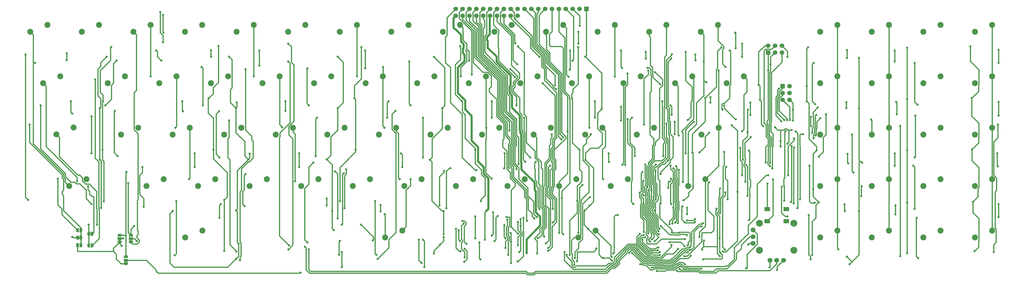
<source format=gbr>
%TF.GenerationSoftware,KiCad,Pcbnew,9.0.4*%
%TF.CreationDate,2025-10-12T14:22:00+02:00*%
%TF.ProjectId,petkn,7065746b-6e2e-46b6-9963-61645f706362,rev?*%
%TF.SameCoordinates,Original*%
%TF.FileFunction,Copper,L1,Top*%
%TF.FilePolarity,Positive*%
%FSLAX46Y46*%
G04 Gerber Fmt 4.6, Leading zero omitted, Abs format (unit mm)*
G04 Created by KiCad (PCBNEW 9.0.4) date 2025-10-12 14:22:00*
%MOMM*%
%LPD*%
G01*
G04 APERTURE LIST*
G04 Aperture macros list*
%AMRoundRect*
0 Rectangle with rounded corners*
0 $1 Rounding radius*
0 $2 $3 $4 $5 $6 $7 $8 $9 X,Y pos of 4 corners*
0 Add a 4 corners polygon primitive as box body*
4,1,4,$2,$3,$4,$5,$6,$7,$8,$9,$2,$3,0*
0 Add four circle primitives for the rounded corners*
1,1,$1+$1,$2,$3*
1,1,$1+$1,$4,$5*
1,1,$1+$1,$6,$7*
1,1,$1+$1,$8,$9*
0 Add four rect primitives between the rounded corners*
20,1,$1+$1,$2,$3,$4,$5,0*
20,1,$1+$1,$4,$5,$6,$7,0*
20,1,$1+$1,$6,$7,$8,$9,0*
20,1,$1+$1,$8,$9,$2,$3,0*%
%AMFreePoly0*
4,1,23,0.500000,-0.750000,0.000000,-0.750000,0.000000,-0.745722,-0.065263,-0.745722,-0.191342,-0.711940,-0.304381,-0.646677,-0.396677,-0.554381,-0.461940,-0.441342,-0.495722,-0.315263,-0.495722,-0.250000,-0.500000,-0.250000,-0.500000,0.250000,-0.495722,0.250000,-0.495722,0.315263,-0.461940,0.441342,-0.396677,0.554381,-0.304381,0.646677,-0.191342,0.711940,-0.065263,0.745722,0.000000,0.745722,
0.000000,0.750000,0.500000,0.750000,0.500000,-0.750000,0.500000,-0.750000,$1*%
%AMFreePoly1*
4,1,23,0.000000,0.745722,0.065263,0.745722,0.191342,0.711940,0.304381,0.646677,0.396677,0.554381,0.461940,0.441342,0.495722,0.315263,0.495722,0.250000,0.500000,0.250000,0.500000,-0.250000,0.495722,-0.250000,0.495722,-0.315263,0.461940,-0.441342,0.396677,-0.554381,0.304381,-0.646677,0.191342,-0.711940,0.065263,-0.745722,0.000000,-0.745722,0.000000,-0.750000,-0.500000,-0.750000,
-0.500000,0.750000,0.000000,0.750000,0.000000,0.745722,0.000000,0.745722,$1*%
%AMFreePoly2*
4,1,23,0.550000,-0.750000,0.000000,-0.750000,0.000000,-0.745722,-0.065263,-0.745722,-0.191342,-0.711940,-0.304381,-0.646677,-0.396677,-0.554381,-0.461940,-0.441342,-0.495722,-0.315263,-0.495722,-0.250000,-0.500000,-0.250000,-0.500000,0.250000,-0.495722,0.250000,-0.495722,0.315263,-0.461940,0.441342,-0.396677,0.554381,-0.304381,0.646677,-0.191342,0.711940,-0.065263,0.745722,0.000000,0.745722,
0.000000,0.750000,0.550000,0.750000,0.550000,-0.750000,0.550000,-0.750000,$1*%
%AMFreePoly3*
4,1,23,0.000000,0.745722,0.065263,0.745722,0.191342,0.711940,0.304381,0.646677,0.396677,0.554381,0.461940,0.441342,0.495722,0.315263,0.495722,0.250000,0.500000,0.250000,0.500000,-0.250000,0.495722,-0.250000,0.495722,-0.315263,0.461940,-0.441342,0.396677,-0.554381,0.304381,-0.646677,0.191342,-0.711940,0.065263,-0.745722,0.000000,-0.745722,0.000000,-0.750000,-0.550000,-0.750000,
-0.550000,0.750000,0.000000,0.750000,0.000000,0.745722,0.000000,0.745722,$1*%
G04 Aperture macros list end*
%TA.AperFunction,EtchedComponent*%
%ADD10C,0.000000*%
%TD*%
%TA.AperFunction,ComponentPad*%
%ADD11C,2.200000*%
%TD*%
%TA.AperFunction,SMDPad,CuDef*%
%ADD12FreePoly0,0.000000*%
%TD*%
%TA.AperFunction,SMDPad,CuDef*%
%ADD13FreePoly1,0.000000*%
%TD*%
%TA.AperFunction,SMDPad,CuDef*%
%ADD14FreePoly2,90.000000*%
%TD*%
%TA.AperFunction,SMDPad,CuDef*%
%ADD15R,1.500000X1.000000*%
%TD*%
%TA.AperFunction,SMDPad,CuDef*%
%ADD16FreePoly3,90.000000*%
%TD*%
%TA.AperFunction,ComponentPad*%
%ADD17C,2.540000*%
%TD*%
%TA.AperFunction,ComponentPad*%
%ADD18R,2.000000X1.500000*%
%TD*%
%TA.AperFunction,ComponentPad*%
%ADD19C,1.800000*%
%TD*%
%TA.AperFunction,ComponentPad*%
%ADD20RoundRect,0.250000X-0.600000X-0.600000X0.600000X-0.600000X0.600000X0.600000X-0.600000X0.600000X0*%
%TD*%
%TA.AperFunction,ComponentPad*%
%ADD21C,1.700000*%
%TD*%
%TA.AperFunction,ComponentPad*%
%ADD22RoundRect,0.250000X0.600000X-0.600000X0.600000X0.600000X-0.600000X0.600000X-0.600000X-0.600000X0*%
%TD*%
%TA.AperFunction,ComponentPad*%
%ADD23R,1.700000X1.700000*%
%TD*%
%TA.AperFunction,ViaPad*%
%ADD24C,0.800000*%
%TD*%
%TA.AperFunction,Conductor*%
%ADD25C,0.400000*%
%TD*%
%TA.AperFunction,Conductor*%
%ADD26C,0.800000*%
%TD*%
G04 APERTURE END LIST*
D10*
%TA.AperFunction,EtchedComponent*%
%TO.C,JP4*%
G36*
X64308000Y-142632000D02*
G01*
X63708000Y-142632000D01*
X63708000Y-142132000D01*
X64308000Y-142132000D01*
X64308000Y-142632000D01*
G37*
%TD.AperFunction*%
%TA.AperFunction,EtchedComponent*%
%TO.C,JP10*%
G36*
X51182167Y-132214352D02*
G01*
X50682167Y-132214352D01*
X50682167Y-131614352D01*
X51182167Y-131614352D01*
X51182167Y-132214352D01*
G37*
%TD.AperFunction*%
%TA.AperFunction,EtchedComponent*%
%TO.C,JP9*%
G36*
X47041780Y-133700044D02*
G01*
X46541780Y-133700044D01*
X46541780Y-133100044D01*
X47041780Y-133100044D01*
X47041780Y-133700044D01*
G37*
%TD.AperFunction*%
%TA.AperFunction,EtchedComponent*%
%TO.C,JP6*%
G36*
X61972717Y-134614146D02*
G01*
X61372717Y-134614146D01*
X61372717Y-134114146D01*
X61972717Y-134114146D01*
X61972717Y-134614146D01*
G37*
%TD.AperFunction*%
%TA.AperFunction,EtchedComponent*%
%TO.C,JP7*%
G36*
X66140647Y-134614146D02*
G01*
X65540647Y-134614146D01*
X65540647Y-134114146D01*
X66140647Y-134114146D01*
X66140647Y-134614146D01*
G37*
%TD.AperFunction*%
%TD*%
D11*
%TO.P,SW5,1,1*%
%TO.N,C4*%
X273177000Y-73596500D03*
%TO.P,SW5,2,2*%
%TO.N,R10*%
X266827000Y-76136500D03*
%TD*%
%TO.P,SW11,1,1*%
%TO.N,C6*%
X278041000Y-111711500D03*
%TO.P,SW11,2,2*%
%TO.N,R9*%
X271691000Y-114251500D03*
%TD*%
%TO.P,SW12,1,1*%
%TO.N,C5*%
X292227000Y-73596500D03*
%TO.P,SW12,2,2*%
%TO.N,R9*%
X285877000Y-76136500D03*
%TD*%
%TO.P,SW14,1,1*%
%TO.N,C3*%
X282702000Y-54546500D03*
%TO.P,SW14,2,2*%
%TO.N,R9*%
X276352000Y-57086500D03*
%TD*%
%TO.P,SW15,1,1*%
%TO.N,C2*%
X35052000Y-54546500D03*
%TO.P,SW15,2,2*%
%TO.N,R9*%
X28702000Y-57086500D03*
%TD*%
%TO.P,SW20,1,1*%
%TO.N,C5*%
X249428000Y-111696500D03*
%TO.P,SW20,2,2*%
%TO.N,R8*%
X243078000Y-114236500D03*
%TD*%
%TO.P,SW21,1,1*%
%TO.N,C4*%
X211328000Y-111696500D03*
%TO.P,SW21,2,2*%
%TO.N,R8*%
X204978000Y-114236500D03*
%TD*%
%TO.P,SW22,1,1*%
%TO.N,C3*%
X173228000Y-111696500D03*
%TO.P,SW22,2,2*%
%TO.N,R8*%
X166878000Y-114236500D03*
%TD*%
%TO.P,SW23,1,1*%
%TO.N,C2*%
X135128000Y-111696500D03*
%TO.P,SW23,2,2*%
%TO.N,R8*%
X128778000Y-114236500D03*
%TD*%
%TO.P,SW24,1,1*%
%TO.N,C1*%
X97028000Y-111696500D03*
%TO.P,SW24,2,2*%
%TO.N,R8*%
X90678000Y-114236500D03*
%TD*%
%TO.P,SW27,1,1*%
%TO.N,C6*%
X282956000Y-92646500D03*
%TO.P,SW27,2,2*%
%TO.N,R7*%
X276606000Y-95186500D03*
%TD*%
%TO.P,SW28,1,1*%
%TO.N,C5*%
X230378000Y-111696500D03*
%TO.P,SW28,2,2*%
%TO.N,R7*%
X224028000Y-114236500D03*
%TD*%
%TO.P,SW29,1,1*%
%TO.N,C4*%
X192278000Y-111696500D03*
%TO.P,SW29,2,2*%
%TO.N,R7*%
X185928000Y-114236500D03*
%TD*%
%TO.P,SW30,1,1*%
%TO.N,C3*%
X154178000Y-111696500D03*
%TO.P,SW30,2,2*%
%TO.N,R7*%
X147828000Y-114236500D03*
%TD*%
%TO.P,SW32,1,1*%
%TO.N,C1*%
X77978000Y-111696500D03*
%TO.P,SW32,2,2*%
%TO.N,R7*%
X71628000Y-114236500D03*
%TD*%
%TO.P,SW36,1,1*%
%TO.N,C5*%
X240030000Y-92646500D03*
%TO.P,SW36,2,2*%
%TO.N,R6*%
X233680000Y-95186500D03*
%TD*%
%TO.P,SW40,1,1*%
%TO.N,C1*%
X87630000Y-92646500D03*
%TO.P,SW40,2,2*%
%TO.N,R6*%
X81280000Y-95186500D03*
%TD*%
%TO.P,SW44,1,1*%
%TO.N,C5*%
X220980000Y-92646500D03*
%TO.P,SW44,2,2*%
%TO.N,R5*%
X214630000Y-95186500D03*
%TD*%
%TO.P,SW47,1,1*%
%TO.N,C2*%
X106680000Y-92646500D03*
%TO.P,SW47,2,2*%
%TO.N,R5*%
X100330000Y-95186500D03*
%TD*%
%TO.P,SW52,1,1*%
%TO.N,C5*%
X235077000Y-73596500D03*
%TO.P,SW52,2,2*%
%TO.N,R4*%
X228727000Y-76136500D03*
%TD*%
%TO.P,SW53,1,1*%
%TO.N,C4*%
X196977000Y-73596500D03*
%TO.P,SW53,2,2*%
%TO.N,R4*%
X190627000Y-76136500D03*
%TD*%
%TO.P,SW55,1,1*%
%TO.N,C2*%
X120777000Y-73596500D03*
%TO.P,SW55,2,2*%
%TO.N,R4*%
X114427000Y-76136500D03*
%TD*%
%TO.P,SW56,1,1*%
%TO.N,C1*%
X82677000Y-73596500D03*
%TO.P,SW56,2,2*%
%TO.N,R4*%
X76327000Y-76136500D03*
%TD*%
%TO.P,SW59,1,1*%
%TO.N,C6*%
X254127000Y-73596500D03*
%TO.P,SW59,2,2*%
%TO.N,R3*%
X247777000Y-76136500D03*
%TD*%
%TO.P,SW60,1,1*%
%TO.N,C5*%
X216027000Y-73596500D03*
%TO.P,SW60,2,2*%
%TO.N,R3*%
X209677000Y-76136500D03*
%TD*%
%TO.P,SW61,1,1*%
%TO.N,C4*%
X177927000Y-73596500D03*
%TO.P,SW61,2,2*%
%TO.N,R3*%
X171577000Y-76136500D03*
%TD*%
%TO.P,SW62,1,1*%
%TO.N,C3*%
X139827000Y-73596500D03*
%TO.P,SW62,2,2*%
%TO.N,R3*%
X133477000Y-76136500D03*
%TD*%
%TO.P,SW63,1,1*%
%TO.N,C2*%
X101727000Y-73596500D03*
%TO.P,SW63,2,2*%
%TO.N,R3*%
X95377000Y-76136500D03*
%TD*%
%TO.P,SW70,1,1*%
%TO.N,C3*%
X149352000Y-54546500D03*
%TO.P,SW70,2,2*%
%TO.N,R2*%
X143002000Y-57086500D03*
%TD*%
%TO.P,SW75,1,1*%
%TO.N,C6*%
X244602000Y-54546500D03*
%TO.P,SW75,2,2*%
%TO.N,R1*%
X238252000Y-57086500D03*
%TD*%
%TO.P,SW77,1,1*%
%TO.N,C4*%
X168402000Y-54546500D03*
%TO.P,SW77,2,2*%
%TO.N,R1*%
X162052000Y-57086500D03*
%TD*%
%TO.P,SW78,1,1*%
%TO.N,C3*%
X130302000Y-54546500D03*
%TO.P,SW78,2,2*%
%TO.N,R1*%
X123952000Y-57086500D03*
%TD*%
%TO.P,SW64,1,1*%
%TO.N,C1*%
X63627000Y-73596500D03*
%TO.P,SW64,2,2*%
%TO.N,R3*%
X57277000Y-76136500D03*
%TD*%
%TO.P,SW16,1,1*%
%TO.N,C1*%
X49403000Y-111696500D03*
%TO.P,SW16,2,2*%
%TO.N,R9*%
X43053000Y-114236500D03*
%TD*%
%TO.P,SW68,1,1*%
%TO.N,C5*%
X225552000Y-54546500D03*
%TO.P,SW68,2,2*%
%TO.N,R2*%
X219202000Y-57086500D03*
%TD*%
%TO.P,SW4,1,1*%
%TO.N,C5*%
X259080000Y-92646500D03*
%TO.P,SW4,2,2*%
%TO.N,R10*%
X252730000Y-95186500D03*
%TD*%
%TO.P,SW79,1,1*%
%TO.N,C2*%
X92202000Y-54546500D03*
%TO.P,SW79,2,2*%
%TO.N,R1*%
X85852000Y-57086500D03*
%TD*%
%TO.P,SW71,1,1*%
%TO.N,C2*%
X111252000Y-54546500D03*
%TO.P,SW71,2,2*%
%TO.N,R2*%
X104902000Y-57086500D03*
%TD*%
%TO.P,SW72,1,1*%
%TO.N,C1*%
X73152000Y-54546500D03*
%TO.P,SW72,2,2*%
%TO.N,R2*%
X66802000Y-57086500D03*
%TD*%
%TO.P,SW80,1,1*%
%TO.N,C1*%
X54102000Y-54546500D03*
%TO.P,SW80,2,2*%
%TO.N,R1*%
X47752000Y-57086500D03*
%TD*%
%TO.P,SW8,1,1*%
%TO.N,C1*%
X39814500Y-73596500D03*
%TO.P,SW8,2,2*%
%TO.N,R10*%
X33464500Y-76136500D03*
%TD*%
%TO.P,SW7,1,1*%
%TO.N,C2*%
X263652000Y-54546500D03*
%TO.P,SW7,2,2*%
%TO.N,R10*%
X257302000Y-57086500D03*
%TD*%
%TO.P,SW39,1,1*%
%TO.N,C2*%
X125730000Y-92646500D03*
%TO.P,SW39,2,2*%
%TO.N,R6*%
X119380000Y-95186500D03*
%TD*%
%TO.P,SW37,1,1*%
%TO.N,C4*%
X201930000Y-92646500D03*
%TO.P,SW37,2,2*%
%TO.N,R6*%
X195580000Y-95186500D03*
%TD*%
%TO.P,SW38,1,1*%
%TO.N,C3*%
X163830000Y-92646500D03*
%TO.P,SW38,2,2*%
%TO.N,R6*%
X157480000Y-95186500D03*
%TD*%
%TO.P,SW46,1,1*%
%TO.N,C3*%
X144780000Y-92646500D03*
%TO.P,SW46,2,2*%
%TO.N,R5*%
X138430000Y-95186500D03*
%TD*%
%TO.P,SW45,1,1*%
%TO.N,C4*%
X182880000Y-92646500D03*
%TO.P,SW45,2,2*%
%TO.N,R5*%
X176530000Y-95186500D03*
%TD*%
%TO.P,SW31,1,1*%
%TO.N,C2*%
X116078000Y-111696500D03*
%TO.P,SW31,2,2*%
%TO.N,R7*%
X109728000Y-114236500D03*
%TD*%
%TO.P,SW67,1,1*%
%TO.N,XC67*%
X92265500Y-130746500D03*
%TO.P,SW67,2,2*%
%TO.N,XR67*%
X85915500Y-133286500D03*
%TD*%
%TO.P,SW48,1,1*%
%TO.N,C1*%
X68580000Y-92646500D03*
%TO.P,SW48,2,2*%
%TO.N,R5*%
X62230000Y-95186500D03*
%TD*%
%TO.P,SW54,1,1*%
%TO.N,C3*%
X158877000Y-73596500D03*
%TO.P,SW54,2,2*%
%TO.N,R4*%
X152527000Y-76136500D03*
%TD*%
%TO.P,SW320,1,1*%
%TO.N,XC1*%
X44704000Y-92583000D03*
%TO.P,SW320,2,2*%
%TO.N,xR9*%
X38354000Y-95123000D03*
%TD*%
%TO.P,SW76,1,1*%
%TO.N,C5*%
X206502000Y-54546500D03*
%TO.P,SW76,2,2*%
%TO.N,R1*%
X200152000Y-57086500D03*
%TD*%
%TO.P,SW69,1,1*%
%TO.N,C4*%
X187452000Y-54546500D03*
%TO.P,SW69,2,2*%
%TO.N,R2*%
X181102000Y-57086500D03*
%TD*%
%TO.P,SW3,1,1*%
%TO.N,XC3*%
X237490000Y-130746500D03*
%TO.P,SW3,2,2*%
%TO.N,R10*%
X231140000Y-133286500D03*
%TD*%
%TO.P,SW6,1,1*%
%TO.N,C3*%
X166078000Y-130746500D03*
%TO.P,SW6,2,2*%
%TO.N,R10*%
X159728000Y-133286500D03*
%TD*%
%TO.P,SW66,1,1*%
%TO.N,C7*%
X345821000Y-54559200D03*
%TO.P,SW66,2,2*%
%TO.N,R2*%
X339471000Y-57099200D03*
%TD*%
%TO.P,SW74,1,1*%
%TO.N,C7*%
X326771000Y-54559200D03*
%TO.P,SW74,2,2*%
%TO.N,R1*%
X320421000Y-57099200D03*
%TD*%
%TO.P,SW58,1,1*%
%TO.N,C7*%
X326771000Y-73609200D03*
%TO.P,SW58,2,2*%
%TO.N,R3*%
X320421000Y-76149200D03*
%TD*%
%TO.P,SW65,1,1*%
%TO.N,C8*%
X383921000Y-54559200D03*
%TO.P,SW65,2,2*%
%TO.N,R2*%
X377571000Y-57099200D03*
%TD*%
%TO.P,SW73,1,1*%
%TO.N,C8*%
X364871000Y-54559200D03*
%TO.P,SW73,2,2*%
%TO.N,R1*%
X358521000Y-57099200D03*
%TD*%
%TO.P,SW50,1,1*%
%TO.N,C7*%
X345821000Y-73609200D03*
%TO.P,SW50,2,2*%
%TO.N,R4*%
X339471000Y-76149200D03*
%TD*%
%TO.P,SW10,1,1*%
%TO.N,C7*%
X326771000Y-130759200D03*
%TO.P,SW10,2,2*%
%TO.N,R9*%
X320421000Y-133299200D03*
%TD*%
%TO.P,SW41,1,1*%
%TO.N,C8*%
X364871000Y-92659200D03*
%TO.P,SW41,2,2*%
%TO.N,R5*%
X358521000Y-95199200D03*
%TD*%
%TO.P,SW33,1,1*%
%TO.N,C8*%
X383921000Y-92659200D03*
%TO.P,SW33,2,2*%
%TO.N,R6*%
X377571000Y-95199200D03*
%TD*%
%TO.P,SW25,1,1*%
%TO.N,C8*%
X364871000Y-111709200D03*
%TO.P,SW25,2,2*%
%TO.N,R7*%
X358521000Y-114249200D03*
%TD*%
%TO.P,SW17,1,1*%
%TO.N,C8*%
X383921000Y-111709200D03*
%TO.P,SW17,2,2*%
%TO.N,R8*%
X377571000Y-114249200D03*
%TD*%
%TO.P,SW26,1,1*%
%TO.N,C7*%
X326771000Y-111709200D03*
%TO.P,SW26,2,2*%
%TO.N,R7*%
X320421000Y-114249200D03*
%TD*%
%TO.P,SW57,1,1*%
%TO.N,C8*%
X364871000Y-73609200D03*
%TO.P,SW57,2,2*%
%TO.N,R3*%
X358521000Y-76149200D03*
%TD*%
%TO.P,SW42,1,1*%
%TO.N,C7*%
X326771000Y-92659200D03*
%TO.P,SW42,2,2*%
%TO.N,R5*%
X320421000Y-95199200D03*
%TD*%
%TO.P,SW34,1,1*%
%TO.N,C7*%
X345821000Y-92659200D03*
%TO.P,SW34,2,2*%
%TO.N,R6*%
X339471000Y-95199200D03*
%TD*%
%TO.P,SW9,1,1*%
%TO.N,C8*%
X364871000Y-130759200D03*
%TO.P,SW9,2,2*%
%TO.N,R9*%
X358521000Y-133299200D03*
%TD*%
%TO.P,SW18,1,1*%
%TO.N,C7*%
X345821000Y-111709200D03*
%TO.P,SW18,2,2*%
%TO.N,R8*%
X339471000Y-114249200D03*
%TD*%
%TO.P,SW49,1,1*%
%TO.N,C8*%
X383921000Y-73609200D03*
%TO.P,SW49,2,2*%
%TO.N,R4*%
X377571000Y-76149200D03*
%TD*%
%TO.P,SW1,1,1*%
%TO.N,C8*%
X383921000Y-130759200D03*
%TO.P,SW1,2,2*%
%TO.N,R10*%
X377571000Y-133299200D03*
%TD*%
%TO.P,SW2,1,1*%
%TO.N,C7*%
X345821000Y-130759200D03*
%TO.P,SW2,2,2*%
%TO.N,R10*%
X339471000Y-133299200D03*
%TD*%
D12*
%TO.P,JP8,1,A*%
%TO.N,C6*%
X46141780Y-136190146D03*
D13*
%TO.P,JP8,2,B*%
%TO.N,XC1*%
X47441780Y-136190146D03*
%TD*%
D14*
%TO.P,JP4,1,A*%
%TO.N,C6*%
X64008000Y-143032000D03*
D15*
%TO.P,JP4,2,C*%
%TO.N,XC3*%
X64008000Y-141732000D03*
D16*
%TO.P,JP4,3,B*%
%TO.N,C3*%
X64008000Y-140432000D03*
%TD*%
D12*
%TO.P,JP3,1,A*%
%TO.N,C1*%
X46141780Y-130625782D03*
D13*
%TO.P,JP3,2,B*%
%TO.N,XC1*%
X47441780Y-130625782D03*
%TD*%
D12*
%TO.P,JP10,1,A*%
%TO.N,xR9*%
X50282167Y-131914352D03*
D13*
%TO.P,JP10,2,B*%
%TO.N,R9*%
X51582167Y-131914352D03*
%TD*%
D12*
%TO.P,JP11,1,A*%
%TO.N,xR9*%
X50282167Y-136258901D03*
D13*
%TO.P,JP11,2,B*%
%TO.N,R4*%
X51582167Y-136258901D03*
%TD*%
D17*
%TO.P,U5,1*%
%TO.N,N/C*%
X310709000Y-128018000D03*
%TO.P,U5,2*%
X310709000Y-138018000D03*
%TO.P,U5,3*%
X298059000Y-138018000D03*
%TO.P,U5,4*%
X298059000Y-128018000D03*
D18*
%TO.P,U5,5,SW2_A*%
%TO.N,C6*%
X300884000Y-127268000D03*
%TO.P,U5,6,SW1_B*%
%TO.N,unconnected-(U5C-SW1_B-Pad6)*%
X307884000Y-127268000D03*
%TO.P,U5,7,SW1_A*%
%TO.N,unconnected-(U5C-SW1_A-Pad7)*%
X307884000Y-122768000D03*
%TO.P,U5,8,SW2_B*%
%TO.N,R7*%
X300884000Y-122768000D03*
D19*
%TO.P,U5,9,Left*%
%TO.N,GND*%
X306884000Y-141748000D03*
%TO.P,U5,10,LRmid*%
%TO.N,JOYA*%
X304384000Y-141748000D03*
%TO.P,U5,11,Right*%
%TO.N,VCC*%
X301884000Y-141748000D03*
%TO.P,U5,12,Up*%
X295654000Y-135518000D03*
%TO.P,U5,13,UDmid*%
%TO.N,JOYB*%
X295654000Y-133018000D03*
%TO.P,U5,14,Down*%
%TO.N,GND*%
X295654000Y-130518000D03*
%TD*%
D12*
%TO.P,JP9,1,A*%
%TO.N,C4*%
X46141780Y-133400044D03*
D13*
%TO.P,JP9,2,B*%
%TO.N,XC1*%
X47441780Y-133400044D03*
%TD*%
D14*
%TO.P,JP6,1,A*%
%TO.N,C6*%
X61672717Y-135014146D03*
D15*
%TO.P,JP6,2,C*%
%TO.N,XC67*%
X61672717Y-133714146D03*
D16*
%TO.P,JP6,3,B*%
%TO.N,C3*%
X61672717Y-132414146D03*
%TD*%
D20*
%TO.P,J7,1,MISO*%
%TO.N,Net-(J7-MISO)*%
X306587500Y-77211000D03*
D21*
%TO.P,J7,2,VCC*%
%TO.N,VCC*%
X309127500Y-77211000D03*
%TO.P,J7,3,SCK*%
%TO.N,Net-(J7-SCK)*%
X306587500Y-79751000D03*
%TO.P,J7,4,MOSI*%
%TO.N,Net-(J7-MOSI)*%
X309127500Y-79751000D03*
%TO.P,J7,5,~{RST}*%
%TO.N,cR1*%
X306587500Y-82291000D03*
%TO.P,J7,6,GND*%
%TO.N,GND*%
X309127500Y-82291000D03*
%TD*%
D14*
%TO.P,JP7,1,A*%
%TO.N,R2*%
X65840647Y-135014146D03*
D15*
%TO.P,JP7,2,C*%
%TO.N,XR67*%
X65840647Y-133714146D03*
D16*
%TO.P,JP7,3,B*%
%TO.N,R10*%
X65840647Y-132414146D03*
%TD*%
D22*
%TO.P,J4,1,MISO*%
%TO.N,CC7*%
X301239000Y-64760500D03*
D21*
%TO.P,J4,2,VCC*%
%TO.N,VCC*%
X301239000Y-62220500D03*
%TO.P,J4,3,SCK*%
%TO.N,CC8*%
X303779000Y-64760500D03*
%TO.P,J4,4,MOSI*%
%TO.N,CC6*%
X303779000Y-62220500D03*
%TO.P,J4,5,~{RST}*%
%TO.N,Net-(J4-~{RST})*%
X306319000Y-64760500D03*
%TO.P,J4,6,GND*%
%TO.N,GND*%
X306319000Y-62220500D03*
%TD*%
D23*
%TO.P,J1,1,GND*%
%TO.N,GND*%
X234099100Y-48615600D03*
D21*
%TO.P,J1,2,key*%
%TO.N,unconnected-(J1-key-Pad2)*%
X231559100Y-48615600D03*
%TO.P,J1,3,R10*%
%TO.N,R10*%
X229019100Y-48615600D03*
%TO.P,J1,4,R9*%
%TO.N,R9*%
X226479100Y-48615600D03*
%TO.P,J1,5,R8*%
%TO.N,R8*%
X223939100Y-48615600D03*
%TO.P,J1,6,R7*%
%TO.N,R7*%
X221399100Y-48615600D03*
%TO.P,J1,7,R6*%
%TO.N,R6*%
X218859100Y-48615600D03*
%TO.P,J1,8,R5*%
%TO.N,R5*%
X216319100Y-48615600D03*
%TO.P,J1,9,R4*%
%TO.N,R4*%
X213779100Y-48615600D03*
%TO.P,J1,10,R3*%
%TO.N,R3*%
X211239100Y-48615600D03*
%TO.P,J1,11,R2*%
%TO.N,cR2*%
X208699100Y-48615600D03*
%TO.P,J1,12,R1*%
%TO.N,cR1*%
X206159100Y-48615600D03*
%TO.P,J1,13,C8*%
%TO.N,CC8*%
X203619100Y-48615600D03*
%TO.P,J1,14,C7*%
%TO.N,CC7*%
X201079100Y-48615600D03*
%TO.P,J1,15,C6*%
%TO.N,CC6*%
X198539100Y-48615600D03*
%TO.P,J1,16,C5*%
%TO.N,CC5*%
X195999100Y-48615600D03*
%TO.P,J1,17,C4*%
%TO.N,CC4*%
X193459100Y-48615600D03*
%TO.P,J1,18,C3*%
%TO.N,CC3*%
X190919100Y-48615600D03*
%TO.P,J1,19,C2*%
%TO.N,CC2*%
X188379100Y-48615600D03*
%TO.P,J1,20,C1*%
%TO.N,CC1*%
X185839100Y-48615600D03*
%TO.P,J1,21,GND*%
%TO.N,GND*%
X185839100Y-51155600D03*
%TO.P,J1,22,S0*%
%TO.N,S0*%
X188379100Y-51155600D03*
%TO.P,J1,23,S1*%
%TO.N,S1*%
X190919100Y-51155600D03*
%TO.P,J1,24,S2*%
%TO.N,S2*%
X193459100Y-51155600D03*
%TO.P,J1,25,S3*%
%TO.N,S3*%
X195999100Y-51155600D03*
%TO.P,J1,26,VCC5*%
%TO.N,VCC*%
X198539100Y-51155600D03*
%TO.P,J1,27,VCC33*%
%TO.N,VCC33*%
X201079100Y-51155600D03*
%TO.P,J1,28,SCL*%
%TO.N,LVSCL*%
X203619100Y-51155600D03*
%TO.P,J1,29,SCA*%
%TO.N,LVSDA*%
X206159100Y-51155600D03*
%TO.P,J1,30,RESTORE*%
%TO.N,RESTORE*%
X208699100Y-51155600D03*
%TD*%
D24*
%TO.N,C1*%
X258285531Y-133986213D03*
X256947573Y-115869598D03*
X82296000Y-92646500D03*
X38862000Y-111506000D03*
X73152000Y-73596500D03*
X259375128Y-72048000D03*
X87376000Y-111696500D03*
%TO.N,R1*%
X231140000Y-61468000D03*
X208788000Y-62484000D03*
X231140000Y-57086500D03*
X215900000Y-139192000D03*
%TO.N,C2*%
X259361322Y-134617202D03*
X258035014Y-115877231D03*
X121731709Y-92458209D03*
X126491000Y-112488858D03*
X111252000Y-73596500D03*
%TO.N,C3*%
X159004000Y-70104000D03*
X285496000Y-70104000D03*
X149352000Y-73596500D03*
X165157000Y-111696500D03*
X64262000Y-108966000D03*
X169164000Y-111696500D03*
X159512000Y-92646500D03*
X270510000Y-143256000D03*
X257661322Y-134830528D03*
X256588000Y-114554000D03*
X256700959Y-70451041D03*
X258195596Y-144450000D03*
%TO.N,C4*%
X141224000Y-108800000D03*
X265001801Y-112545969D03*
X199136000Y-111506000D03*
X187740000Y-73596500D03*
X270256000Y-140208000D03*
X197104000Y-92646500D03*
X264326000Y-114918000D03*
X269748000Y-112683000D03*
X142240000Y-126238000D03*
X279400000Y-112850000D03*
X44196000Y-133096000D03*
%TO.N,C5*%
X240284000Y-111696500D03*
X255140811Y-112304251D03*
X270510000Y-133858000D03*
X227490731Y-73748000D03*
X235204000Y-92646500D03*
X291592000Y-93897500D03*
X255140811Y-120650000D03*
%TO.N,C6*%
X265430000Y-120904000D03*
X62484000Y-136398000D03*
X244602000Y-73660000D03*
X282956000Y-71374000D03*
X144526000Y-109474000D03*
X265364276Y-111517681D03*
X303022000Y-111767500D03*
X275844000Y-133096000D03*
X143764000Y-128524000D03*
%TO.N,C7*%
X285408000Y-116586000D03*
X327152000Y-137668000D03*
X285348195Y-137839456D03*
%TO.N,C8*%
X289852000Y-116332000D03*
X256921000Y-71448000D03*
X287782000Y-91694000D03*
X284480000Y-138430000D03*
X255366000Y-91440000D03*
%TO.N,R2*%
X219964000Y-138176000D03*
%TO.N,R3*%
X222904000Y-78332564D03*
X219964000Y-137160000D03*
X247403343Y-106360748D03*
X220616911Y-106732000D03*
%TO.N,R4*%
X222507114Y-76885333D03*
X217932000Y-76136500D03*
X52679600Y-74777600D03*
X219124004Y-135505969D03*
%TO.N,R5*%
X224879723Y-97004644D03*
X332232000Y-95199200D03*
X332740000Y-109220000D03*
X291592000Y-110236000D03*
X290894519Y-100087144D03*
X216053391Y-133571309D03*
%TO.N,R6*%
X266700000Y-90424000D03*
X339218351Y-89574252D03*
X266700000Y-94996000D03*
X225551974Y-96198056D03*
X218514000Y-132980470D03*
X221347382Y-95136618D03*
%TO.N,R7*%
X292774000Y-112617500D03*
X227168000Y-93980000D03*
X294767000Y-96088200D03*
X300990000Y-113401500D03*
X224028000Y-131572000D03*
%TO.N,R8*%
X335622000Y-118008400D03*
X225044000Y-118770400D03*
X225552000Y-132080000D03*
X335788000Y-114300000D03*
%TO.N,R9*%
X231140000Y-131572000D03*
X277451999Y-68072000D03*
X50038000Y-114300000D03*
X278371708Y-75835267D03*
X232664000Y-113792000D03*
X306324000Y-114542200D03*
X228931156Y-67873175D03*
X308356000Y-125476000D03*
X30480000Y-68580000D03*
%TO.N,R10*%
X294132000Y-126847600D03*
X67056000Y-129032000D03*
X261328439Y-76604522D03*
X159613600Y-124688600D03*
X64858000Y-113112972D03*
X229597605Y-143431969D03*
X45968685Y-112546500D03*
X172212000Y-134112000D03*
X268224000Y-95504000D03*
X294132000Y-101092000D03*
X173228000Y-142748000D03*
X231648000Y-54864000D03*
X235712000Y-94996000D03*
%TO.N,XC3*%
X243386101Y-140482418D03*
X128524000Y-146304000D03*
%TO.N,XC1*%
X28448000Y-91440000D03*
%TO.N,XR67*%
X68072000Y-134620000D03*
%TO.N,XC67*%
X62992000Y-133604000D03*
%TO.N,S2*%
X255204315Y-132420119D03*
X261187749Y-138725244D03*
X214884000Y-126250500D03*
X209804000Y-126492000D03*
X186944000Y-130556000D03*
X209296000Y-138684000D03*
X187452000Y-134620000D03*
X209804000Y-129032000D03*
%TO.N,S1*%
X206082000Y-131572000D03*
X212173029Y-127110000D03*
X260438000Y-138009471D03*
X206248000Y-142748000D03*
X255773918Y-133264106D03*
X206220825Y-134851867D03*
X189157620Y-137557178D03*
X188996390Y-142343403D03*
%TO.N,GND*%
X180086000Y-135890000D03*
X233491000Y-123280300D03*
X260103867Y-145765463D03*
X309880000Y-93472000D03*
X140785985Y-130625985D03*
X177800000Y-139192000D03*
X243611400Y-141909800D03*
X233761207Y-104566793D03*
X194056000Y-104749600D03*
X189306200Y-85623400D03*
X293116000Y-144692000D03*
X277504305Y-134483695D03*
X142240000Y-85355300D03*
X235281650Y-121489650D03*
X104648000Y-141224000D03*
X177800000Y-66380300D03*
X310388000Y-89916000D03*
X181356000Y-133096000D03*
X95504000Y-66305300D03*
X291592000Y-66393000D03*
X303784000Y-92456000D03*
X261505534Y-120658698D03*
X181356000Y-123530300D03*
X268803425Y-143947700D03*
X263652000Y-85355300D03*
X330073000Y-83261200D03*
X329615800Y-123543000D03*
X265684000Y-65404300D03*
X104648000Y-85355300D03*
X81280000Y-123455300D03*
X102108000Y-66305300D03*
X334772000Y-66776600D03*
X239776000Y-85686000D03*
X330073000Y-85368000D03*
X334772000Y-123543000D03*
X233680000Y-66305300D03*
X56896000Y-66305300D03*
X335965149Y-105590157D03*
X330250800Y-140385800D03*
X189050000Y-65962908D03*
X105664000Y-135636000D03*
X54356000Y-104405300D03*
X330352400Y-63830200D03*
X95453200Y-63957200D03*
X265642523Y-131396000D03*
X305816000Y-99568000D03*
X329412600Y-120980200D03*
X158064200Y-123672600D03*
X308356000Y-66393000D03*
X293751000Y-85985829D03*
X138176000Y-104337000D03*
X291592000Y-61468000D03*
X109220000Y-104405300D03*
X283376000Y-140274000D03*
X140208000Y-123537000D03*
X271519907Y-136249570D03*
X180848000Y-85355300D03*
X109753400Y-102235000D03*
X268224000Y-131572000D03*
X310388000Y-85985829D03*
X308356000Y-98552000D03*
X304546000Y-145310000D03*
X305816000Y-97536000D03*
X330250800Y-66827400D03*
X276812506Y-137790637D03*
X54864000Y-122340500D03*
X142240000Y-66305300D03*
X104722000Y-123329667D03*
X264209041Y-104785041D03*
X240284000Y-140882000D03*
X158089600Y-121285000D03*
X334772000Y-85544111D03*
X282177000Y-122648568D03*
X54356000Y-85437000D03*
X293598600Y-94234000D03*
X176276000Y-104482000D03*
X104978200Y-83286600D03*
X330824770Y-105879000D03*
X181356000Y-132080000D03*
X291896800Y-104493000D03*
X196596000Y-134112000D03*
X331292200Y-143179800D03*
X276503964Y-144938000D03*
X234682382Y-130061618D03*
X197104000Y-123455300D03*
X330555600Y-102387400D03*
%TO.N,S0*%
X260702769Y-137024060D03*
X187582031Y-138352004D03*
X206337000Y-129417534D03*
X208858714Y-131939248D03*
X185928000Y-130048000D03*
X254794907Y-134185437D03*
%TO.N,SCL*%
X277191000Y-128061110D03*
X309626000Y-120142000D03*
X131572000Y-137668000D03*
X309838781Y-99471612D03*
X272332132Y-136914998D03*
%TO.N,S3*%
X261204312Y-139775116D03*
X208694959Y-142146959D03*
X253807326Y-131978632D03*
X195002679Y-141390000D03*
X215770122Y-125787042D03*
X194564000Y-135128000D03*
X210820000Y-125984000D03*
%TO.N,VCC33*%
X133282426Y-105537000D03*
X211464798Y-105234000D03*
X131064000Y-135128000D03*
%TO.N,SDA*%
X130146203Y-136789526D03*
X272361858Y-137916060D03*
X310642000Y-120650000D03*
X276558550Y-129121415D03*
X310783292Y-99930310D03*
%TO.N,VCC*%
X269919305Y-119532695D03*
X231470200Y-100761800D03*
X352552000Y-120421400D03*
X100330000Y-138277500D03*
X212011226Y-139164026D03*
X315468000Y-77216000D03*
X156057600Y-119837200D03*
X197612000Y-63003300D03*
X298196000Y-82296000D03*
X297688000Y-76708000D03*
X317850000Y-115392200D03*
X352552000Y-82066000D03*
X215417400Y-119684800D03*
X293878000Y-135890000D03*
X55880000Y-119939500D03*
X150952200Y-62763400D03*
X283992235Y-62871906D03*
X273177000Y-101790500D03*
X94589600Y-81737200D03*
X352552000Y-101041000D03*
X283464000Y-115163600D03*
X100355400Y-119430800D03*
X209982469Y-101645528D03*
X317490687Y-139829422D03*
X283571851Y-138957039D03*
X377444000Y-138404600D03*
X55556000Y-82849419D03*
X237845600Y-137388600D03*
X148869400Y-100761800D03*
X319913000Y-120218200D03*
X315976000Y-62839600D03*
X143078200Y-119837200D03*
X55372000Y-100826000D03*
X376453400Y-81661000D03*
X277190200Y-141427200D03*
X283303342Y-133604000D03*
X82042000Y-139903200D03*
X270302342Y-136611838D03*
X275844000Y-101790500D03*
X206590000Y-81737200D03*
X277926800Y-81686400D03*
X58597800Y-62759230D03*
X352552000Y-63016000D03*
X230733600Y-119790498D03*
X231089200Y-62738000D03*
X376859800Y-120091000D03*
X98171000Y-62306200D03*
X376504200Y-100660200D03*
X279400000Y-94488000D03*
X264792335Y-135070631D03*
X195148200Y-119837200D03*
X96367600Y-100812600D03*
X352552000Y-139141000D03*
X299336026Y-92086800D03*
X375920000Y-62484000D03*
X319087500Y-101079300D03*
X301752000Y-144346000D03*
X289233500Y-63178300D03*
X193006004Y-100840924D03*
X82626200Y-119837200D03*
X230657400Y-142087600D03*
X273456400Y-114528600D03*
X289052000Y-57404000D03*
X148437600Y-81711800D03*
X187463965Y-62383506D03*
X156565600Y-139725400D03*
X188056623Y-82709148D03*
X228685300Y-81711800D03*
X227888800Y-139742816D03*
X315468000Y-82804000D03*
%TO.N,Net-(J4-~{RST})*%
X302768000Y-107696000D03*
X267857088Y-127962896D03*
X268224000Y-108204000D03*
%TO.N,Net-(U2-PD1)*%
X226060000Y-138684000D03*
X268000000Y-137500000D03*
%TO.N,Net-(U2-PC3)*%
X272639752Y-140042331D03*
X250921124Y-139012906D03*
%TO.N,Net-(U2-PD0)*%
X265510771Y-136063025D03*
X226839801Y-139696929D03*
%TO.N,Net-(U2-PC2)*%
X271570872Y-138596000D03*
X249894486Y-139012906D03*
%TO.N,Net-(U2-PD2)*%
X200152000Y-134620000D03*
X201298031Y-125299996D03*
%TO.N,CLK16M*%
X270446582Y-127695641D03*
X269582000Y-121748160D03*
X150876000Y-128524000D03*
X274244860Y-127561159D03*
X312018000Y-122428000D03*
X199644000Y-123952000D03*
X199136000Y-132588000D03*
X155207600Y-134375169D03*
X311404000Y-93980000D03*
%TO.N,Net-(U3-A3)*%
X204516795Y-125770432D03*
X205232000Y-139700000D03*
%TO.N,Net-(U3-A2)*%
X204887000Y-126721110D03*
X204216000Y-137160000D03*
%TO.N,Net-(U3-A1)*%
X208788000Y-136144000D03*
X208788000Y-127508000D03*
%TO.N,Net-(U3-A0)*%
X204216000Y-133604000D03*
X203801041Y-128690000D03*
%TO.N,Net-(U4-D3)*%
X142748000Y-139700000D03*
X143090000Y-134526959D03*
%TO.N,Net-(U4-D4)*%
X188282061Y-127179258D03*
X189794240Y-135690861D03*
%TO.N,Net-(U4-D1)*%
X193040000Y-125476000D03*
X193040000Y-133604000D03*
%TO.N,Net-(U4-D5)*%
X188797766Y-128093891D03*
X189113042Y-140643403D03*
%TO.N,Net-(U4-D0)*%
X173736000Y-134112000D03*
X174244000Y-144272000D03*
X143764000Y-144272000D03*
X143764000Y-138684000D03*
%TO.N,Net-(J7-SCK)*%
X308194075Y-89750000D03*
%TO.N,Net-(J7-MISO)*%
X307144072Y-89750000D03*
%TO.N,Net-(J7-MOSI)*%
X305187042Y-78180194D03*
X306076968Y-90258000D03*
%TO.N,L0*%
X386080000Y-91440000D03*
X384556000Y-138684000D03*
%TO.N,Net-(SW17B-DIN)*%
X386334000Y-120904000D03*
X356108000Y-125984000D03*
X356616000Y-140970000D03*
X386334000Y-125730000D03*
%TO.N,Net-(SW25B-DOUT)*%
X385826000Y-102108000D03*
X386080000Y-106934000D03*
X354838000Y-106680000D03*
X355346000Y-122682000D03*
%TO.N,Net-(SW41B-DOUT)*%
X386334000Y-83058000D03*
X355346000Y-103632000D03*
X355600000Y-88138000D03*
X386334000Y-88138000D03*
%TO.N,Net-(SW57B-DOUT)*%
X355346000Y-68580000D03*
X356362000Y-84074000D03*
X386334000Y-63754000D03*
X386334000Y-68580000D03*
%TO.N,L1*%
X350012000Y-140208000D03*
X350012000Y-91948000D03*
%TO.N,L6*%
X270764000Y-64516000D03*
X271523479Y-89750000D03*
X320478679Y-89066000D03*
X318760071Y-95561585D03*
%TO.N,L4*%
X319542041Y-85135829D03*
X279908000Y-83312000D03*
X279908000Y-81280000D03*
X317500000Y-94488000D03*
%TO.N,L3*%
X317105400Y-92032182D03*
X317105400Y-88575487D03*
X270764000Y-102108000D03*
X273843124Y-90498000D03*
%TO.N,L7*%
X44196000Y-87376000D03*
X319024000Y-87884000D03*
X318008000Y-96520000D03*
X43688000Y-82804000D03*
%TO.N,L2*%
X301244000Y-110236000D03*
X253999217Y-143173312D03*
X310788082Y-96594000D03*
X308610000Y-110236000D03*
%TO.N,L5*%
X245695996Y-124980300D03*
X314065607Y-95060475D03*
X244041261Y-139184261D03*
X313020000Y-119126000D03*
%TO.N,Net-(D1-K)*%
X261620000Y-129032000D03*
X271219209Y-132454497D03*
%TO.N,cR1*%
X271272000Y-127000000D03*
X77900041Y-57393959D03*
X307700876Y-93946415D03*
X77724000Y-50800000D03*
X274241306Y-126552893D03*
X309208482Y-89750000D03*
X221677600Y-127826384D03*
X307125102Y-119634000D03*
X207650789Y-52159842D03*
%TO.N,cR2*%
X76708000Y-49784000D03*
X77724000Y-60960000D03*
%TO.N,JOYA*%
X267462000Y-145542000D03*
%TO.N,xR9*%
X50292000Y-128524000D03*
X53340000Y-128524000D03*
%TO.N,Net-(SW11B-DIN)*%
X235356400Y-118364000D03*
X229883600Y-140889654D03*
%TO.N,Net-(SW12B-DIN)*%
X294640000Y-87884000D03*
X250952000Y-88900000D03*
X251968000Y-103124000D03*
X294640000Y-83312000D03*
%TO.N,Net-(SW320B-DIN)*%
X51308000Y-88392000D03*
X265176000Y-84328000D03*
X51308000Y-102108000D03*
X265610000Y-87857672D03*
%TO.N,Net-(SW14B-DIN)*%
X287020000Y-64008000D03*
X156972000Y-141224000D03*
X284386959Y-85945041D03*
X163576000Y-86360000D03*
%TO.N,Net-(SW15B-DIN)*%
X256032000Y-67056000D03*
X256032000Y-64516000D03*
X42164000Y-65024000D03*
X42164000Y-67564000D03*
%TO.N,Net-(SW16B-DIN)*%
X51308000Y-120904000D03*
X32512000Y-84328000D03*
%TO.N,Net-(SW10B-DOUT)*%
X348234000Y-121412000D03*
X348234000Y-124714000D03*
X316230000Y-124968000D03*
X316865000Y-141401800D03*
%TO.N,Net-(SW11B-DOUT)*%
X271272000Y-124656500D03*
X284988000Y-101600000D03*
X283377000Y-124301717D03*
X271265789Y-122265461D03*
%TO.N,Net-(SW12B-DOUT)*%
X284988000Y-84328000D03*
X251460000Y-120904000D03*
X289271952Y-89482000D03*
X249347128Y-89441277D03*
%TO.N,Net-(SW14B-DOUT)*%
X274320000Y-65532000D03*
X265443592Y-66974490D03*
X179832000Y-121412000D03*
X261424517Y-109855565D03*
X274424077Y-67645088D03*
X181522000Y-108624000D03*
%TO.N,Net-(SW15B-DOUT)*%
X26924000Y-65532000D03*
X27940000Y-119380000D03*
X138176000Y-118872000D03*
X138176000Y-121412000D03*
%TO.N,Net-(SW16B-DOUT)*%
X99060000Y-120904000D03*
X98552000Y-125984000D03*
%TO.N,Net-(SW21B-DIN)*%
X216746540Y-122832389D03*
X215387614Y-105234000D03*
%TO.N,Net-(SW26B-DOUT)*%
X347980000Y-106680000D03*
X316484000Y-106680000D03*
X318432611Y-120394907D03*
X347980000Y-102108000D03*
%TO.N,Net-(SW27B-DOUT)*%
X262128000Y-82804000D03*
X262456000Y-103124000D03*
%TO.N,Net-(SW28B-DOUT)*%
X242316000Y-102108000D03*
X221677600Y-122685516D03*
X221310160Y-105103472D03*
X242462160Y-105334660D03*
%TO.N,Net-(SW29B-DOUT)*%
X203829999Y-102108000D03*
X203708000Y-107696000D03*
X183896000Y-107622000D03*
X182372000Y-122428000D03*
%TO.N,Net-(SW30B-DOUT)*%
X165608000Y-102108000D03*
X166116000Y-107188000D03*
X144780000Y-122428000D03*
X145372283Y-108029414D03*
%TO.N,Net-(SW31B-DOUT)*%
X128016000Y-107188000D03*
X108211187Y-109816000D03*
X107866569Y-121731431D03*
X128016000Y-102108000D03*
%TO.N,Net-(SW32B-DOUT)*%
X70612000Y-121920000D03*
X89408000Y-107188000D03*
X70104000Y-107188000D03*
X89408000Y-102108000D03*
%TO.N,Net-(SW42B-DOUT)*%
X348488000Y-83058000D03*
X319975600Y-103378000D03*
X348742000Y-87630000D03*
X322580000Y-87630000D03*
%TO.N,Net-(SW44B-DOUT)*%
X211076001Y-88900000D03*
X237236000Y-82804000D03*
X237236000Y-88900000D03*
X213360000Y-103632000D03*
%TO.N,Net-(SW45B-DOUT)*%
X199136000Y-88900000D03*
X173736000Y-88900000D03*
X199136000Y-82804000D03*
X173736000Y-103632000D03*
%TO.N,Net-(SW46B-DOUT)*%
X161036000Y-82804000D03*
X134112000Y-103124000D03*
X160528000Y-88900000D03*
X134620000Y-88900000D03*
%TO.N,Net-(SW47B-DOUT)*%
X122936000Y-82804000D03*
X98336100Y-86575900D03*
X98552000Y-103632000D03*
X122936000Y-86360000D03*
%TO.N,Net-(SW48B-DOUT)*%
X59944000Y-86360000D03*
X60960000Y-103124000D03*
X85115400Y-86563200D03*
X84836000Y-82804000D03*
%TO.N,Net-(SW58B-DOUT)*%
X318596461Y-83943787D03*
X347980000Y-68072000D03*
X347980000Y-64008000D03*
X318008000Y-68580000D03*
%TO.N,Net-(SW59B-DOUT)*%
X246888000Y-84836000D03*
X104824004Y-138553969D03*
X246888000Y-89916000D03*
X102108000Y-89916000D03*
%TO.N,Net-(SW60B-DOUT)*%
X205960041Y-70899959D03*
X208280000Y-84328000D03*
X227873827Y-71138000D03*
X228092000Y-64008000D03*
%TO.N,Net-(SW61B-DOUT)*%
X190712809Y-67874000D03*
X168656000Y-68072000D03*
X169164000Y-84328000D03*
X190449000Y-64008000D03*
%TO.N,Net-(SW62B-DOUT)*%
X131572000Y-84328000D03*
X131064000Y-70612000D03*
X152400000Y-64008000D03*
X152400000Y-70612000D03*
%TO.N,Net-(SW63B-DOUT)*%
X113284000Y-64008000D03*
X113284000Y-69596000D03*
X91948000Y-70104000D03*
X92456000Y-84328000D03*
%TO.N,Net-(SW64B-DOUT)*%
X60545041Y-67730000D03*
X75184000Y-64008000D03*
X56388000Y-84328000D03*
X77146679Y-67730000D03*
%TO.N,Net-(SW67B-DOUT)*%
X108204000Y-70954000D03*
X246888000Y-64008000D03*
X106172000Y-141732000D03*
X247330783Y-70538000D03*
%TO.N,LVSDA*%
X216733930Y-66420421D03*
X123952000Y-68072000D03*
X124275225Y-136258064D03*
%TO.N,LVSCL*%
X123993070Y-137750556D03*
X207864000Y-61449180D03*
X123952000Y-61468000D03*
%TO.N,JOYB*%
X268478000Y-144946000D03*
%TO.N,CC1*%
X254792000Y-109084181D03*
X193459894Y-108436340D03*
X255270136Y-131280155D03*
X253839428Y-116686955D03*
%TO.N,CC8*%
X301918000Y-105655282D03*
X267208000Y-106846000D03*
X293624000Y-117856000D03*
X208534000Y-69088000D03*
X293116000Y-106496000D03*
X302089000Y-69088000D03*
X266820652Y-127794650D03*
%TO.N,CC5*%
X208248232Y-108002233D03*
X261112000Y-130048000D03*
X259121522Y-123281731D03*
X259588000Y-108458000D03*
%TO.N,CC4*%
X259755557Y-118989231D03*
X205630000Y-93667874D03*
X260700341Y-131013941D03*
X263652000Y-91098000D03*
%TO.N,CC3*%
X260858000Y-132080000D03*
X205545299Y-107598486D03*
X259775036Y-106282168D03*
X258878063Y-118354062D03*
%TO.N,CC6*%
X266192000Y-122174000D03*
X300268000Y-105509955D03*
X209042000Y-106084000D03*
X264817490Y-128421807D03*
X265176000Y-106680000D03*
%TO.N,CC2*%
X256958822Y-131770461D03*
X255180548Y-117750000D03*
X191770000Y-72898000D03*
X248412000Y-106345500D03*
X249267041Y-72585500D03*
X255853098Y-106260000D03*
%TO.N,CC7*%
X286258000Y-119126000D03*
X301239000Y-71374000D03*
X266192000Y-107696000D03*
X301918000Y-106846000D03*
X265828564Y-128138549D03*
X285750000Y-107096000D03*
X207772000Y-73914000D03*
%TD*%
D25*
%TO.N,C1*%
X258462000Y-131145666D02*
X258650341Y-131334007D01*
X259080000Y-132292738D02*
X259080000Y-133191744D01*
X87630000Y-92646500D02*
X87630000Y-111442500D01*
X38862000Y-121158000D02*
X38862000Y-111506000D01*
X82677000Y-92265500D02*
X82296000Y-92646500D01*
X73152000Y-54546500D02*
X73152000Y-73596500D01*
X257188000Y-121467587D02*
X256471522Y-122184065D01*
X259591000Y-97915608D02*
X261081108Y-96425500D01*
X257420514Y-118844702D02*
X257188000Y-119077216D01*
X40386000Y-124870002D02*
X40386000Y-122682000D01*
X259518611Y-72048000D02*
X259375128Y-72048000D01*
X257188000Y-125095875D02*
X257188000Y-125454112D01*
X257188000Y-113951918D02*
X257188000Y-111230112D01*
X256947573Y-115869598D02*
X257188000Y-116110025D01*
X256471522Y-122184065D02*
X256471522Y-124379397D01*
X257188000Y-116110025D02*
X257188000Y-117410968D01*
X256947573Y-115610424D02*
X257438000Y-115119997D01*
X256947573Y-115869598D02*
X256947573Y-115610424D01*
X256471522Y-124379397D02*
X257188000Y-125095875D01*
X262178439Y-74707828D02*
X259518611Y-72048000D01*
X257420514Y-117643482D02*
X257420514Y-118844702D01*
X257188000Y-117410968D02*
X257420514Y-117643482D01*
X258462000Y-131046112D02*
X258462000Y-131145666D01*
X262178439Y-76956604D02*
X262178439Y-74707828D01*
X259080000Y-133191744D02*
X258285531Y-133986213D01*
X257188000Y-111230112D02*
X256934000Y-110976112D01*
X257188000Y-125454112D02*
X258150000Y-126416112D01*
X261081108Y-78053935D02*
X262178439Y-76956604D01*
X258650341Y-131334007D02*
X258650341Y-131863079D01*
X87630000Y-111442500D02*
X87376000Y-111696500D01*
X257604000Y-105801445D02*
X259080000Y-104325445D01*
X258150000Y-130734112D02*
X258462000Y-131046112D01*
X258650341Y-131863079D02*
X259080000Y-132292738D01*
X40386000Y-122682000D02*
X38862000Y-121158000D01*
X259591000Y-98990265D02*
X259591000Y-97915608D01*
X82677000Y-73596500D02*
X82677000Y-92265500D01*
X46141780Y-130625782D02*
X40386000Y-124870002D01*
X259080000Y-99501265D02*
X259591000Y-98990265D01*
X257188000Y-119077216D02*
X257188000Y-121467587D01*
X259080000Y-104325445D02*
X259080000Y-99501265D01*
X257438000Y-114201918D02*
X257188000Y-113951918D01*
X256934000Y-107278717D02*
X257604000Y-106608717D01*
X256934000Y-110976112D02*
X256934000Y-107278717D01*
X257604000Y-106608717D02*
X257604000Y-105801445D01*
X258150000Y-126416112D02*
X258150000Y-130734112D01*
X257438000Y-115119997D02*
X257438000Y-114201918D01*
X261081108Y-96425500D02*
X261081108Y-78053935D01*
%TO.N,R1*%
X211178000Y-76758235D02*
X211178000Y-64874000D01*
X216916000Y-113792000D02*
X216504800Y-113380800D01*
X216916000Y-121745842D02*
X216916000Y-113792000D01*
X231140000Y-61468000D02*
X231140000Y-57086500D01*
X215129999Y-103821639D02*
X215129999Y-101336391D01*
X216504800Y-105196440D02*
X215129999Y-103821639D01*
X211934000Y-94095675D02*
X211926001Y-94087676D01*
X216917171Y-130162199D02*
X217970000Y-129109370D01*
X211024118Y-87646035D02*
X211024118Y-76912117D01*
X216504800Y-113380800D02*
X216504800Y-105196440D01*
X211024118Y-76912117D02*
X211178000Y-76758235D01*
X217970000Y-122799842D02*
X216916000Y-121745842D01*
X211926001Y-88547918D02*
X211024118Y-87646035D01*
X217970000Y-129109370D02*
X217970000Y-122799842D01*
X215129999Y-101336391D02*
X211934000Y-98140392D01*
X214884000Y-133604000D02*
X216917171Y-131570829D01*
X215900000Y-139192000D02*
X215900000Y-134620000D01*
X211934000Y-98140392D02*
X211934000Y-94095675D01*
X216917171Y-131570829D02*
X216917171Y-130162199D01*
X215900000Y-134620000D02*
X214884000Y-133604000D01*
X211926001Y-94087676D02*
X211926001Y-88547918D01*
X211178000Y-64874000D02*
X208788000Y-62484000D01*
%TO.N,C2*%
X258038000Y-119075744D02*
X257788000Y-119325744D01*
X260770000Y-133208524D02*
X259361322Y-134617202D01*
X263652000Y-65699472D02*
X262978000Y-66373472D01*
X258035014Y-115877231D02*
X258038000Y-115880217D01*
X257534000Y-107527245D02*
X257534000Y-110727584D01*
X258038000Y-115874245D02*
X258035014Y-115877231D01*
X259250341Y-131614551D02*
X260770000Y-133134210D01*
X257788000Y-124847347D02*
X257788000Y-125205584D01*
X262978000Y-66373472D02*
X262978000Y-84827218D01*
X258750000Y-126167584D02*
X258750000Y-130485584D01*
X257788000Y-119325744D02*
X257788000Y-121716115D01*
X257071522Y-124130869D02*
X257788000Y-124847347D01*
X262978000Y-84827218D02*
X262802000Y-85003218D01*
X125730000Y-92646500D02*
X125730000Y-94202134D01*
X258204000Y-106049973D02*
X258204000Y-106857245D01*
X126491000Y-94963134D02*
X126491000Y-112488858D01*
X263652000Y-54546500D02*
X263652000Y-65699472D01*
X263521000Y-98513920D02*
X263306000Y-98728920D01*
X263521000Y-96939080D02*
X263521000Y-98513920D01*
X260770000Y-133134210D02*
X260770000Y-133208524D01*
X258038000Y-115880217D02*
X258038000Y-119075744D01*
X262802000Y-96220080D02*
X263521000Y-96939080D01*
X120777000Y-91503500D02*
X121731709Y-92458209D01*
X263306000Y-103589000D02*
X262011000Y-104884000D01*
X257788000Y-121716115D02*
X257071522Y-122432593D01*
X257788000Y-113703390D02*
X258038000Y-113953390D01*
X257534000Y-110727584D02*
X257788000Y-110981584D01*
X120777000Y-73596500D02*
X120777000Y-91503500D01*
X259062000Y-130897138D02*
X259250341Y-131085479D01*
X259369973Y-104884000D02*
X258204000Y-106049973D01*
X258750000Y-130485584D02*
X259062000Y-130797584D01*
X258038000Y-113953390D02*
X258038000Y-115874245D01*
X259062000Y-130797584D02*
X259062000Y-130897138D01*
X262802000Y-85003218D02*
X262802000Y-96220080D01*
X262011000Y-104884000D02*
X259369973Y-104884000D01*
X259250341Y-131085479D02*
X259250341Y-131614551D01*
X263306000Y-98728920D02*
X263306000Y-103589000D01*
X125730000Y-94202134D02*
X126491000Y-94963134D01*
X257788000Y-110981584D02*
X257788000Y-113703390D01*
X257071522Y-122432593D02*
X257071522Y-124130869D01*
X258204000Y-106857245D02*
X257534000Y-107527245D01*
X257788000Y-125205584D02*
X258750000Y-126167584D01*
X111252000Y-54546500D02*
X111252000Y-73596500D01*
%TO.N,C3*%
X256588000Y-114767915D02*
X256588000Y-111478640D01*
X258456800Y-99275937D02*
X258991000Y-98741737D01*
X258152000Y-132928906D02*
X256960925Y-134119981D01*
X270510000Y-143250111D02*
X270510000Y-143256000D01*
X263172678Y-144100000D02*
X266004862Y-144100000D01*
X284394200Y-69002200D02*
X284394200Y-63672023D01*
X267677502Y-142847360D02*
X267853155Y-142847360D01*
X258456800Y-104100117D02*
X258456800Y-99275937D01*
X258152000Y-132213266D02*
X258152000Y-132928906D01*
X61672717Y-132414146D02*
X63580146Y-132414146D01*
X158877000Y-73596500D02*
X158877000Y-92011500D01*
X256588000Y-111478640D02*
X256334000Y-111224640D01*
X167499735Y-129324765D02*
X167499735Y-115737500D01*
X167499735Y-115737500D02*
X169164000Y-114073235D01*
X64008000Y-132842000D02*
X64008000Y-123698000D01*
X282702000Y-60379589D02*
X282702000Y-54546500D01*
X256137997Y-115217918D02*
X256137997Y-116262104D01*
X255871522Y-124627925D02*
X256588000Y-125344403D01*
X256588000Y-114554000D02*
X256588000Y-111478640D01*
X256588000Y-125702640D02*
X257550000Y-126664640D01*
X258991000Y-96711263D02*
X257556000Y-95276263D01*
X64008000Y-132842000D02*
X64008000Y-140432000D01*
X257550000Y-131082194D02*
X258050341Y-131582535D01*
X166078000Y-130746500D02*
X167499735Y-129324765D01*
X64008000Y-109220000D02*
X64262000Y-108966000D01*
X164684000Y-111223500D02*
X165157000Y-111696500D01*
X256588000Y-121219059D02*
X255871522Y-121935537D01*
X269757589Y-142497700D02*
X270510000Y-143250111D01*
X258991000Y-98741737D02*
X258991000Y-96711263D01*
X257556000Y-95276263D02*
X257556000Y-79627392D01*
X256588000Y-114767915D02*
X256588000Y-114554000D01*
X284842235Y-62519824D02*
X282702000Y-60379589D01*
X257004000Y-106360189D02*
X257004000Y-105552917D01*
X258064000Y-79119392D02*
X258064000Y-73272360D01*
X257004000Y-105552917D02*
X258456800Y-104100117D01*
X164684000Y-94774707D02*
X164684000Y-111223500D01*
X163830000Y-92646500D02*
X163830000Y-93920707D01*
X258064000Y-73272360D02*
X257925128Y-73133488D01*
X256820514Y-118596174D02*
X256588000Y-118828688D01*
X285496000Y-70104000D02*
X284394200Y-69002200D01*
X257925128Y-73133488D02*
X257925128Y-70981128D01*
X257395041Y-70451041D02*
X256700959Y-70451041D01*
X284842235Y-63223988D02*
X284842235Y-62519824D01*
X64008000Y-123698000D02*
X64008000Y-109220000D01*
X256588000Y-116712107D02*
X256588000Y-117659496D01*
X256960925Y-134130131D02*
X257661322Y-134830528D01*
X258050341Y-132111607D02*
X258152000Y-132213266D01*
X159004000Y-70104000D02*
X159004000Y-73469500D01*
X256588000Y-125344403D02*
X256588000Y-125702640D01*
X267853155Y-142847360D02*
X268202815Y-142497700D01*
X169164000Y-114073235D02*
X169164000Y-111696500D01*
X258050341Y-131582535D02*
X258050341Y-132111607D01*
X256588000Y-114767915D02*
X256137997Y-115217918D01*
X262957215Y-144315463D02*
X263172678Y-144100000D01*
X149352000Y-54546500D02*
X149352000Y-73596500D01*
X256334000Y-111224640D02*
X256334000Y-107030189D01*
X258195596Y-144450000D02*
X258330133Y-144315463D01*
X256960925Y-134119981D02*
X256960925Y-134130131D01*
X256137997Y-116262104D02*
X256588000Y-116712107D01*
X258330133Y-144315463D02*
X262957215Y-144315463D01*
X284394200Y-63672023D02*
X284842235Y-63223988D01*
X257925128Y-70981128D02*
X257395041Y-70451041D01*
X158877000Y-92011500D02*
X159512000Y-92646500D01*
X266004862Y-144100000D02*
X266612862Y-143492000D01*
X255871522Y-121935537D02*
X255871522Y-124627925D01*
X256820514Y-117892010D02*
X256820514Y-118596174D01*
X256334000Y-107030189D02*
X257004000Y-106360189D01*
X257550000Y-126664640D02*
X257550000Y-131082194D01*
X63580146Y-132414146D02*
X64008000Y-132842000D01*
X256588000Y-118828688D02*
X256588000Y-121219059D01*
X267032862Y-143492000D02*
X267677502Y-142847360D01*
X163830000Y-93920707D02*
X164684000Y-94774707D01*
X268202815Y-142497700D02*
X269757589Y-142497700D01*
X256588000Y-117659496D02*
X256820514Y-117892010D01*
X257556000Y-79627392D02*
X258064000Y-79119392D01*
X266612862Y-143492000D02*
X267032862Y-143492000D01*
%TO.N,C4*%
X188560000Y-57203136D02*
X188560000Y-60264600D01*
X188468100Y-55562600D02*
X188468100Y-57111236D01*
X264329661Y-112545969D02*
X265001801Y-112545969D01*
X269748000Y-94488000D02*
X269748000Y-112683000D01*
X44500044Y-133400044D02*
X44196000Y-133096000D01*
X142240000Y-109728000D02*
X141312000Y-108800000D01*
X269240000Y-93980000D02*
X269748000Y-94488000D01*
X279400000Y-112850000D02*
X278984000Y-113266000D01*
X271272000Y-140208000D02*
X276656800Y-134823200D01*
X46141780Y-133400044D02*
X44500044Y-133400044D01*
X197104000Y-96546263D02*
X196939000Y-96711263D01*
X270256000Y-140208000D02*
X271272000Y-140208000D01*
X276656800Y-131707282D02*
X276755741Y-131608341D01*
X189900000Y-68126970D02*
X189850000Y-68176970D01*
X196977000Y-73596500D02*
X196977000Y-92519500D01*
X281203400Y-130546036D02*
X280202836Y-131546600D01*
X196939000Y-96711263D02*
X196939000Y-109309000D01*
X188468100Y-57111236D02*
X188560000Y-57203136D01*
X276817482Y-131546600D02*
X276755741Y-131608341D01*
X278984000Y-113266000D02*
X278984000Y-123205800D01*
X189865000Y-63389918D02*
X189599000Y-63655918D01*
X189865000Y-61569600D02*
X189865000Y-63389918D01*
X196977000Y-92519500D02*
X197104000Y-92646500D01*
X276656800Y-134823200D02*
X276656800Y-131707282D01*
X189599000Y-64360082D02*
X189900000Y-64661082D01*
X264326000Y-114918000D02*
X264326000Y-112549630D01*
X189850000Y-68227770D02*
X187740000Y-70337770D01*
X189599000Y-63655918D02*
X189599000Y-64360082D01*
X188560000Y-60264600D02*
X189865000Y-61569600D01*
X196939000Y-109309000D02*
X199136000Y-111506000D01*
X272993124Y-90226876D02*
X269240000Y-93980000D01*
X189900000Y-64661082D02*
X189900000Y-68126970D01*
X273688000Y-89451042D02*
X272993124Y-90145918D01*
X280202836Y-131546600D02*
X276817482Y-131546600D01*
X278984000Y-123205800D02*
X281203400Y-125425200D01*
X264326000Y-112549630D02*
X264329661Y-112545969D01*
X197104000Y-92646500D02*
X197104000Y-96546263D01*
X272993124Y-90145918D02*
X272993124Y-90226876D01*
X187452000Y-54546500D02*
X188468100Y-55562600D01*
X141312000Y-108800000D02*
X141224000Y-108800000D01*
X187740000Y-70337770D02*
X187740000Y-73596500D01*
X142240000Y-126238000D02*
X142240000Y-109728000D01*
X189850000Y-68176970D02*
X189850000Y-68227770D01*
X281203400Y-125425200D02*
X281203400Y-130546036D01*
X273688000Y-74107500D02*
X273688000Y-89451042D01*
%TO.N,C5*%
X240030000Y-100670528D02*
X240030000Y-111442500D01*
X256350000Y-132363721D02*
X256350000Y-132431741D01*
X293326999Y-79349852D02*
X292227000Y-80449851D01*
X235077000Y-92519500D02*
X235204000Y-92646500D01*
X256108822Y-131418379D02*
X256108822Y-132122543D01*
X226756000Y-73013269D02*
X227490731Y-73748000D01*
X256350000Y-132431741D02*
X256785486Y-132867227D01*
X255140811Y-120969192D02*
X254671522Y-121438481D01*
X254671522Y-125483218D02*
X256350000Y-127161696D01*
X240030000Y-92646500D02*
X241129999Y-93746499D01*
X255140811Y-120969192D02*
X255140811Y-120650000D01*
X293326999Y-74696499D02*
X293326999Y-79349852D01*
X255140811Y-120969192D02*
X255140811Y-118912345D01*
X241129999Y-93746499D02*
X241129999Y-99570529D01*
X292227000Y-93262500D02*
X291592000Y-93897500D01*
X256641232Y-135680528D02*
X258014797Y-135680528D01*
X258014797Y-135680528D02*
X258059325Y-135636000D01*
X254671522Y-121438481D02*
X254671522Y-125483218D01*
X260002269Y-135636000D02*
X261780269Y-133858000D01*
X226756000Y-55750500D02*
X226756000Y-73013269D01*
X256360925Y-133871453D02*
X256360925Y-135400221D01*
X256785486Y-132867227D02*
X256785486Y-133446892D01*
X254897573Y-116900000D02*
X254897573Y-112547489D01*
X256785486Y-133446892D02*
X256360925Y-133871453D01*
X292227000Y-80449851D02*
X292227000Y-93262500D01*
X254330548Y-117467025D02*
X254897573Y-116900000D01*
X254330548Y-118102082D02*
X254330548Y-117467025D01*
X256360925Y-135400221D02*
X256641232Y-135680528D01*
X240030000Y-111442500D02*
X240284000Y-111696500D01*
X254897573Y-112547489D02*
X255140811Y-112304251D01*
X225552000Y-54546500D02*
X226756000Y-55750500D01*
X258059325Y-135636000D02*
X260002269Y-135636000D01*
X241129999Y-99570529D02*
X240030000Y-100670528D01*
X256350000Y-127161696D02*
X256350000Y-131177201D01*
X255140811Y-120650000D02*
X255140811Y-119002196D01*
X261780269Y-133858000D02*
X270510000Y-133858000D01*
X292227000Y-73596500D02*
X293326999Y-74696499D01*
X235077000Y-73596500D02*
X235077000Y-92519500D01*
X256350000Y-131177201D02*
X256108822Y-131418379D01*
X256108822Y-132122543D02*
X256350000Y-132363721D01*
X255140811Y-118912345D02*
X254330548Y-118102082D01*
%TO.N,C6*%
X275844000Y-131318000D02*
X278041000Y-129121000D01*
X303022000Y-125130000D02*
X303022000Y-111767500D01*
X265176000Y-120650000D02*
X265176000Y-113573852D01*
X60452000Y-141224000D02*
X62260000Y-143032000D01*
X46141780Y-136190146D02*
X46141780Y-138343780D01*
X60452000Y-139446000D02*
X60452000Y-141224000D01*
X244602000Y-54546500D02*
X244602000Y-73660000D01*
X278041000Y-111711500D02*
X282956000Y-106796500D01*
X265829255Y-112142463D02*
X265364276Y-111677484D01*
X46141780Y-138343780D02*
X46228000Y-138430000D01*
X59436000Y-137250863D02*
X59436000Y-138430000D01*
X46228000Y-138430000D02*
X59436000Y-138430000D01*
X59436000Y-138430000D02*
X60452000Y-139446000D01*
X265430000Y-120904000D02*
X265176000Y-120650000D01*
X143764000Y-128524000D02*
X143979000Y-128309000D01*
X282956000Y-92646500D02*
X282956000Y-71374000D01*
X61672717Y-135586717D02*
X62484000Y-136398000D01*
X61672717Y-135014146D02*
X61672717Y-135586717D01*
X300884000Y-127268000D02*
X303022000Y-125130000D01*
X265829255Y-112920597D02*
X265829255Y-112142463D01*
X275844000Y-133096000D02*
X275844000Y-131318000D01*
X62260000Y-143032000D02*
X64008000Y-143032000D01*
X143979000Y-128309000D02*
X143979000Y-110021000D01*
X143979000Y-110021000D02*
X144526000Y-109474000D01*
X282956000Y-106796500D02*
X282956000Y-92646500D01*
X265176000Y-113573852D02*
X265829255Y-112920597D01*
X61672717Y-135014146D02*
X59436000Y-137250863D01*
X278041000Y-129121000D02*
X278041000Y-111711500D01*
X265364276Y-111677484D02*
X265364276Y-111517681D01*
%TO.N,C7*%
X345821000Y-130759200D02*
X345821000Y-111709200D01*
X326771000Y-137287000D02*
X326771000Y-130759200D01*
X285408000Y-116586000D02*
X285408000Y-117690000D01*
X284353000Y-136844261D02*
X285348195Y-137839456D01*
X327152000Y-137668000D02*
X326771000Y-137287000D01*
X284353000Y-118745000D02*
X284353000Y-136844261D01*
X326771000Y-111709200D02*
X326771000Y-130759200D01*
X285408000Y-117690000D02*
X284353000Y-118745000D01*
X345821000Y-92659200D02*
X345821000Y-73609200D01*
X326771000Y-54559200D02*
X326771000Y-73609200D01*
X345821000Y-73609200D02*
X345821000Y-54559200D01*
X326771000Y-92659200D02*
X326771000Y-111709200D01*
X345821000Y-111709200D02*
X345821000Y-92659200D01*
X326771000Y-73609200D02*
X326771000Y-92659200D01*
%TO.N,C8*%
X284480000Y-138430000D02*
X284690456Y-138640456D01*
X383921000Y-111709200D02*
X383921000Y-92659200D01*
X255366000Y-74480235D02*
X256921000Y-72925235D01*
X383921000Y-111709200D02*
X383921000Y-130759200D01*
X289852000Y-93764000D02*
X287782000Y-91694000D01*
X289852000Y-134468437D02*
X289852000Y-116332000D01*
X285679981Y-138640456D02*
X289852000Y-134468437D01*
X284690456Y-138640456D02*
X285679981Y-138640456D01*
X383921000Y-73609200D02*
X383921000Y-54559200D01*
X256921000Y-72925235D02*
X256921000Y-71448000D01*
X255366000Y-91440000D02*
X255366000Y-74480235D01*
X289852000Y-116332000D02*
X289852000Y-93764000D01*
X383921000Y-92659200D02*
X383921000Y-73609200D01*
%TO.N,R2*%
X221765000Y-114879941D02*
X221765000Y-115929608D01*
X226568000Y-96518392D02*
X222178000Y-100908392D01*
X68491000Y-132169000D02*
X68491000Y-130807528D01*
X222760160Y-108019446D02*
X222178000Y-108601606D01*
X219202000Y-57086500D02*
X219202000Y-58642134D01*
X68491000Y-119334418D02*
X68491000Y-117597920D01*
X67901999Y-78781393D02*
X67901999Y-58186499D01*
X223127600Y-118985992D02*
X223127600Y-127578466D01*
X220150082Y-138176000D02*
X219964000Y-138176000D01*
X222178000Y-114466941D02*
X221765000Y-114879941D01*
X67056000Y-93423235D02*
X67056000Y-79627392D01*
X221457000Y-136869082D02*
X220150082Y-138176000D01*
X223127600Y-127578466D02*
X221457000Y-129249066D01*
X68491000Y-117597920D02*
X68457000Y-117563920D01*
X221765000Y-115929608D02*
X221457000Y-116237608D01*
X219202000Y-58642134D02*
X219336248Y-58776382D01*
X67056000Y-79627392D02*
X67901999Y-78781393D01*
X222178000Y-103920702D02*
X222760160Y-104502862D01*
X221457000Y-116237608D02*
X221457000Y-117315392D01*
X67901999Y-58186499D02*
X66802000Y-57086500D01*
X224956000Y-94400000D02*
X226568000Y-96012000D01*
X224956000Y-72556000D02*
X224956000Y-94400000D01*
X219336248Y-63578017D02*
X220583930Y-64825699D01*
X68922000Y-134972082D02*
X68922000Y-134267918D01*
X68072000Y-133417918D02*
X68072000Y-132588000D01*
X68457000Y-110018472D02*
X68491000Y-109984472D01*
X68922000Y-134267918D02*
X68072000Y-133417918D01*
X222178000Y-100908392D02*
X222178000Y-103920702D01*
X68491000Y-109984472D02*
X68491000Y-94858235D01*
X68166082Y-135728000D02*
X68922000Y-134972082D01*
X221457000Y-117315392D02*
X223127600Y-118985992D01*
X66554501Y-135728000D02*
X68166082Y-135728000D01*
X219336248Y-58776382D02*
X219336248Y-63578017D01*
X65840647Y-135014146D02*
X66554501Y-135728000D01*
X68491000Y-130807528D02*
X68238000Y-130554528D01*
X68238000Y-119587418D02*
X68491000Y-119334418D01*
X221457000Y-129249066D02*
X221457000Y-136869082D01*
X222178000Y-108601606D02*
X222178000Y-114466941D01*
X222760160Y-104502862D02*
X222760160Y-108019446D01*
X68491000Y-94858235D02*
X67056000Y-93423235D01*
X68238000Y-130554528D02*
X68238000Y-119587418D01*
X68457000Y-117563920D02*
X68457000Y-110018472D01*
X220583930Y-64825699D02*
X220583930Y-68183930D01*
X226568000Y-96012000D02*
X226568000Y-96518392D01*
X220583930Y-68183930D02*
X224956000Y-72556000D01*
X68072000Y-132588000D02*
X68491000Y-132169000D01*
%TO.N,R3*%
X214608000Y-51984500D02*
X214608000Y-62243881D01*
X220058000Y-114041357D02*
X220058000Y-107290911D01*
X220827600Y-119231576D02*
X219657000Y-118060976D01*
X220827600Y-136296400D02*
X220827600Y-119231576D01*
X219964000Y-114808000D02*
X219964000Y-114135357D01*
X219657000Y-115115000D02*
X219964000Y-114808000D01*
X247808000Y-105692082D02*
X247403343Y-106096739D01*
X218183930Y-65819811D02*
X218183930Y-69686042D01*
X247403343Y-106096739D02*
X247403343Y-106360748D01*
X220058000Y-107290911D02*
X220616911Y-106732000D01*
X219180000Y-74426564D02*
X221657114Y-76903678D01*
X219964000Y-114135357D02*
X220058000Y-114041357D01*
X219657000Y-118060976D02*
X219657000Y-115115000D01*
X219964000Y-137160000D02*
X220827600Y-136296400D01*
X221657114Y-76903678D02*
X221657114Y-77237415D01*
X219180000Y-70682112D02*
X219180000Y-74426564D01*
X214608000Y-62243881D02*
X218183930Y-65819811D01*
X247808000Y-76167500D02*
X247808000Y-105692082D01*
X211239100Y-48615600D02*
X214608000Y-51984500D01*
X222752263Y-78332564D02*
X222904000Y-78332564D01*
X218183930Y-69686042D02*
X219180000Y-70682112D01*
X221657114Y-77237415D02*
X222752263Y-78332564D01*
%TO.N,R4*%
X54014000Y-105265382D02*
X52679600Y-103930982D01*
X220218000Y-134411973D02*
X220218000Y-122502258D01*
X215208000Y-50044500D02*
X215208000Y-61995353D01*
X220976000Y-100410508D02*
X221617000Y-99769508D01*
X219055000Y-121339258D02*
X219055000Y-114865644D01*
X222481000Y-96074252D02*
X222481000Y-80685500D01*
X221617000Y-99769508D02*
X221617000Y-96938252D01*
X218783930Y-65571283D02*
X218783930Y-69437514D01*
X218783930Y-69437514D02*
X222507114Y-73160698D01*
X219362000Y-114558643D02*
X219362000Y-105867472D01*
X51582167Y-136258901D02*
X54190000Y-133651068D01*
X222507114Y-73160698D02*
X222507114Y-76885333D01*
X220976000Y-104253472D02*
X220976000Y-100410508D01*
X219055000Y-114865644D02*
X219362000Y-114558643D01*
X219362000Y-105867472D02*
X220976000Y-104253472D01*
X219124004Y-135505969D02*
X220218000Y-134411973D01*
X54014000Y-122692582D02*
X54014000Y-105265382D01*
X213779100Y-48615600D02*
X215208000Y-50044500D01*
X215208000Y-61995353D02*
X218783930Y-65571283D01*
X220218000Y-122502258D02*
X219055000Y-121339258D01*
X222481000Y-80685500D02*
X217932000Y-76136500D01*
X52679600Y-103930982D02*
X52679600Y-74777600D01*
X221617000Y-96938252D02*
X222481000Y-96074252D01*
X54190000Y-133651068D02*
X54190000Y-122868582D01*
X54190000Y-122868582D02*
X54014000Y-122692582D01*
%TO.N,R5*%
X332740000Y-109220000D02*
X332232000Y-108712000D01*
X332232000Y-108712000D02*
X332232000Y-95199200D01*
X219383930Y-68680986D02*
X223756000Y-73053056D01*
X217656000Y-121637314D02*
X217656000Y-114068000D01*
X216053391Y-133571309D02*
X216440691Y-133571309D01*
X290894519Y-104645519D02*
X290894519Y-100087144D01*
X217656000Y-132356000D02*
X217656000Y-130271898D01*
X216440691Y-133571309D02*
X217656000Y-132356000D01*
X223756000Y-95880921D02*
X224879723Y-97004644D01*
X217656000Y-114068000D02*
X217932000Y-113792000D01*
X217406000Y-105249112D02*
X215729999Y-103573111D01*
X216319100Y-49817681D02*
X215808000Y-50328781D01*
X215808000Y-50328781D02*
X215808000Y-61746825D01*
X291592000Y-105343000D02*
X290894519Y-104645519D01*
X218570000Y-129357898D02*
X218570000Y-122551314D01*
X219383930Y-65322755D02*
X219383930Y-68680986D01*
X217932000Y-113792000D02*
X217932000Y-108055138D01*
X218570000Y-122551314D02*
X217656000Y-121637314D01*
X291592000Y-110236000D02*
X291592000Y-105343000D01*
X215729999Y-96286499D02*
X214630000Y-95186500D01*
X215808000Y-61746825D02*
X219383930Y-65322755D01*
X217406000Y-107529138D02*
X217406000Y-105249112D01*
X215729999Y-103573111D02*
X215729999Y-96286499D01*
X216319100Y-48615600D02*
X216319100Y-49817681D01*
X217656000Y-130271898D02*
X218570000Y-129357898D01*
X223756000Y-73053056D02*
X223756000Y-95880921D01*
X217932000Y-108055138D02*
X217406000Y-107529138D01*
%TO.N,R6*%
X220891000Y-98741737D02*
X220891000Y-96815724D01*
X216631000Y-50843700D02*
X216631000Y-61721297D01*
X220891000Y-96815724D02*
X221347382Y-96359342D01*
X219983930Y-68432458D02*
X224356000Y-72804528D01*
X219983930Y-65074227D02*
X219983930Y-68432458D01*
X220356800Y-99275937D02*
X220891000Y-98741737D01*
X221347382Y-96359342D02*
X221347382Y-95136618D01*
X224356000Y-72804528D02*
X224356000Y-95002082D01*
X218514000Y-132980470D02*
X218256000Y-132722470D01*
X219170000Y-129606426D02*
X219170000Y-122302786D01*
X339471000Y-95199200D02*
X339471000Y-89826901D01*
X224356000Y-95002082D02*
X225551974Y-96198056D01*
X218762000Y-105601022D02*
X220356800Y-104006222D01*
X339471000Y-89826901D02*
X339218351Y-89574252D01*
X218256000Y-130520426D02*
X219170000Y-129606426D01*
X218859100Y-48615600D02*
X216631000Y-50843700D01*
X220356800Y-104006222D02*
X220356800Y-99275937D01*
X218256000Y-114390000D02*
X218762000Y-113884000D01*
X266700000Y-94996000D02*
X266700000Y-90424000D01*
X219170000Y-122302786D02*
X218256000Y-121388786D01*
X218256000Y-132722470D02*
X218256000Y-130520426D01*
X218762000Y-113884000D02*
X218762000Y-105601022D01*
X216631000Y-61721297D02*
X219983930Y-65074227D01*
X218256000Y-121388786D02*
X218256000Y-114390000D01*
%TO.N,R7*%
X292746800Y-104845082D02*
X292608000Y-104983882D01*
X292608000Y-98247200D02*
X292608000Y-103750718D01*
X225556000Y-79463920D02*
X225556000Y-63199200D01*
X220472000Y-57939235D02*
X221399100Y-57012135D01*
X224028000Y-112608528D02*
X227168000Y-109468528D01*
X224059000Y-131541000D02*
X224059000Y-114267500D01*
X220764888Y-62484000D02*
X220472000Y-62191112D01*
X220472000Y-62191112D02*
X220472000Y-57939235D01*
X221399100Y-57012135D02*
X221399100Y-48615600D01*
X292608000Y-104983882D02*
X292608000Y-105801918D01*
X292608000Y-105801918D02*
X292266000Y-106143918D01*
X292746800Y-103889518D02*
X292746800Y-104845082D01*
X292266000Y-106848082D02*
X292774000Y-107356082D01*
X227168000Y-81075920D02*
X225556000Y-79463920D01*
X294767000Y-96088200D02*
X292608000Y-98247200D01*
X292266000Y-106143918D02*
X292266000Y-106848082D01*
X227168000Y-109468528D02*
X227168000Y-93980000D01*
X300884000Y-113507500D02*
X300990000Y-113401500D01*
X292608000Y-103750718D02*
X292746800Y-103889518D01*
X224028000Y-114236500D02*
X224028000Y-112608528D01*
X227168000Y-93980000D02*
X227168000Y-81075920D01*
X292774000Y-107356082D02*
X292774000Y-112617500D01*
X224840800Y-62484000D02*
X220764888Y-62484000D01*
X225556000Y-63199200D02*
X224840800Y-62484000D01*
X300884000Y-122768000D02*
X300884000Y-113507500D01*
X224028000Y-131572000D02*
X224059000Y-131541000D01*
%TO.N,R8*%
X223939100Y-57087363D02*
X226156000Y-59304263D01*
X226156000Y-59304263D02*
X226156000Y-79215392D01*
X335788000Y-114300000D02*
X335622000Y-114466000D01*
X335622000Y-114466000D02*
X335622000Y-118008400D01*
X225044000Y-131572000D02*
X225044000Y-118770400D01*
X228018000Y-82246582D02*
X228018000Y-113130263D01*
X227835300Y-80894692D02*
X227835300Y-82063882D01*
X226156000Y-79215392D02*
X227835300Y-80894692D01*
X225044000Y-116104263D02*
X225044000Y-118770400D01*
X223939100Y-48615600D02*
X223939100Y-57087363D01*
X225552000Y-132080000D02*
X225044000Y-131572000D01*
X227835300Y-82063882D02*
X228018000Y-82246582D01*
X228018000Y-113130263D02*
X225044000Y-116104263D01*
%TO.N,R9*%
X29801999Y-68580000D02*
X30480000Y-68580000D01*
X52158000Y-131338519D02*
X52158000Y-118327500D01*
X277451999Y-75438000D02*
X277451999Y-80688001D01*
X231140000Y-131572000D02*
X231140000Y-124597328D01*
X229393000Y-51529500D02*
X229393000Y-67411331D01*
X28702000Y-57086500D02*
X29801999Y-58186499D01*
X277451999Y-68072000D02*
X277451999Y-75438000D01*
X277451999Y-80688001D02*
X274693124Y-83446876D01*
X231583600Y-114872400D02*
X232664000Y-113792000D01*
X29801999Y-58186499D02*
X29801999Y-68580000D01*
X277451999Y-58186499D02*
X277451999Y-68072000D01*
X306148000Y-124145891D02*
X306148000Y-114718200D01*
X51582167Y-131914352D02*
X52158000Y-131338519D01*
X226479100Y-48615600D02*
X229393000Y-51529500D01*
X278034424Y-75438000D02*
X278371708Y-75775284D01*
X231333600Y-120392580D02*
X231583600Y-120142580D01*
X276352000Y-57086500D02*
X277451999Y-58186499D01*
X307478109Y-125476000D02*
X306148000Y-124145891D01*
X274693124Y-91302082D02*
X271691000Y-94304206D01*
X271691000Y-94304206D02*
X271691000Y-114251500D01*
X231333600Y-124403728D02*
X231333600Y-120392580D01*
X277451999Y-75438000D02*
X278034424Y-75438000D01*
X229393000Y-67411331D02*
X228931156Y-67873175D01*
X50642000Y-117315392D02*
X50642000Y-116240735D01*
X50642000Y-116240735D02*
X50038000Y-115636735D01*
X278371708Y-75775284D02*
X278371708Y-75835267D01*
X29801999Y-68580000D02*
X29801999Y-98549471D01*
X52158000Y-118327500D02*
X51908000Y-118077500D01*
X50038000Y-115636735D02*
X50038000Y-114300000D01*
X41586000Y-112769500D02*
X43053000Y-114236500D01*
X231583600Y-120142580D02*
X231583600Y-114872400D01*
X306148000Y-114718200D02*
X306324000Y-114542200D01*
X29801999Y-98549471D02*
X41082000Y-109829472D01*
X51404108Y-118077500D02*
X50642000Y-117315392D01*
X41586000Y-111516944D02*
X41586000Y-112769500D01*
X308356000Y-125476000D02*
X307478109Y-125476000D01*
X231140000Y-124597328D02*
X231333600Y-124403728D01*
X41082000Y-111012944D02*
X41586000Y-111516944D01*
X41082000Y-109829472D02*
X41082000Y-111012944D01*
X274693124Y-83446876D02*
X274693124Y-91302082D01*
X51908000Y-118077500D02*
X51404108Y-118077500D01*
%TO.N,R10*%
X228804392Y-139456326D02*
X228804392Y-141458401D01*
X65840647Y-130247353D02*
X67056000Y-129032000D01*
X229584366Y-133286500D02*
X228569000Y-134301866D01*
X294132000Y-101092000D02*
X294405470Y-101365470D01*
X231140000Y-133286500D02*
X229584366Y-133286500D01*
X231648000Y-51244500D02*
X231648000Y-54864000D01*
X294474000Y-117503918D02*
X294474000Y-118208082D01*
X232797877Y-99601595D02*
X234096000Y-98303472D01*
X294405470Y-126574130D02*
X294132000Y-126847600D01*
X172212000Y-134112000D02*
X172212000Y-141732000D01*
X45968685Y-110992685D02*
X45968685Y-112546500D01*
X65840647Y-132414146D02*
X65840647Y-130247353D01*
X235039000Y-116495392D02*
X235039000Y-107046668D01*
X229597605Y-142251614D02*
X229597605Y-143431969D01*
X232183600Y-119350792D02*
X235039000Y-116495392D01*
X294405470Y-118276612D02*
X294405470Y-126574130D01*
X234096000Y-98303472D02*
X234096000Y-96893235D01*
X257302000Y-57086500D02*
X257302000Y-58642134D01*
X231941000Y-132485500D02*
X231941000Y-120633708D01*
X294405470Y-111692942D02*
X294732000Y-112019472D01*
X258664000Y-73023832D02*
X258664000Y-73940083D01*
X267926999Y-77236499D02*
X267926999Y-95206999D01*
X229019100Y-48615600D02*
X231648000Y-51244500D01*
X228569000Y-134301866D02*
X228569000Y-139220934D01*
X172212000Y-141732000D02*
X173228000Y-142748000D01*
X232183600Y-120391108D02*
X232183600Y-119350792D01*
X294732000Y-114548528D02*
X294405470Y-114875058D01*
X34564499Y-99588499D02*
X45968685Y-110992685D01*
X257302000Y-58642134D02*
X257722000Y-59062134D01*
X266827000Y-76136500D02*
X267926999Y-77236499D01*
X235712000Y-95277235D02*
X235712000Y-94996000D01*
X33464500Y-76136500D02*
X34564499Y-77236499D01*
X34564499Y-77236499D02*
X34564499Y-99588499D01*
X294405470Y-114875058D02*
X294405470Y-117435388D01*
X294405470Y-117435388D02*
X294474000Y-117503918D01*
X294405470Y-101365470D02*
X294405470Y-111692942D01*
X232797877Y-104805545D02*
X232797877Y-99601595D01*
X267926999Y-95206999D02*
X268224000Y-95504000D01*
X228804392Y-141458401D02*
X229597605Y-142251614D01*
X258525128Y-72884960D02*
X258664000Y-73023832D01*
X231140000Y-133286500D02*
X231941000Y-132485500D01*
X258664000Y-73940083D02*
X261328439Y-76604522D01*
X257722000Y-59062134D02*
X257722000Y-69575918D01*
X257722000Y-69575918D02*
X258525128Y-70379046D01*
X231941000Y-120633708D02*
X232183600Y-120391108D01*
X159728000Y-133286500D02*
X159728000Y-124803000D01*
X294474000Y-118208082D02*
X294405470Y-118276612D01*
X228569000Y-139220934D02*
X228804392Y-139456326D01*
X234096000Y-96893235D02*
X235712000Y-95277235D01*
X65840647Y-132414146D02*
X64858000Y-131431499D01*
X258525128Y-70379046D02*
X258525128Y-72884960D01*
X159728000Y-124803000D02*
X159613600Y-124688600D01*
X235039000Y-107046668D02*
X232797877Y-104805545D01*
X294732000Y-112019472D02*
X294732000Y-114548528D01*
X64858000Y-131431499D02*
X64858000Y-113112972D01*
%TO.N,XC3*%
X128310500Y-146517500D02*
X128524000Y-146304000D01*
X243126223Y-136382723D02*
X243126223Y-140222540D01*
X75184000Y-145796000D02*
X75905500Y-146517500D01*
X237490000Y-130746500D02*
X243126223Y-136382723D01*
X75905500Y-146517500D02*
X128310500Y-146517500D01*
X71628000Y-141732000D02*
X75184000Y-145288000D01*
X75184000Y-145288000D02*
X75184000Y-145796000D01*
X243126223Y-140222540D02*
X243386101Y-140482418D01*
X64008000Y-141732000D02*
X71628000Y-141732000D01*
%TO.N,XC1*%
X40986000Y-115733608D02*
X40986000Y-111765472D01*
X40986000Y-111765472D02*
X40482000Y-111261472D01*
X40482000Y-116237608D02*
X40986000Y-115733608D01*
X40482000Y-117315392D02*
X40482000Y-116237608D01*
X40986000Y-123282000D02*
X40986000Y-117819392D01*
X47441780Y-129737780D02*
X40986000Y-123282000D01*
X40482000Y-111261472D02*
X40482000Y-110078000D01*
X40482000Y-110078000D02*
X28448000Y-98044000D01*
X28448000Y-98044000D02*
X28448000Y-91440000D01*
X47441780Y-130625782D02*
X47441780Y-129737780D01*
X40986000Y-117819392D02*
X40482000Y-117315392D01*
X47441780Y-133400044D02*
X47441780Y-136190146D01*
X47441780Y-130625782D02*
X47441780Y-133400044D01*
%TO.N,XR67*%
X67166146Y-133714146D02*
X68072000Y-134620000D01*
X65840647Y-133714146D02*
X67166146Y-133714146D01*
%TO.N,XC67*%
X62881854Y-133714146D02*
X62992000Y-133604000D01*
X61672717Y-133714146D02*
X62881854Y-133714146D01*
%TO.N,S2*%
X194779000Y-57926982D02*
X194779000Y-59418150D01*
X194786782Y-57919200D02*
X194779000Y-57926982D01*
X206971000Y-96690552D02*
X206971000Y-98762448D01*
X203106001Y-80872248D02*
X203363000Y-81129247D01*
X187452000Y-134620000D02*
X186944000Y-134112000D01*
X257318416Y-138706000D02*
X258508944Y-138706000D01*
X186944000Y-134112000D02*
X186944000Y-130556000D01*
X206971000Y-98762448D02*
X206480000Y-99253448D01*
X194781000Y-59420150D02*
X194781000Y-65754584D01*
X206480000Y-106409584D02*
X207173000Y-107102584D01*
X211839000Y-118097928D02*
X212568000Y-118826928D01*
X214017400Y-124441928D02*
X214017400Y-125383900D01*
X209804000Y-126492000D02*
X209804000Y-129032000D01*
X260975290Y-138937703D02*
X261187749Y-138725244D01*
X194781000Y-65754584D02*
X194787783Y-65761367D01*
X256719916Y-138518448D02*
X257130864Y-138518448D01*
X209804000Y-138176000D02*
X209296000Y-138684000D01*
X193459100Y-53418572D02*
X194786782Y-54746254D01*
X209804000Y-133044572D02*
X209804000Y-138176000D01*
X253344907Y-135143439D02*
X256719916Y-138518448D01*
X210308714Y-132539858D02*
X209804000Y-133044572D01*
X193459100Y-51155600D02*
X193459100Y-53418572D01*
X206480000Y-90488528D02*
X206480000Y-96199552D01*
X254509615Y-132420119D02*
X253344907Y-133584827D01*
X194787783Y-65761367D02*
X194787783Y-65890436D01*
X258740647Y-138937703D02*
X260975290Y-138937703D01*
X209804000Y-129032000D02*
X209804000Y-130833924D01*
X210308714Y-131338638D02*
X210308714Y-132539858D01*
X203363000Y-87371528D02*
X206480000Y-90488528D01*
X258508944Y-138706000D02*
X258740647Y-138937703D01*
X207173000Y-107102584D02*
X207173000Y-110845321D01*
X207173000Y-110845321D02*
X211839000Y-115511321D01*
X212568000Y-122992528D02*
X214017400Y-124441928D01*
X214017400Y-125383900D02*
X214884000Y-126250500D01*
X253344907Y-133584827D02*
X253344907Y-135143439D01*
X209804000Y-130833924D02*
X210308714Y-131338638D01*
X194786782Y-54746254D02*
X194786782Y-57919200D01*
X203106001Y-74208654D02*
X203106001Y-80872248D01*
X206480000Y-99253448D02*
X206480000Y-106409584D01*
X206480000Y-96199552D02*
X206971000Y-96690552D01*
X255204315Y-132420119D02*
X254509615Y-132420119D01*
X203363000Y-81129247D02*
X203363000Y-87371528D01*
X212568000Y-118826928D02*
X212568000Y-122992528D01*
X194779000Y-59418150D02*
X194781000Y-59420150D01*
X211839000Y-115511321D02*
X211839000Y-118097928D01*
X257130864Y-138518448D02*
X257318416Y-138706000D01*
X194787783Y-65890436D02*
X203106001Y-74208654D01*
%TO.N,S1*%
X193586782Y-57422144D02*
X193579000Y-57429926D01*
X193579000Y-57429926D02*
X193579000Y-59915206D01*
X189157620Y-137557178D02*
X189963042Y-138362600D01*
X201906001Y-81369304D02*
X202163000Y-81626303D01*
X189963042Y-141376751D02*
X188996390Y-142343403D01*
X205880000Y-99004920D02*
X205880000Y-106658112D01*
X206266000Y-131756000D02*
X206266000Y-134806692D01*
X206082000Y-131572000D02*
X206266000Y-131756000D01*
X211239000Y-118346456D02*
X211967000Y-119074456D01*
X202163000Y-88029058D02*
X204780000Y-90646058D01*
X257379392Y-137918448D02*
X257566944Y-138106000D01*
X253944907Y-134894911D02*
X256968444Y-137918448D01*
X205880000Y-106658112D02*
X206395299Y-107173411D01*
X211239000Y-115761263D02*
X211239000Y-118346456D01*
X190919100Y-53163158D02*
X193586782Y-55830840D01*
X193586782Y-55830840D02*
X193586782Y-57422144D01*
X206573000Y-111093849D02*
X208373000Y-112893849D01*
X208373000Y-112895263D02*
X211239000Y-115761263D01*
X206248000Y-142748000D02*
X206220825Y-142720825D01*
X253944907Y-133833355D02*
X253944907Y-134894911D01*
X201906001Y-74705710D02*
X201906001Y-81369304D01*
X206220825Y-142720825D02*
X206220825Y-134851867D01*
X206395299Y-107526965D02*
X206573000Y-107704666D01*
X204780000Y-90646058D02*
X204780000Y-95348080D01*
X204780000Y-95348080D02*
X206371000Y-96939080D01*
X260341471Y-138106000D02*
X260438000Y-138009471D01*
X211967000Y-126903971D02*
X212173029Y-127110000D01*
X206371000Y-96939080D02*
X206371000Y-98513920D01*
X256968444Y-137918448D02*
X257379392Y-137918448D01*
X257566944Y-138106000D02*
X260341471Y-138106000D01*
X208373000Y-112893849D02*
X208373000Y-112895263D01*
X206573000Y-107704666D02*
X206573000Y-111093849D01*
X193579000Y-59915206D02*
X193581000Y-59917206D01*
X193581000Y-59917206D02*
X193581000Y-66380709D01*
X202163000Y-81626303D02*
X202163000Y-88029058D01*
X190919100Y-51155600D02*
X190919100Y-53163158D01*
X211967000Y-119074456D02*
X211967000Y-126903971D01*
X193581000Y-66380709D02*
X201906001Y-74705710D01*
X189963042Y-138362600D02*
X189963042Y-141376751D01*
X206395299Y-107173411D02*
X206395299Y-107526965D01*
X206266000Y-134806692D02*
X206220825Y-134851867D01*
X206371000Y-98513920D02*
X205880000Y-99004920D01*
X255773918Y-133264106D02*
X254514156Y-133264106D01*
X254514156Y-133264106D02*
X253944907Y-133833355D01*
%TO.N,GND*%
X268803425Y-143947700D02*
X269151090Y-143947700D01*
X271515056Y-144596000D02*
X271607056Y-144688000D01*
X282448000Y-136652000D02*
X277368000Y-136652000D01*
X240284000Y-140882000D02*
X242583600Y-140882000D01*
X330250800Y-140385800D02*
X331939900Y-142074900D01*
D26*
X194056000Y-105105200D02*
X196139000Y-107188200D01*
D25*
X181356000Y-123530300D02*
X180817514Y-123530300D01*
X177151735Y-96687500D02*
X180848000Y-92991235D01*
X233491000Y-123280300D02*
X235281650Y-121489650D01*
X104978200Y-85025100D02*
X104648000Y-85355300D01*
X102616000Y-78487608D02*
X102616000Y-83323300D01*
X331939900Y-142074900D02*
X332397100Y-142074900D01*
X334772000Y-123543000D02*
X334772000Y-105391958D01*
X239942000Y-140882000D02*
X240284000Y-140882000D01*
X261204000Y-125989472D02*
X261150000Y-125935472D01*
X233264000Y-128643235D02*
X233264000Y-123507300D01*
X181356000Y-132080000D02*
X181356000Y-123530300D01*
D26*
X186639200Y-79806800D02*
X189306200Y-82473800D01*
D25*
X181768000Y-70348300D02*
X177800000Y-66380300D01*
X304546000Y-144086000D02*
X304546000Y-145310000D01*
X105664000Y-140208000D02*
X105664000Y-135636000D01*
X105156000Y-123763667D02*
X104722000Y-123329667D01*
X158089600Y-123647200D02*
X158064200Y-123672600D01*
X335504713Y-105258202D02*
X335571686Y-105258202D01*
X142240000Y-93499235D02*
X139700000Y-96039235D01*
X235610500Y-100177500D02*
X233761207Y-102026793D01*
X272338800Y-131749800D02*
X272338800Y-134396860D01*
X95453200Y-66254500D02*
X95504000Y-66305300D01*
X268427200Y-131368800D02*
X271957800Y-131368800D01*
X269151090Y-143947700D02*
X269909390Y-144706000D01*
X54706000Y-85087000D02*
X54356000Y-85437000D01*
X142240000Y-85355300D02*
X142240000Y-93499235D01*
X235281650Y-121489650D02*
X236728000Y-120043300D01*
X140208000Y-123537000D02*
X140208000Y-130048000D01*
X176276000Y-104482000D02*
X177151735Y-103606265D01*
X262910082Y-106084000D02*
X262023814Y-106084000D01*
X335741785Y-105315972D02*
X335930069Y-105504256D01*
X291846000Y-97510600D02*
X291846000Y-104442200D01*
X335571686Y-105258202D02*
X335629456Y-105315972D01*
X263204271Y-145765463D02*
X263669734Y-145300000D01*
D26*
X197840600Y-122718700D02*
X197104000Y-123455300D01*
D25*
X264760000Y-104134528D02*
X264209041Y-104685487D01*
D26*
X197840600Y-111341970D02*
X197840600Y-122718700D01*
D25*
X234099100Y-48615600D02*
X234099100Y-65886200D01*
X56896000Y-66305300D02*
X54706000Y-68495300D01*
X260539644Y-107568170D02*
X260539644Y-111528172D01*
X264209041Y-104685487D02*
X264209041Y-104785041D01*
X196596000Y-123963300D02*
X197104000Y-123455300D01*
X53695600Y-70916800D02*
X53695600Y-80803262D01*
X261505534Y-118082062D02*
X261505534Y-120658698D01*
D26*
X194056000Y-104749600D02*
X194056000Y-105105200D01*
D25*
X334772000Y-123543000D02*
X334772000Y-139700000D01*
X109753400Y-103871900D02*
X109220000Y-104405300D01*
X104648000Y-94488000D02*
X107919000Y-97759000D01*
D26*
X186639200Y-70307200D02*
X186639200Y-79806800D01*
D25*
X144272000Y-83323300D02*
X144272000Y-68337300D01*
X267081000Y-144720918D02*
X267501000Y-144720918D01*
X277368000Y-134620000D02*
X277504305Y-134483695D01*
X267501000Y-144720918D02*
X268125918Y-144096000D01*
X139700000Y-96039235D02*
X139700000Y-102881300D01*
D26*
X188485000Y-63215980D02*
X188485000Y-64984338D01*
D25*
X105156000Y-108469300D02*
X105156000Y-122895667D01*
X265642523Y-131396000D02*
X265642523Y-130539260D01*
X180848000Y-92991235D02*
X180848000Y-85355300D01*
X308052958Y-93096415D02*
X307348794Y-93096415D01*
X53695600Y-80803262D02*
X54706000Y-81813662D01*
X281927000Y-124902327D02*
X281927000Y-122898568D01*
X105156000Y-135128000D02*
X105156000Y-123763667D01*
X291846000Y-104442200D02*
X291896800Y-104493000D01*
X54706000Y-68495300D02*
X54706000Y-69906400D01*
X233680000Y-66305300D02*
X239776000Y-72401300D01*
X293116000Y-144692000D02*
X293370000Y-144692000D01*
X54356000Y-85437000D02*
X54356000Y-104405300D01*
X101600000Y-144272000D02*
X104648000Y-141224000D01*
X95453200Y-63957200D02*
X95453200Y-66254500D01*
X271110610Y-144706000D02*
X271220610Y-144596000D01*
D26*
X194056000Y-99745800D02*
X194056000Y-104749600D01*
D25*
X238729000Y-139669000D02*
X239942000Y-140882000D01*
X107919000Y-97759000D02*
X107919000Y-103104300D01*
D26*
X188485000Y-64984338D02*
X189050000Y-65549338D01*
D25*
X236728000Y-120043300D02*
X236728000Y-107533586D01*
X334772000Y-139700000D02*
X332397100Y-142074900D01*
X271607056Y-144688000D02*
X276253964Y-144688000D01*
X239941000Y-98741737D02*
X238505237Y-100177500D01*
X277368000Y-136652000D02*
X277368000Y-134620000D01*
X334772000Y-66776600D02*
X334772000Y-85544111D01*
X263652000Y-67564000D02*
X265684000Y-65532000D01*
X271693830Y-135041830D02*
X271693830Y-136075647D01*
X335357840Y-105191982D02*
X335438493Y-105191982D01*
X102616000Y-83323300D02*
X104648000Y-85355300D01*
X334772000Y-104698030D02*
X335118964Y-105044994D01*
X177069000Y-105275000D02*
X176276000Y-104482000D01*
X335629456Y-105315972D02*
X335741785Y-105315972D01*
D26*
X189050000Y-67896400D02*
X186639200Y-70307200D01*
D25*
X264502000Y-90745918D02*
X264502000Y-95251472D01*
X158089600Y-121285000D02*
X158089600Y-123647200D01*
X265642523Y-130539260D02*
X261204000Y-126100737D01*
X306884000Y-141748000D02*
X304546000Y-144086000D01*
D26*
X184989100Y-55563055D02*
X185619629Y-56193584D01*
D25*
X180817514Y-123530300D02*
X177069000Y-119781786D01*
X233761207Y-102026793D02*
X233761207Y-104566793D01*
X140208000Y-106369000D02*
X138176000Y-104337000D01*
X332397100Y-142074900D02*
X331292200Y-143179800D01*
X140208000Y-123537000D02*
X140208000Y-106369000D01*
X234682382Y-130061618D02*
X233264000Y-128643235D01*
D26*
X188708400Y-61581400D02*
X188708400Y-62992580D01*
D25*
X261150000Y-125935472D02*
X261150000Y-121014232D01*
X293430200Y-144631800D02*
X293430200Y-139581692D01*
X277368000Y-136652000D02*
X276812506Y-137207494D01*
D26*
X189050000Y-65962908D02*
X189050000Y-67896400D01*
X191693800Y-97383600D02*
X194056000Y-99745800D01*
D25*
X305816000Y-97536000D02*
X305816000Y-93472000D01*
X54706000Y-81813662D02*
X54706000Y-85087000D01*
X335629456Y-105315972D02*
X335741785Y-105315972D01*
X242583600Y-140882000D02*
X243611400Y-141909800D01*
X105664000Y-135636000D02*
X105156000Y-135128000D01*
X271220610Y-144596000D02*
X271515056Y-144596000D01*
X238252000Y-92991235D02*
X239941000Y-94680235D01*
D26*
X187758892Y-60631892D02*
X188708400Y-61581400D01*
D25*
X268224000Y-131572000D02*
X265818523Y-131572000D01*
X104978200Y-83286600D02*
X104978200Y-85025100D01*
X269909390Y-144706000D02*
X271110610Y-144706000D01*
X264502000Y-95251472D02*
X264760000Y-95509472D01*
X297180000Y-132044000D02*
X295654000Y-130518000D01*
X236728000Y-107533586D02*
X233761207Y-104566793D01*
X263652000Y-85355300D02*
X264160000Y-85863300D01*
X308864000Y-93472000D02*
X308428543Y-93472000D01*
D26*
X185758984Y-56193584D02*
X187758892Y-58193492D01*
D25*
X282448000Y-125423327D02*
X281927000Y-124902327D01*
X177800000Y-139192000D02*
X177800000Y-138176000D01*
X330555600Y-105609830D02*
X330824770Y-105879000D01*
X308356000Y-64257500D02*
X308356000Y-66393000D01*
X335357840Y-105191982D02*
X335438493Y-105191982D01*
X309127500Y-82291000D02*
X310388000Y-83551500D01*
X107919000Y-103104300D02*
X109220000Y-104405300D01*
X329412600Y-120980200D02*
X329412600Y-123339800D01*
X109220000Y-104405300D02*
X105156000Y-108469300D01*
X276812506Y-137207494D02*
X276812506Y-137790637D01*
X335293522Y-105127664D02*
X335357840Y-105191982D01*
X271957800Y-131368800D02*
X272338800Y-131749800D01*
X281927000Y-122898568D02*
X282177000Y-122648568D01*
X297180000Y-135831892D02*
X297180000Y-132044000D01*
D26*
X189050000Y-65549338D02*
X189050000Y-65962908D01*
D25*
X268224000Y-131572000D02*
X268427200Y-131368800D01*
D26*
X189306200Y-85826600D02*
X191693800Y-88214200D01*
D25*
X335152908Y-105044994D02*
X335235578Y-105127664D01*
X293370000Y-144692000D02*
X293430200Y-144631800D01*
X308864000Y-98044000D02*
X308864000Y-93472000D01*
X81788000Y-144272000D02*
X101600000Y-144272000D01*
X293598600Y-95758000D02*
X291846000Y-97510600D01*
X234099100Y-65886200D02*
X233680000Y-66305300D01*
X282448000Y-136652000D02*
X282448000Y-139258000D01*
X335152908Y-105044994D02*
X335235578Y-105127664D01*
X310388000Y-89916000D02*
X310388000Y-85985829D01*
X330555600Y-102387400D02*
X330555600Y-105609830D01*
X239941000Y-94680235D02*
X239941000Y-98741737D01*
X142240000Y-85355300D02*
X144272000Y-83323300D01*
X305816000Y-99568000D02*
X305816000Y-97536000D01*
X260539644Y-111528172D02*
X261204000Y-112192528D01*
X272338800Y-134396860D02*
X271693830Y-135041830D01*
X80264000Y-142748000D02*
X81788000Y-144272000D01*
X335741785Y-105315972D02*
X335930069Y-105504256D01*
X144272000Y-68337300D02*
X142240000Y-66305300D01*
X335504713Y-105258202D02*
X335571686Y-105258202D01*
X334772000Y-105391958D02*
X335118964Y-105044994D01*
X104648000Y-85355300D02*
X104648000Y-94488000D01*
X276253964Y-144688000D02*
X276503964Y-144938000D01*
X103228000Y-77875608D02*
X102616000Y-78487608D01*
X139700000Y-102881300D02*
X138244300Y-104337000D01*
X307348794Y-93096415D02*
X306973209Y-93472000D01*
X268125918Y-144096000D02*
X268655125Y-144096000D01*
X335930069Y-105504256D02*
X335930069Y-105555077D01*
X181768000Y-84435300D02*
X181768000Y-70348300D01*
X304800000Y-93472000D02*
X303784000Y-92456000D01*
X265818523Y-131572000D02*
X265642523Y-131396000D01*
X330377800Y-66700400D02*
X330250800Y-66827400D01*
X282448000Y-136652000D02*
X282448000Y-125423327D01*
X261204000Y-117780528D02*
X261505534Y-118082062D01*
X330073000Y-83261200D02*
X330073000Y-85368000D01*
X293430200Y-139581692D02*
X297180000Y-135831892D01*
D26*
X184989100Y-52005600D02*
X184989100Y-55563055D01*
D25*
X263669734Y-145300000D02*
X266501918Y-145300000D01*
X54706000Y-69906400D02*
X53695600Y-70916800D01*
D26*
X191693800Y-88214200D02*
X191693800Y-97383600D01*
D25*
X304660200Y-145195800D02*
X304546000Y-145310000D01*
X54864000Y-104913300D02*
X54864000Y-122340500D01*
X309880000Y-93472000D02*
X308864000Y-93472000D01*
X238252000Y-87210000D02*
X238252000Y-92991235D01*
X80264000Y-131572000D02*
X80264000Y-124471300D01*
X239776000Y-72401300D02*
X239776000Y-85686000D01*
X330377800Y-63855600D02*
X330377800Y-66700400D01*
D26*
X196139000Y-107188200D02*
X196139000Y-109640370D01*
D25*
X335293522Y-105127664D02*
X335357840Y-105191982D01*
X271693830Y-136075647D02*
X271519907Y-136249570D01*
X330352400Y-63830200D02*
X330377800Y-63855600D01*
X264760000Y-95509472D02*
X264760000Y-104134528D01*
X293598600Y-94234000D02*
X293598600Y-86138229D01*
X234682382Y-130061618D02*
X238729000Y-134108235D01*
X335118964Y-105044994D02*
X335152908Y-105044994D01*
X264160000Y-90403918D02*
X264502000Y-90745918D01*
D26*
X189306200Y-82473800D02*
X189306200Y-85623400D01*
D25*
X335930069Y-105555077D02*
X335965149Y-105590157D01*
X181356000Y-133096000D02*
X181356000Y-134620000D01*
X262023814Y-106084000D02*
X260539644Y-107568170D01*
X238505237Y-100177500D02*
X235610500Y-100177500D01*
X293598600Y-94234000D02*
X293598600Y-95758000D01*
X102108000Y-66305300D02*
X103228000Y-67425300D01*
D26*
X188708400Y-62992580D02*
X188485000Y-63215980D01*
D25*
X264209041Y-104785041D02*
X262910082Y-106084000D01*
X196596000Y-134112000D02*
X196596000Y-123963300D01*
X335118964Y-105044994D02*
X335152908Y-105044994D01*
X291592000Y-61468000D02*
X291592000Y-66393000D01*
X260103867Y-145765463D02*
X263204271Y-145765463D01*
X335235578Y-105127664D02*
X335293522Y-105127664D01*
X264160000Y-85863300D02*
X264160000Y-90403918D01*
X109753400Y-102235000D02*
X109753400Y-103871900D01*
X308428543Y-93472000D02*
X308052958Y-93096415D01*
X293598600Y-86138229D02*
X293751000Y-85985829D01*
X238729000Y-134108235D02*
X238729000Y-139669000D01*
X80264000Y-131572000D02*
X80264000Y-142748000D01*
D26*
X187758892Y-58193492D02*
X187758892Y-60631892D01*
D25*
X261204000Y-112192528D02*
X261204000Y-117780528D01*
X329412600Y-123339800D02*
X329615800Y-123543000D01*
X335235578Y-105127664D02*
X335293522Y-105127664D01*
X306973209Y-93472000D02*
X305816000Y-93472000D01*
X263652000Y-85355300D02*
X263652000Y-67564000D01*
X335930069Y-105504256D02*
X335930069Y-105555077D01*
X305816000Y-93472000D02*
X304800000Y-93472000D01*
D26*
X189306200Y-85623400D02*
X189306200Y-85826600D01*
D25*
X233264000Y-123507300D02*
X233491000Y-123280300D01*
X308356000Y-98552000D02*
X308864000Y-98044000D01*
X80264000Y-124471300D02*
X81280000Y-123455300D01*
X335571686Y-105258202D02*
X335629456Y-105315972D01*
X180848000Y-85355300D02*
X181768000Y-84435300D01*
X54356000Y-104405300D02*
X54864000Y-104913300D01*
X140208000Y-130048000D02*
X140785985Y-130625985D01*
X105156000Y-122895667D02*
X104722000Y-123329667D01*
X335438493Y-105191982D02*
X335504713Y-105258202D01*
X239776000Y-85686000D02*
X238252000Y-87210000D01*
X334772000Y-85544111D02*
X334772000Y-104698030D01*
X104648000Y-141224000D02*
X105664000Y-140208000D01*
X177151735Y-103606265D02*
X177151735Y-96687500D01*
X261150000Y-121014232D02*
X261505534Y-120658698D01*
X177800000Y-138176000D02*
X181356000Y-134620000D01*
X310388000Y-83551500D02*
X310388000Y-85985829D01*
X268655125Y-144096000D02*
X268803425Y-143947700D01*
X266501918Y-145300000D02*
X267081000Y-144720918D01*
X177069000Y-119781786D02*
X177069000Y-105275000D01*
D26*
X196139000Y-109640370D02*
X197840600Y-111341970D01*
D25*
X335930069Y-105555077D02*
X335965149Y-105590157D01*
X180086000Y-135890000D02*
X181356000Y-134620000D01*
X335438493Y-105191982D02*
X335504713Y-105258202D01*
X265684000Y-65532000D02*
X265684000Y-65404300D01*
X261204000Y-126100737D02*
X261204000Y-125989472D01*
D26*
X185839100Y-51155600D02*
X184989100Y-52005600D01*
D25*
X306319000Y-62220500D02*
X308356000Y-64257500D01*
X283376000Y-140186000D02*
X283376000Y-140274000D01*
X103228000Y-67425300D02*
X103228000Y-77875608D01*
D26*
X185619629Y-56193584D02*
X185758984Y-56193584D01*
D25*
X138244300Y-104337000D02*
X138176000Y-104337000D01*
X282448000Y-139258000D02*
X283376000Y-140186000D01*
%TO.N,S0*%
X198216000Y-79376359D02*
X200962000Y-82122359D01*
X187120004Y-138352004D02*
X187582031Y-138352004D01*
X257216972Y-137318448D02*
X257627920Y-137318448D01*
X198978108Y-73474873D02*
X198978108Y-77375500D01*
X203580000Y-96776608D02*
X203169000Y-97187608D01*
X185928000Y-137160000D02*
X187120004Y-138352004D01*
X260064468Y-137024060D02*
X260702769Y-137024060D01*
X198978108Y-77375500D02*
X198216000Y-78137608D01*
X206337000Y-115761263D02*
X206337000Y-129417534D01*
X259582528Y-137506000D02*
X260064468Y-137024060D01*
X257815472Y-137506000D02*
X259582528Y-137506000D01*
X254794907Y-134896383D02*
X257216972Y-137318448D01*
X207772000Y-113142791D02*
X207772000Y-114326263D01*
X203580000Y-91144528D02*
X203580000Y-96776608D01*
X192370000Y-68604082D02*
X195861418Y-72095500D01*
X185928000Y-130048000D02*
X185928000Y-137160000D01*
X203169000Y-97187608D02*
X203169000Y-99802168D01*
X204680000Y-101313168D02*
X204680000Y-107935269D01*
X207772000Y-114326263D02*
X206337000Y-115761263D01*
X188379100Y-51155600D02*
X188379100Y-52502337D01*
X192370000Y-56493237D02*
X192370000Y-68604082D01*
X257627920Y-137318448D02*
X257815472Y-137506000D01*
X195861418Y-72095500D02*
X197598735Y-72095500D01*
X188379100Y-52502337D02*
X192370000Y-56493237D01*
X205972000Y-111342791D02*
X207772000Y-113142791D01*
X204680000Y-107935269D02*
X205972000Y-109227269D01*
X203169000Y-99802168D02*
X204680000Y-101313168D01*
X206337000Y-129417534D02*
X208858714Y-131939248D01*
X205972000Y-109227269D02*
X205972000Y-111342791D01*
X200962000Y-82122359D02*
X200962000Y-88526528D01*
X198216000Y-78137608D02*
X198216000Y-79376359D01*
X254794907Y-134185437D02*
X254794907Y-134896383D01*
X200962000Y-88526528D02*
X203580000Y-91144528D01*
X197598735Y-72095500D02*
X198978108Y-73474873D01*
%TO.N,SCL*%
X271037412Y-137078850D02*
X272168280Y-137078850D01*
X251770262Y-136962906D02*
X252971124Y-138163768D01*
X131572000Y-145288000D02*
X132080000Y-145796000D01*
X262178566Y-141700000D02*
X265010750Y-141700000D01*
X212522763Y-146517500D02*
X214553237Y-146517500D01*
X131572000Y-137668000D02*
X131572000Y-145288000D01*
X252971124Y-138163768D02*
X252971124Y-138397553D01*
X257717065Y-141700000D02*
X259843563Y-141700000D01*
X257123065Y-141106000D02*
X257717065Y-141700000D01*
X243085400Y-144061400D02*
X244358938Y-144061400D01*
X256247256Y-141028952D02*
X256324304Y-141106000D01*
X245661400Y-141485400D02*
X248444486Y-138702314D01*
X275811020Y-128292362D02*
X276959748Y-128292362D01*
X309838781Y-99471612D02*
X309838781Y-119929219D01*
X245661400Y-142758938D02*
X245661400Y-141485400D01*
X272964200Y-134619988D02*
X272964200Y-131139182D01*
X265010750Y-141700000D02*
X265618750Y-141092000D01*
X260059026Y-141915463D02*
X261963103Y-141915463D01*
X256324304Y-141106000D02*
X257123065Y-141106000D01*
X270558262Y-137558000D02*
X271037412Y-137078850D01*
X215274737Y-145796000D02*
X241350800Y-145796000D01*
X272964200Y-131139182D02*
X275811020Y-128292362D01*
X211801263Y-145796000D02*
X212522763Y-146517500D01*
X132080000Y-145796000D02*
X211801263Y-145796000D01*
X259843563Y-141700000D02*
X260059026Y-141915463D01*
X248444486Y-138702314D02*
X248444486Y-138412296D01*
X261963103Y-141915463D02*
X262178566Y-141700000D01*
X255565556Y-140918448D02*
X255676060Y-141028952D01*
X276959748Y-128292362D02*
X277191000Y-128061110D01*
X265908000Y-141092000D02*
X269442000Y-137558000D01*
X309838781Y-119929219D02*
X309626000Y-120142000D01*
X214553237Y-146517500D02*
X215274737Y-145796000D01*
X255492019Y-140918448D02*
X255565556Y-140918448D01*
X272332132Y-136914998D02*
X272727955Y-136519175D01*
X244358938Y-144061400D02*
X245661400Y-142758938D01*
X272168280Y-137078850D02*
X272332132Y-136914998D01*
X241350800Y-145796000D02*
X243085400Y-144061400D01*
X272727955Y-136519175D02*
X272727955Y-134856233D01*
X248444486Y-138412296D02*
X249893876Y-136962906D01*
X252971124Y-138397553D02*
X255492019Y-140918448D01*
X272727955Y-134856233D02*
X272964200Y-134619988D01*
X249893876Y-136962906D02*
X251770262Y-136962906D01*
X255676060Y-141028952D02*
X256247256Y-141028952D01*
X269442000Y-137558000D02*
X270558262Y-137558000D01*
X265618750Y-141092000D02*
X265908000Y-141092000D01*
%TO.N,S3*%
X252744907Y-135391967D02*
X256471388Y-139118448D01*
X194564000Y-135128000D02*
X194564000Y-141073268D01*
X208881041Y-142146959D02*
X208694959Y-142146959D01*
X195986783Y-58416255D02*
X195986783Y-55894689D01*
X195981000Y-65257528D02*
X195981000Y-58923094D01*
X210820000Y-131001396D02*
X210908714Y-131090110D01*
X204306001Y-73711598D02*
X195987783Y-65393380D01*
X196504000Y-55377472D02*
X196504000Y-52862581D01*
X195979000Y-58921094D02*
X195979000Y-58424038D01*
X212439000Y-117849400D02*
X212439000Y-114930235D01*
X195987783Y-65264311D02*
X195981000Y-65257528D01*
X209134000Y-111625235D02*
X209134000Y-107366528D01*
X194880732Y-141390000D02*
X195002679Y-141390000D01*
X252744907Y-133041051D02*
X252744907Y-135391967D01*
X210908714Y-132788386D02*
X210820000Y-132877100D01*
X195986783Y-55894689D02*
X196504000Y-55377472D01*
X204306001Y-80375192D02*
X204306001Y-73711598D01*
X258260416Y-139306000D02*
X258729532Y-139775116D01*
X215770122Y-125787042D02*
X214617400Y-124634320D01*
X258729532Y-139775116D02*
X261204312Y-139775116D01*
X195999100Y-52357681D02*
X195999100Y-51155600D01*
X208171000Y-99259504D02*
X208171000Y-96193496D01*
X214617400Y-120027800D02*
X212439000Y-117849400D01*
X194564000Y-141073268D02*
X194880732Y-141390000D01*
X195981000Y-58923094D02*
X195979000Y-58921094D01*
X196504000Y-52862581D02*
X195999100Y-52357681D01*
X253807326Y-131978632D02*
X252744907Y-133041051D01*
X214617400Y-124634320D02*
X214617400Y-120027800D01*
X195987783Y-65393380D02*
X195987783Y-65264311D01*
X256471388Y-139118448D02*
X256882336Y-139118448D01*
X207680000Y-89656528D02*
X204563000Y-86539528D01*
X209134000Y-107366528D02*
X207680000Y-105912528D01*
X210820000Y-132877100D02*
X210820000Y-140208000D01*
X204563000Y-80632191D02*
X204306001Y-80375192D01*
X207680000Y-95702496D02*
X207680000Y-89656528D01*
X212439000Y-114930235D02*
X209134000Y-111625235D01*
X207680000Y-99750504D02*
X208171000Y-99259504D01*
X204563000Y-86539528D02*
X204563000Y-80632191D01*
X207680000Y-105912528D02*
X207680000Y-99750504D01*
X195979000Y-58424038D02*
X195986783Y-58416255D01*
X257069888Y-139306000D02*
X258260416Y-139306000D01*
X210908714Y-131090110D02*
X210908714Y-132788386D01*
X210820000Y-140208000D02*
X208881041Y-142146959D01*
X256882336Y-139118448D02*
X257069888Y-139306000D01*
X210820000Y-125984000D02*
X210820000Y-131001396D01*
X208171000Y-96193496D02*
X207680000Y-95702496D01*
%TO.N,VCC33*%
X201079100Y-51728514D02*
X201079100Y-53277363D01*
X210388000Y-93317260D02*
X210388000Y-94246732D01*
X130048000Y-134112000D02*
X130048000Y-115089235D01*
X206413000Y-58611263D02*
X206413000Y-69420472D01*
X206413000Y-69420472D02*
X209388000Y-72395472D01*
X209462000Y-81571392D02*
X209462000Y-86970731D01*
X131572000Y-113565235D02*
X131572000Y-107247426D01*
X210782469Y-101201252D02*
X210782469Y-104551671D01*
X209462000Y-86970731D02*
X210226001Y-87734732D01*
X130048000Y-115089235D02*
X131572000Y-113565235D01*
X210734000Y-101152782D02*
X210782469Y-101201252D01*
X210782469Y-104551671D02*
X211464798Y-105234000D01*
X210734000Y-94592732D02*
X210734000Y-101152782D01*
X207686000Y-76004765D02*
X207686000Y-77557608D01*
X210226000Y-93155259D02*
X210388000Y-93317260D01*
X210388000Y-94246732D02*
X210734000Y-94592732D01*
X210226001Y-87734732D02*
X210226000Y-93155259D01*
X201079100Y-53277363D02*
X206413000Y-58611263D01*
X131064000Y-135128000D02*
X130048000Y-134112000D01*
X207106000Y-79215392D02*
X209462000Y-81571392D01*
X209388000Y-72395472D02*
X209388000Y-74302765D01*
X209388000Y-74302765D02*
X207686000Y-76004765D01*
X207106000Y-78137608D02*
X207106000Y-79215392D01*
X131572000Y-107247426D02*
X133282426Y-105537000D01*
X207686000Y-77557608D02*
X207106000Y-78137608D01*
%TO.N,SDA*%
X130556000Y-137199323D02*
X130556000Y-145288000D01*
X275856185Y-129121415D02*
X273812000Y-131165600D01*
X272669220Y-137962252D02*
X272408050Y-137962252D01*
X215401765Y-146517500D02*
X241594500Y-146517500D01*
X255243491Y-141518448D02*
X255317028Y-141518448D01*
X249044486Y-139067514D02*
X249044486Y-138660824D01*
X251521734Y-137562906D02*
X252371124Y-138412296D01*
X212274235Y-147117500D02*
X214801765Y-147117500D01*
X257468537Y-142300000D02*
X259595035Y-142300000D01*
X241594500Y-146517500D02*
X243450600Y-144661400D01*
X244607466Y-144661400D02*
X246261400Y-143007466D01*
X272408050Y-137962252D02*
X272361858Y-137916060D01*
X265259278Y-142300000D02*
X265867278Y-141692000D01*
X250142404Y-137562906D02*
X251521734Y-137562906D01*
X310642000Y-100071602D02*
X310642000Y-120650000D01*
X276558550Y-129121415D02*
X275856185Y-129121415D01*
X130146203Y-136789526D02*
X130556000Y-137199323D01*
X259810498Y-142515463D02*
X262211631Y-142515463D01*
X255427532Y-141628952D02*
X255998728Y-141628952D01*
X256874537Y-141706000D02*
X257468537Y-142300000D01*
X214801765Y-147117500D02*
X215401765Y-146517500D01*
X259595035Y-142300000D02*
X259810498Y-142515463D01*
X252371124Y-138646081D02*
X255243491Y-141518448D01*
X265867278Y-141692000D02*
X266287278Y-141692000D01*
X273812000Y-136819472D02*
X272669220Y-137962252D01*
X273812000Y-131165600D02*
X273812000Y-136819472D01*
X246261400Y-143007466D02*
X246261400Y-141850600D01*
X266287278Y-141692000D02*
X266883278Y-141096000D01*
X271218790Y-137746000D02*
X272191798Y-137746000D01*
X272191798Y-137746000D02*
X272361858Y-137916060D01*
X262427094Y-142300000D02*
X265259278Y-142300000D01*
X256075776Y-141706000D02*
X256874537Y-141706000D01*
X269756082Y-138243918D02*
X270720872Y-138243918D01*
X266883278Y-141096000D02*
X266904000Y-141096000D01*
X249044486Y-138660824D02*
X250142404Y-137562906D01*
X211674235Y-146517500D02*
X212274235Y-147117500D01*
X310783292Y-99930310D02*
X310642000Y-100071602D01*
X246261400Y-141850600D02*
X249044486Y-139067514D01*
X255317028Y-141518448D02*
X255427532Y-141628952D01*
X270720872Y-138243918D02*
X271218790Y-137746000D01*
X131785500Y-146517500D02*
X211674235Y-146517500D01*
X130556000Y-145288000D02*
X131785500Y-146517500D01*
X252371124Y-138412296D02*
X252371124Y-138646081D01*
X266904000Y-141096000D02*
X269756082Y-138243918D01*
X255998728Y-141628952D02*
X256075776Y-141706000D01*
X243450600Y-144661400D02*
X244607466Y-144661400D01*
X262211631Y-142515463D02*
X262427094Y-142300000D01*
%TO.N,VCC*%
X150952200Y-74574400D02*
X148437600Y-77089000D01*
D26*
X197381000Y-60248235D02*
X197612000Y-60479235D01*
D25*
X193006004Y-105934804D02*
X193006004Y-100840924D01*
X277342600Y-141274800D02*
X284022800Y-141274800D01*
X264792335Y-135070631D02*
X264849739Y-135013227D01*
X376859800Y-124053600D02*
X376859800Y-120091000D01*
X229108000Y-79654400D02*
X229108000Y-78359000D01*
X317474600Y-127406400D02*
X317474600Y-139813335D01*
X58293000Y-67665600D02*
X58293000Y-63064030D01*
X228955600Y-98247200D02*
X228955600Y-81982100D01*
X188281600Y-82934125D02*
X188281600Y-86783200D01*
X195148200Y-119227600D02*
X196646800Y-117729000D01*
X230733600Y-138633200D02*
X230733600Y-142011400D01*
D26*
X198374000Y-58011765D02*
X197381000Y-59004765D01*
X214934800Y-112877600D02*
X210092000Y-108034800D01*
D25*
X282549600Y-64314541D02*
X283992235Y-62871906D01*
D26*
X210092000Y-105649075D02*
X209982469Y-105539544D01*
D25*
X378930000Y-96723963D02*
X379072000Y-96581963D01*
X277965000Y-95923000D02*
X279400000Y-94488000D01*
X352552000Y-139141000D02*
X352552000Y-120421400D01*
X283326788Y-118074156D02*
X283027000Y-118373944D01*
X352552000Y-82066000D02*
X352552000Y-63016000D01*
X315468000Y-77216000D02*
X315468000Y-82804000D01*
X319087500Y-99580700D02*
X319087500Y-101079300D01*
X228955600Y-81982100D02*
X228685300Y-81711800D01*
X277965000Y-99669500D02*
X277965000Y-95923000D01*
X282106000Y-71021918D02*
X282549600Y-70578318D01*
X55372000Y-104572772D02*
X55880000Y-105080772D01*
X375843800Y-67894200D02*
X375920000Y-67818000D01*
D26*
X217016892Y-128931108D02*
X212011226Y-133936774D01*
D25*
X189306200Y-96570800D02*
X193006004Y-100270604D01*
X55458426Y-82849419D02*
X55556000Y-82849419D01*
X277926800Y-90271600D02*
X277926800Y-81686400D01*
X376504200Y-100660200D02*
X378930000Y-98234400D01*
X270179505Y-119532695D02*
X269919305Y-119532695D01*
D26*
X206590000Y-80679292D02*
X206590000Y-81737200D01*
D25*
X100355400Y-138252100D02*
X100330000Y-138277500D01*
X352552000Y-120421400D02*
X352552000Y-101041000D01*
X298196000Y-82296000D02*
X298704000Y-82804000D01*
X230733600Y-119790498D02*
X230733600Y-114223800D01*
X277926800Y-81686400D02*
X282106000Y-77507200D01*
X283303342Y-125430141D02*
X283303342Y-133604000D01*
D26*
X205706001Y-77365370D02*
X205706001Y-79795293D01*
X205706001Y-79795293D02*
X206590000Y-80679292D01*
D25*
X298704000Y-91454774D02*
X299336026Y-92086800D01*
X317850000Y-118155200D02*
X317850000Y-115392200D01*
X189306200Y-87807800D02*
X189306200Y-96570800D01*
X315468000Y-63347600D02*
X315976000Y-62839600D01*
D26*
X198539100Y-51155600D02*
X198374000Y-51320700D01*
D25*
X318846200Y-121285000D02*
X319913000Y-120218200D01*
X273177000Y-101790500D02*
X273177000Y-95021400D01*
X377444000Y-138404600D02*
X378930000Y-136918600D01*
X188056623Y-82709148D02*
X188281600Y-82934125D01*
X273456400Y-102069900D02*
X273177000Y-101790500D01*
X193006004Y-100270604D02*
X193006004Y-100840924D01*
X101447600Y-109270800D02*
X96367600Y-104190800D01*
X270302342Y-136424705D02*
X270302342Y-136611838D01*
X185660200Y-69295696D02*
X185660200Y-80312725D01*
X188281600Y-86783200D02*
X189306200Y-87807800D01*
X379072000Y-114870935D02*
X379072000Y-107419000D01*
X283027000Y-118373944D02*
X283027000Y-123451717D01*
X82626200Y-139319000D02*
X82626200Y-119837200D01*
D26*
X209588000Y-93648630D02*
X209426000Y-93486630D01*
D25*
X100355400Y-119430800D02*
X100355400Y-138252100D01*
X229108000Y-78359000D02*
X231089200Y-76377800D01*
X156565600Y-139725400D02*
X156057600Y-139217400D01*
D26*
X209934000Y-94924102D02*
X209588000Y-94578102D01*
X209426000Y-93486630D02*
X209426000Y-88066102D01*
D25*
X298196000Y-77216000D02*
X298196000Y-82296000D01*
X264849739Y-135013227D02*
X268890864Y-135013227D01*
X55372000Y-100826000D02*
X55372000Y-104572772D01*
X94589600Y-81737200D02*
X96291400Y-80035400D01*
X228685300Y-80077100D02*
X229108000Y-79654400D01*
D26*
X200876000Y-68149370D02*
X206032000Y-73305370D01*
D25*
X231571800Y-100863400D02*
X231470200Y-100761800D01*
X379072000Y-90934400D02*
X376453400Y-88315800D01*
X352552000Y-101041000D02*
X352552000Y-82066000D01*
X284226000Y-141071600D02*
X284226000Y-139611188D01*
X273456400Y-115098069D02*
X271830800Y-116723669D01*
X315468000Y-82804000D02*
X316280800Y-83616800D01*
X148437600Y-77089000D02*
X148437600Y-81711800D01*
X58293000Y-63064030D02*
X58597800Y-62759230D01*
X196646800Y-117729000D02*
X196646800Y-111279540D01*
X297688000Y-64569419D02*
X297688000Y-76708000D01*
X283326788Y-115300812D02*
X283326788Y-118074156D01*
X227888800Y-127000000D02*
X227888800Y-139742816D01*
D26*
X206540000Y-85180101D02*
X206540000Y-81787200D01*
D25*
X294250000Y-135518000D02*
X293878000Y-135890000D01*
D26*
X209426000Y-88066102D02*
X206540000Y-85180101D01*
X209934000Y-101597059D02*
X209934000Y-94924102D01*
D25*
X375920000Y-67818000D02*
X375920000Y-62484000D01*
X54483000Y-79476600D02*
X54483000Y-71475600D01*
D26*
X217016892Y-125618184D02*
X217016892Y-128931108D01*
D25*
X277190200Y-141427200D02*
X277342600Y-141274800D01*
X316280800Y-83616800D02*
X316280800Y-96774000D01*
X289233500Y-57585500D02*
X289233500Y-63178300D01*
X379072000Y-107419000D02*
X376504200Y-104851200D01*
X231089200Y-76377800D02*
X231089200Y-62738000D01*
X283303342Y-133604000D02*
X283303342Y-138688530D01*
X282549600Y-70578318D02*
X282549600Y-64314541D01*
X378930000Y-134823963D02*
X379072000Y-134681963D01*
X283027000Y-123451717D02*
X282527000Y-123951717D01*
X55556000Y-82849419D02*
X55556000Y-80549600D01*
X148869400Y-101574600D02*
X143078200Y-107365800D01*
D26*
X215417400Y-116203165D02*
X214934800Y-115720565D01*
D25*
X289052000Y-57404000D02*
X289233500Y-57585500D01*
X378930000Y-79184400D02*
X378930000Y-76912935D01*
D26*
X197381000Y-59004765D02*
X197381000Y-60248235D01*
D25*
X101447600Y-118338600D02*
X101447600Y-109270800D01*
X301884000Y-141748000D02*
X301884000Y-144214000D01*
X227888800Y-139742816D02*
X227954392Y-139808408D01*
X54483000Y-71475600D02*
X58293000Y-67665600D01*
X283464000Y-115163600D02*
X283326788Y-115300812D01*
X316280800Y-96774000D02*
X319087500Y-99580700D01*
X94386400Y-87147400D02*
X94386400Y-81940400D01*
D26*
X206540000Y-81787200D02*
X206590000Y-81737200D01*
X206032000Y-77039371D02*
X205706001Y-77365370D01*
D25*
X232410000Y-112547400D02*
X232410000Y-108940600D01*
X273177000Y-95021400D02*
X277926800Y-90271600D01*
D26*
X200876000Y-66267300D02*
X200876000Y-68149370D01*
D25*
X236778800Y-138633200D02*
X230733600Y-138633200D01*
X148869400Y-82143600D02*
X148869400Y-100761800D01*
X55556000Y-80549600D02*
X54483000Y-79476600D01*
X195148200Y-119837200D02*
X195148200Y-119227600D01*
X295654000Y-135518000D02*
X294250000Y-135518000D01*
X301239000Y-62220500D02*
X300036919Y-62220500D01*
X82042000Y-139903200D02*
X82626200Y-139319000D01*
X230733600Y-119790498D02*
X230733600Y-124155200D01*
X273456400Y-114528600D02*
X273456400Y-115098069D01*
X187655200Y-62843698D02*
X187655200Y-67300696D01*
X318846200Y-126034800D02*
X317474600Y-127406400D01*
X156057600Y-139217400D02*
X156057600Y-119837200D01*
X376504200Y-104851200D02*
X376504200Y-100660200D01*
X301884000Y-144214000D02*
X301752000Y-144346000D01*
D26*
X212011226Y-133936774D02*
X212011226Y-139164026D01*
D25*
X379072000Y-134681963D02*
X379072000Y-126265800D01*
X378930000Y-136918600D02*
X378930000Y-134823963D01*
X379072000Y-76770935D02*
X379072000Y-71122400D01*
X195339000Y-109971741D02*
X195339000Y-108267800D01*
X268890864Y-135013227D02*
X270302342Y-136424705D01*
X187655200Y-67300696D02*
X185660200Y-69295696D01*
X232410000Y-108940600D02*
X231571800Y-108102400D01*
X187463965Y-62383506D02*
X187463965Y-62652463D01*
X231571800Y-108102400D02*
X231571800Y-100863400D01*
X273456400Y-114528600D02*
X273456400Y-102069900D01*
X230733600Y-114223800D02*
X232410000Y-112547400D01*
X148869400Y-100761800D02*
X148869400Y-101574600D01*
X143078200Y-107365800D02*
X143078200Y-119837200D01*
X230733600Y-124155200D02*
X227888800Y-127000000D01*
X271830800Y-116723669D02*
X271830800Y-117881400D01*
X150952200Y-62763400D02*
X150952200Y-74574400D01*
X315468000Y-77216000D02*
X315468000Y-63347600D01*
D26*
X209982469Y-101645528D02*
X209934000Y-101597059D01*
X209588000Y-94578102D02*
X209588000Y-93648630D01*
D25*
X300036919Y-62220500D02*
X297688000Y-64569419D01*
X187463965Y-62652463D02*
X187655200Y-62843698D01*
X378714000Y-115228935D02*
X379072000Y-114870935D01*
X318846200Y-126034800D02*
X318846200Y-121285000D01*
X376453400Y-81661000D02*
X378930000Y-79184400D01*
X319913000Y-120218200D02*
X317850000Y-118155200D01*
X55372000Y-100826000D02*
X55372000Y-82935845D01*
X55880000Y-105080772D02*
X55880000Y-119939500D01*
X100355400Y-119430800D02*
X101447600Y-118338600D01*
X271830800Y-117881400D02*
X270179505Y-119532695D01*
X378930000Y-76912935D02*
X379072000Y-76770935D01*
X284226000Y-139611188D02*
X283571851Y-138957039D01*
X317850000Y-115392200D02*
X317850000Y-102316800D01*
X231470200Y-100761800D02*
X228955600Y-98247200D01*
X185660200Y-80312725D02*
X188056623Y-82709148D01*
D26*
X214934800Y-115720565D02*
X214934800Y-112877600D01*
D25*
X376859800Y-120091000D02*
X378714000Y-118236800D01*
X228685300Y-81711800D02*
X228685300Y-80077100D01*
D26*
X209982469Y-105539544D02*
X209982469Y-101645528D01*
X197612000Y-63003300D02*
X200876000Y-66267300D01*
D25*
X148437600Y-81711800D02*
X148869400Y-82143600D01*
X96367600Y-89128600D02*
X94386400Y-87147400D01*
X317474600Y-139813335D02*
X317490687Y-139829422D01*
X379072000Y-71122400D02*
X375843800Y-67894200D01*
X195339000Y-108267800D02*
X193006004Y-105934804D01*
X94386400Y-81940400D02*
X94589600Y-81737200D01*
X96291400Y-77724000D02*
X98171000Y-75844400D01*
X378714000Y-118236800D02*
X378714000Y-115228935D01*
X275844000Y-101790500D02*
X277965000Y-99669500D01*
X96367600Y-100812600D02*
X96367600Y-89128600D01*
X98171000Y-75844400D02*
X98171000Y-62306200D01*
X230733600Y-142011400D02*
X230657400Y-142087600D01*
X284022800Y-141274800D02*
X284226000Y-141071600D01*
D26*
X210092000Y-108034800D02*
X210092000Y-105649075D01*
X215417400Y-119684800D02*
X215417400Y-124018692D01*
D25*
X379072000Y-126265800D02*
X376859800Y-124053600D01*
X317850000Y-102316800D02*
X319087500Y-101079300D01*
X55372000Y-82935845D02*
X55458426Y-82849419D01*
D26*
X197612000Y-60479235D02*
X197612000Y-63003300D01*
D25*
X283303342Y-138688530D02*
X283571851Y-138957039D01*
D26*
X198374000Y-51320700D02*
X198374000Y-58011765D01*
X206032000Y-73305370D02*
X206032000Y-77039371D01*
D25*
X298704000Y-82804000D02*
X298704000Y-91454774D01*
X379072000Y-96581963D02*
X379072000Y-90934400D01*
X282106000Y-77507200D02*
X282106000Y-71021918D01*
X376453400Y-88315800D02*
X376453400Y-81661000D01*
X378930000Y-98234400D02*
X378930000Y-96723963D01*
X237845600Y-137388600D02*
X237845600Y-137566400D01*
X96291400Y-80035400D02*
X96291400Y-77724000D01*
X282527000Y-123951717D02*
X282527000Y-124653799D01*
X96367600Y-104190800D02*
X96367600Y-100812600D01*
X196646800Y-111279540D02*
X195339000Y-109971741D01*
D26*
X215417400Y-119684800D02*
X215417400Y-116203165D01*
X215417400Y-124018692D02*
X217016892Y-125618184D01*
D25*
X282527000Y-124653799D02*
X283303342Y-125430141D01*
X237845600Y-137566400D02*
X236778800Y-138633200D01*
X297688000Y-76708000D02*
X298196000Y-77216000D01*
%TO.N,Net-(J4-~{RST})*%
X267992000Y-114151964D02*
X267992000Y-119718334D01*
X303044000Y-94875928D02*
X302256600Y-94088528D01*
X268224000Y-108204000D02*
X268251801Y-108231801D01*
X267992000Y-123273138D02*
X267992000Y-127827984D01*
X302768000Y-107696000D02*
X302768000Y-99819761D01*
X302447400Y-90177518D02*
X302447400Y-72216210D01*
X268251801Y-108231801D02*
X268251801Y-113892163D01*
X267992000Y-119718334D02*
X268242000Y-119968334D01*
X306319000Y-68344610D02*
X306319000Y-64760500D01*
X302447400Y-72216210D02*
X306319000Y-68344610D01*
X268242000Y-123023138D02*
X267992000Y-123273138D01*
X268251801Y-113892163D02*
X267992000Y-114151964D01*
X268242000Y-119968334D02*
X268242000Y-123023138D01*
X303044000Y-99543761D02*
X303044000Y-94875928D01*
X267992000Y-127827984D02*
X267857088Y-127962896D01*
X302256600Y-94088528D02*
X302256600Y-90368318D01*
X302768000Y-99819761D02*
X303044000Y-99543761D01*
X302256600Y-90368318D02*
X302447400Y-90177518D01*
%TO.N,Net-(U2-PD1)*%
X249645348Y-136362906D02*
X252018790Y-136362906D01*
X261714575Y-141315463D02*
X263640809Y-139389229D01*
X256495784Y-140428952D02*
X256572832Y-140506000D01*
X255814917Y-140318448D02*
X255925421Y-140428952D01*
X226060000Y-138684000D02*
X225989801Y-138754199D01*
X257965593Y-141100000D02*
X260092091Y-141100000D01*
X253571124Y-138149025D02*
X255740547Y-140318448D01*
X253571124Y-137915240D02*
X253571124Y-138149025D01*
X255740547Y-140318448D02*
X255814917Y-140318448D01*
X257371593Y-140506000D02*
X257965593Y-141100000D01*
X252018790Y-136362906D02*
X253571124Y-137915240D01*
X263640809Y-139389229D02*
X266110771Y-139389229D01*
X256572832Y-140506000D02*
X257371593Y-140506000D01*
X241056400Y-145049000D02*
X242644000Y-143461400D01*
X242644000Y-143461400D02*
X244110410Y-143461400D01*
X225989801Y-138754199D02*
X225989801Y-141890549D01*
X245061400Y-142510410D02*
X245061400Y-141044000D01*
X247844486Y-138163768D02*
X249645348Y-136362906D01*
X266110771Y-139389229D02*
X268000000Y-137500000D01*
X244110410Y-143461400D02*
X245061400Y-142510410D01*
X247844486Y-138260914D02*
X247844486Y-138163768D01*
X260092091Y-141100000D02*
X260307554Y-141315463D01*
X229148252Y-145049000D02*
X241056400Y-145049000D01*
X245061400Y-141044000D02*
X247844486Y-138260914D01*
X225989801Y-141890549D02*
X229148252Y-145049000D01*
X255925421Y-140428952D02*
X256495784Y-140428952D01*
X260307554Y-141315463D02*
X261714575Y-141315463D01*
%TO.N,Net-(U2-PC3)*%
X271624083Y-141058000D02*
X268639056Y-141058000D01*
X267380334Y-142296000D02*
X266784334Y-142892000D01*
X254930476Y-142828952D02*
X254819972Y-142718448D01*
X266364334Y-142892000D02*
X265756334Y-143500000D01*
X254746435Y-142718448D02*
X251040893Y-139012906D01*
X265756334Y-143500000D02*
X262924150Y-143500000D01*
X254819972Y-142718448D02*
X254746435Y-142718448D01*
X267401056Y-142296000D02*
X267380334Y-142296000D01*
X259313442Y-143715463D02*
X259097979Y-143500000D01*
X255501672Y-142828952D02*
X254930476Y-142828952D01*
X262708687Y-143715463D02*
X259313442Y-143715463D01*
X251040893Y-139012906D02*
X250921124Y-139012906D01*
X255578720Y-142906000D02*
X255501672Y-142828952D01*
X259097979Y-143500000D02*
X256971481Y-143500000D01*
X268639056Y-141058000D02*
X267401056Y-142296000D01*
X266784334Y-142892000D02*
X266364334Y-142892000D01*
X256971481Y-143500000D02*
X256377481Y-142906000D01*
X262924150Y-143500000D02*
X262708687Y-143715463D01*
X272639752Y-140042331D02*
X271624083Y-141058000D01*
X256377481Y-142906000D02*
X255578720Y-142906000D01*
%TO.N,Net-(U2-PD0)*%
X228747605Y-142259209D02*
X228747605Y-143784051D01*
X229949687Y-144281969D02*
X230409656Y-143822000D01*
X265510771Y-136670739D02*
X265510771Y-136063025D01*
X261556394Y-140625116D02*
X265510771Y-136670739D01*
X230409656Y-143822000D02*
X241340626Y-143822000D01*
X244461400Y-142211082D02*
X244461400Y-140701226D01*
X247244486Y-137915240D02*
X249396820Y-135762906D01*
X256744312Y-139828952D02*
X256821360Y-139906000D01*
X260465735Y-140625116D02*
X261556394Y-140625116D01*
X252267318Y-135762906D02*
X256333364Y-139828952D01*
X226839801Y-140351405D02*
X228747605Y-142259209D01*
X258214121Y-140500000D02*
X260340619Y-140500000D01*
X242301226Y-142861400D02*
X243811082Y-142861400D01*
X256821360Y-139906000D02*
X257620121Y-139906000D01*
X257620121Y-139906000D02*
X258214121Y-140500000D01*
X256333364Y-139828952D02*
X256744312Y-139828952D01*
X226839801Y-139696929D02*
X226839801Y-140351405D01*
X241340626Y-143822000D02*
X242301226Y-142861400D01*
X260340619Y-140500000D02*
X260465735Y-140625116D01*
X244461400Y-140701226D02*
X247244486Y-137918140D01*
X247244486Y-137918140D02*
X247244486Y-137915240D01*
X243811082Y-142861400D02*
X244461400Y-142211082D01*
X228747605Y-143784051D02*
X229245523Y-144281969D01*
X249396820Y-135762906D02*
X252267318Y-135762906D01*
X229245523Y-144281969D02*
X229949687Y-144281969D01*
%TO.N,Net-(U2-PC2)*%
X271570872Y-138596000D02*
X271320872Y-138846000D01*
X271320872Y-138846000D02*
X270002528Y-138846000D01*
X270002528Y-138846000D02*
X267152528Y-141696000D01*
X255068500Y-142118448D02*
X254994963Y-142118448D01*
X255827248Y-142306000D02*
X255750200Y-142228952D01*
X265507806Y-142900000D02*
X262675622Y-142900000D01*
X249894486Y-138837462D02*
X249894486Y-139012906D01*
X254994963Y-142118448D02*
X251771124Y-138894609D01*
X251771124Y-138660824D02*
X251273206Y-138162906D01*
X259561970Y-143115463D02*
X259346507Y-142900000D01*
X255179004Y-142228952D02*
X255068500Y-142118448D01*
X257220009Y-142900000D02*
X256626009Y-142306000D01*
X259346507Y-142900000D02*
X257220009Y-142900000D01*
X250569042Y-138162906D02*
X249894486Y-138837462D01*
X256626009Y-142306000D02*
X255827248Y-142306000D01*
X251771124Y-138894609D02*
X251771124Y-138660824D01*
X251273206Y-138162906D02*
X250569042Y-138162906D01*
X266115806Y-142292000D02*
X265507806Y-142900000D01*
X266535806Y-142292000D02*
X266115806Y-142292000D01*
X262460159Y-143115463D02*
X259561970Y-143115463D01*
X267152528Y-141696000D02*
X267131806Y-141696000D01*
X255750200Y-142228952D02*
X255179004Y-142228952D01*
X262675622Y-142900000D02*
X262460159Y-143115463D01*
X267131806Y-141696000D02*
X266535806Y-142292000D01*
%TO.N,Net-(U2-PD2)*%
X200152000Y-134620000D02*
X200660000Y-134112000D01*
X200660000Y-134112000D02*
X200660000Y-125938027D01*
X200660000Y-125938027D02*
X201298031Y-125299996D01*
%TO.N,CLK16M*%
X269582000Y-121748160D02*
X269332000Y-121998160D01*
X312175862Y-94751862D02*
X312175862Y-122270138D01*
X273948971Y-127857048D02*
X274244860Y-127561159D01*
X269332000Y-121998160D02*
X269332000Y-126581059D01*
X150876000Y-128524000D02*
X155457600Y-133105600D01*
X269332000Y-126581059D02*
X270446582Y-127695641D01*
X155457600Y-134125169D02*
X155207600Y-134375169D01*
X199644000Y-132080000D02*
X199644000Y-123952000D01*
X155457600Y-133105600D02*
X155457600Y-134125169D01*
X199136000Y-132588000D02*
X199644000Y-132080000D01*
X270446582Y-127695641D02*
X270607989Y-127857048D01*
X312175862Y-122270138D02*
X312018000Y-122428000D01*
X311404000Y-93980000D02*
X312175862Y-94751862D01*
X270607989Y-127857048D02*
X273948971Y-127857048D01*
%TO.N,Net-(U3-A3)*%
X205666000Y-133003390D02*
X205232000Y-132569390D01*
X205666000Y-134204610D02*
X205666000Y-133003390D01*
X205232000Y-134638610D02*
X205666000Y-134204610D01*
X205232000Y-129558610D02*
X205487000Y-129303610D01*
X205232000Y-139700000D02*
X205232000Y-134638610D01*
X205232000Y-132569390D02*
X205232000Y-129558610D01*
X205737000Y-125813528D02*
X205693904Y-125770432D01*
X205693904Y-125770432D02*
X204516795Y-125770432D01*
X205487000Y-129303610D02*
X205487000Y-129065452D01*
X205737000Y-128815452D02*
X205737000Y-125813528D01*
X205487000Y-129065452D02*
X205737000Y-128815452D01*
%TO.N,Net-(U3-A2)*%
X204558000Y-129384082D02*
X204887000Y-129055082D01*
X204216000Y-137160000D02*
X204216000Y-134806082D01*
X205066000Y-133956082D02*
X205066000Y-133262000D01*
X204558000Y-132754000D02*
X204558000Y-129384082D01*
X205066000Y-133262000D02*
X204558000Y-132754000D01*
X204216000Y-134806082D02*
X205066000Y-133956082D01*
X204887000Y-129055082D02*
X204887000Y-126721110D01*
%TO.N,Net-(U3-A1)*%
X208788000Y-127508000D02*
X208788000Y-130666452D01*
X208788000Y-133212044D02*
X208788000Y-136144000D01*
X209708714Y-132291330D02*
X208788000Y-133212044D01*
X208788000Y-130666452D02*
X209708714Y-131587166D01*
X209708714Y-131587166D02*
X209708714Y-132291330D01*
%TO.N,Net-(U3-A0)*%
X203708000Y-128783041D02*
X203801041Y-128690000D01*
X204216000Y-133604000D02*
X203708000Y-133096000D01*
X203708000Y-133096000D02*
X203708000Y-128783041D01*
%TO.N,Net-(U4-D3)*%
X142748000Y-134620000D02*
X142841041Y-134526959D01*
X142748000Y-139700000D02*
X142748000Y-134620000D01*
X142841041Y-134526959D02*
X143090000Y-134526959D01*
%TO.N,Net-(U4-D4)*%
X189647766Y-127741809D02*
X189085215Y-127179258D01*
X189647766Y-128445973D02*
X189647766Y-127741809D01*
X189794240Y-135690861D02*
X188976000Y-134872621D01*
X188976000Y-129117739D02*
X189647766Y-128445973D01*
X188976000Y-134872621D02*
X188976000Y-129117739D01*
X189085215Y-127179258D02*
X188282061Y-127179258D01*
%TO.N,Net-(U4-D1)*%
X193040000Y-125476000D02*
X193040000Y-133604000D01*
%TO.N,Net-(U4-D5)*%
X187960000Y-128931657D02*
X187960000Y-133925918D01*
X188302000Y-134972082D02*
X187960000Y-135314082D01*
X187960000Y-135314082D02*
X187960000Y-137527891D01*
X188797766Y-128093891D02*
X187960000Y-128931657D01*
X188302000Y-134267918D02*
X188302000Y-134972082D01*
X187960000Y-133925918D02*
X188302000Y-134267918D01*
X189113042Y-138680933D02*
X189113042Y-140643403D01*
X187960000Y-137527891D02*
X189113042Y-138680933D01*
%TO.N,Net-(U4-D0)*%
X174244000Y-144272000D02*
X174244000Y-134620000D01*
X143764000Y-138684000D02*
X143764000Y-144272000D01*
X174244000Y-134620000D02*
X173736000Y-134112000D01*
%TO.N,Net-(J7-SCK)*%
X308194075Y-89242000D02*
X308194075Y-89750000D01*
X305336500Y-81759500D02*
X305336500Y-86384425D01*
X305336500Y-86384425D02*
X308194075Y-89242000D01*
X306587500Y-80508500D02*
X305336500Y-81759500D01*
X306587500Y-79751000D02*
X306587500Y-80508500D01*
%TO.N,Net-(J7-MISO)*%
X304708000Y-81539472D02*
X304708000Y-87313928D01*
X305336500Y-80910972D02*
X304708000Y-81539472D01*
X306587500Y-77981818D02*
X305336500Y-79232818D01*
X304708000Y-87313928D02*
X307144072Y-89750000D01*
X305336500Y-79232818D02*
X305336500Y-80910972D01*
X306587500Y-77211000D02*
X306587500Y-77981818D01*
%TO.N,Net-(J7-MOSI)*%
X304736500Y-78630736D02*
X304736500Y-80662444D01*
X305187042Y-78180194D02*
X304736500Y-78630736D01*
X304736500Y-80662444D02*
X304108000Y-81290944D01*
X306076968Y-90176968D02*
X306076968Y-90258000D01*
X304108000Y-81290944D02*
X304108000Y-88208000D01*
X304108000Y-88208000D02*
X306076968Y-90176968D01*
%TO.N,L0*%
X384542735Y-97817573D02*
X384542735Y-110208200D01*
X385064000Y-116346308D02*
X385064000Y-129779465D01*
X385422000Y-130137465D02*
X385422000Y-135038308D01*
X385422000Y-135038308D02*
X384556000Y-135904308D01*
X385579154Y-111244619D02*
X385579154Y-115831154D01*
X386080000Y-96280308D02*
X384542735Y-97817573D01*
X385064000Y-129779465D02*
X385422000Y-130137465D01*
X386080000Y-91440000D02*
X386080000Y-96280308D01*
X385579154Y-115831154D02*
X385064000Y-116346308D01*
X384556000Y-135904308D02*
X384556000Y-138684000D01*
X384542735Y-110208200D02*
X385579154Y-111244619D01*
%TO.N,Net-(SW17B-DIN)*%
X355950000Y-126142000D02*
X356108000Y-125984000D01*
X355950000Y-140304000D02*
X355950000Y-126142000D01*
X386334000Y-125730000D02*
X386334000Y-120904000D01*
X356616000Y-140970000D02*
X355950000Y-140304000D01*
%TO.N,Net-(SW25B-DOUT)*%
X355346000Y-107188000D02*
X354838000Y-106680000D01*
X386080000Y-106934000D02*
X385826000Y-106680000D01*
X385826000Y-106680000D02*
X385826000Y-102108000D01*
X355346000Y-122682000D02*
X355346000Y-107188000D01*
%TO.N,Net-(SW41B-DOUT)*%
X386334000Y-88138000D02*
X386334000Y-83058000D01*
X355600000Y-103378000D02*
X355600000Y-88138000D01*
X355346000Y-103632000D02*
X355600000Y-103378000D01*
%TO.N,Net-(SW57B-DOUT)*%
X356362000Y-84074000D02*
X355346000Y-83058000D01*
X386334000Y-68580000D02*
X386334000Y-63754000D01*
X355346000Y-83058000D02*
X355346000Y-68580000D01*
%TO.N,L1*%
X350012000Y-140208000D02*
X350012000Y-91948000D01*
%TO.N,L6*%
X318920000Y-93116720D02*
X319155400Y-92881320D01*
X318760071Y-95561585D02*
X318920000Y-95401656D01*
X319155400Y-90494565D02*
X320478679Y-89171286D01*
X272704000Y-88569479D02*
X271523479Y-89750000D01*
X273088000Y-82679472D02*
X272704000Y-83063472D01*
X270764000Y-75184000D02*
X273088000Y-77508000D01*
X319155400Y-92881320D02*
X319155400Y-90494565D01*
X273088000Y-77508000D02*
X273088000Y-82679472D01*
X320478679Y-89171286D02*
X320478679Y-89066000D01*
X318920000Y-95401656D02*
X318920000Y-93116720D01*
X270764000Y-64516000D02*
X270764000Y-75184000D01*
X272704000Y-83063472D02*
X272704000Y-88569479D01*
%TO.N,L4*%
X317801921Y-86875949D02*
X319542041Y-85135829D01*
X317500000Y-92839664D02*
X317955400Y-92384264D01*
X279908000Y-83312000D02*
X279908000Y-81280000D01*
X317955400Y-88223405D02*
X317801921Y-88069926D01*
X317801921Y-88069926D02*
X317801921Y-86875949D01*
X317955400Y-92384264D02*
X317955400Y-88223405D01*
X317500000Y-94488000D02*
X317500000Y-92839664D01*
%TO.N,L3*%
X270764000Y-102108000D02*
X270764000Y-93304528D01*
X270764000Y-93304528D02*
X273570528Y-90498000D01*
X273570528Y-90498000D02*
X273843124Y-90498000D01*
X316880800Y-91807582D02*
X317105400Y-92032182D01*
X316880800Y-88800087D02*
X316880800Y-91807582D01*
X317105400Y-88575487D02*
X316880800Y-88800087D01*
%TO.N,L7*%
X319024000Y-87884000D02*
X318555400Y-88352600D01*
X318555400Y-88352600D02*
X318555400Y-92632792D01*
X43688000Y-86868000D02*
X44196000Y-87376000D01*
X317910071Y-95280011D02*
X317910071Y-96422071D01*
X318320000Y-94870082D02*
X317910071Y-95280011D01*
X318555400Y-92632792D02*
X318320000Y-92868192D01*
X317910071Y-96422071D02*
X318008000Y-96520000D01*
X318320000Y-92868192D02*
X318320000Y-94870082D01*
X43688000Y-82804000D02*
X43688000Y-86868000D01*
%TO.N,L2*%
X271855584Y-144088000D02*
X271763584Y-143996000D01*
X297180000Y-125476000D02*
X297180000Y-113538000D01*
X288704959Y-141130959D02*
X288704959Y-136999041D01*
X254681948Y-143428952D02*
X254571444Y-143318448D01*
X269155507Y-143097700D02*
X268451343Y-143097700D01*
X255330192Y-143506000D02*
X255253144Y-143428952D01*
X254073788Y-143136544D02*
X254035985Y-143136544D01*
X254211660Y-143041948D02*
X254168384Y-143041948D01*
X267877390Y-143496000D02*
X267281390Y-144092000D01*
X254497907Y-143318448D02*
X254379459Y-143200000D01*
X286258000Y-143764000D02*
X285496000Y-143764000D01*
X300482000Y-110236000D02*
X301244000Y-110236000D01*
X293878000Y-128778000D02*
X297180000Y-125476000D01*
X266253390Y-144700000D02*
X263421206Y-144700000D01*
X266861390Y-144092000D02*
X266253390Y-144700000D01*
X268053043Y-143496000D02*
X267877390Y-143496000D01*
X293878000Y-131826000D02*
X293878000Y-128778000D01*
X263421206Y-144700000D02*
X263205743Y-144915463D01*
X268451343Y-143097700D02*
X268053043Y-143496000D01*
X285172000Y-144088000D02*
X271855584Y-144088000D01*
X270862082Y-144106000D02*
X270163807Y-144106000D01*
X288704959Y-141317041D02*
X286258000Y-143764000D01*
X310788082Y-97322000D02*
X310788082Y-96594000D01*
X271763584Y-143996000D02*
X270972082Y-143996000D01*
X255253144Y-143428952D02*
X254681948Y-143428952D01*
X308610000Y-99500082D02*
X310788082Y-97322000D01*
X258932215Y-144915463D02*
X258547678Y-145300000D01*
X263205743Y-144915463D02*
X258932215Y-144915463D01*
X297180000Y-113538000D02*
X300482000Y-110236000D01*
X254379459Y-143200000D02*
X254369712Y-143200000D01*
X254571444Y-143318448D02*
X254497907Y-143318448D01*
X270163807Y-144106000D02*
X269155507Y-143097700D01*
X308610000Y-110236000D02*
X308610000Y-99500082D01*
X288704959Y-136999041D02*
X293878000Y-131826000D01*
X257843514Y-145300000D02*
X256049514Y-143506000D01*
X285496000Y-143764000D02*
X285172000Y-144088000D01*
X270972082Y-143996000D02*
X270862082Y-144106000D01*
X254369712Y-143200000D02*
X254211660Y-143041948D01*
X267281390Y-144092000D02*
X266861390Y-144092000D01*
X258547678Y-145300000D02*
X257843514Y-145300000D01*
X254035985Y-143136544D02*
X253999217Y-143173312D01*
X288704959Y-141130959D02*
X288704959Y-141317041D01*
X254168384Y-143041948D02*
X254073788Y-143136544D01*
X256049514Y-143506000D02*
X255330192Y-143506000D01*
%TO.N,L5*%
X313020000Y-99319472D02*
X313020000Y-119126000D01*
X312928000Y-95244959D02*
X312928000Y-99227472D01*
X314065607Y-95060475D02*
X313112484Y-95060475D01*
X313112484Y-95060475D02*
X312928000Y-95244959D01*
X244348000Y-138877522D02*
X244041261Y-139184261D01*
X244843700Y-124980300D02*
X244348000Y-125476000D01*
X244348000Y-125476000D02*
X244348000Y-138877522D01*
X312928000Y-99227472D02*
X313020000Y-99319472D01*
X245695996Y-124980300D02*
X244843700Y-124980300D01*
%TO.N,Net-(D1-K)*%
X266195009Y-132404927D02*
X268593155Y-132404927D01*
X261620000Y-129032000D02*
X264834000Y-132246000D01*
X270844712Y-132080000D02*
X271219209Y-132454497D01*
X264834000Y-132246000D02*
X266036082Y-132246000D01*
X266036082Y-132246000D02*
X266195009Y-132404927D01*
X268918082Y-132080000D02*
X270844712Y-132080000D01*
X268593155Y-132404927D02*
X268918082Y-132080000D01*
%TO.N,cR1*%
X273603937Y-127000000D02*
X274051044Y-126552893D01*
X307125102Y-114171630D02*
X306998000Y-114044528D01*
X306998000Y-114044528D02*
X306998000Y-111661918D01*
X221165000Y-115681080D02*
X220857000Y-115989080D01*
X207650789Y-52159842D02*
X207650789Y-52228471D01*
X271272000Y-127000000D02*
X273603937Y-127000000D01*
X207650789Y-52228471D02*
X207712444Y-52290126D01*
X222054000Y-78684646D02*
X223104000Y-79734646D01*
X207806266Y-52378545D02*
X207830530Y-52378545D01*
X207410100Y-51899422D02*
X207650789Y-52140111D01*
X77724000Y-57217918D02*
X77900041Y-57393959D01*
X306587500Y-82291000D02*
X309208482Y-84911982D01*
X222527600Y-119234520D02*
X222527600Y-126976384D01*
X214008000Y-58727682D02*
X214008000Y-62492409D01*
X307125102Y-119634000D02*
X307125102Y-114171630D01*
X223104000Y-79734646D02*
X223104000Y-96302608D01*
X307340000Y-94307291D02*
X307700876Y-93946415D01*
X222219000Y-100018864D02*
X221578000Y-100659864D01*
X222527600Y-126976384D02*
X221677600Y-127826384D01*
X207650789Y-52140111D02*
X207650789Y-52159842D01*
X309208482Y-84911982D02*
X309208482Y-89750000D01*
X274051044Y-126552893D02*
X274241306Y-126552893D01*
X217583930Y-66068339D02*
X217583930Y-69934570D01*
X221165000Y-114631413D02*
X221165000Y-115681080D01*
X218580000Y-70930640D02*
X218580000Y-75028646D01*
X221578000Y-114218413D02*
X221165000Y-114631413D01*
X222054000Y-78502646D02*
X222054000Y-78684646D01*
X220857000Y-117563920D02*
X222527600Y-119234520D01*
X222219000Y-97187608D02*
X222219000Y-100018864D01*
X206159100Y-48615600D02*
X207410100Y-49866600D01*
X220857000Y-115989080D02*
X220857000Y-117563920D01*
X223104000Y-96302608D02*
X222219000Y-97187608D01*
X207985859Y-52705541D02*
X214008000Y-58727682D01*
X221578000Y-104169230D02*
X222160160Y-104751390D01*
X207985859Y-52533874D02*
X207985859Y-52705541D01*
X217583930Y-69934570D02*
X218580000Y-70930640D01*
X207712444Y-52290126D02*
X207717847Y-52290126D01*
X77724000Y-50800000D02*
X77724000Y-57217918D01*
X207830530Y-52378545D02*
X207985859Y-52533874D01*
X222160160Y-104751390D02*
X222160160Y-107770918D01*
X214008000Y-62492409D02*
X217583930Y-66068339D01*
X207410100Y-49866600D02*
X207410100Y-51899422D01*
X218580000Y-75028646D02*
X222054000Y-78502646D01*
X207717847Y-52290126D02*
X207806266Y-52378545D01*
X222160160Y-107770918D02*
X221578000Y-108353078D01*
X307340000Y-111319918D02*
X307340000Y-94307291D01*
X221578000Y-108353078D02*
X221578000Y-114218413D01*
X221578000Y-100659864D02*
X221578000Y-104169230D01*
X306998000Y-111661918D02*
X307340000Y-111319918D01*
%TO.N,cR2*%
X77724000Y-60960000D02*
X77724000Y-58420000D01*
X76708000Y-57404000D02*
X76708000Y-49784000D01*
X77724000Y-58420000D02*
X76708000Y-57404000D01*
%TO.N,JOYA*%
X269412334Y-145906000D02*
X271607666Y-145906000D01*
X304384000Y-143020792D02*
X304384000Y-141748000D01*
X275404354Y-145889000D02*
X275903354Y-146388000D01*
X282792082Y-145542000D02*
X301862792Y-145542000D01*
X267462000Y-145542000D02*
X267809000Y-145889000D01*
X267809000Y-145889000D02*
X269395334Y-145889000D01*
X281946082Y-146388000D02*
X282792082Y-145542000D01*
X271624666Y-145889000D02*
X275404354Y-145889000D01*
X301862792Y-145542000D02*
X304384000Y-143020792D01*
X269395334Y-145889000D02*
X269412334Y-145906000D01*
X275903354Y-146388000D02*
X281946082Y-146388000D01*
X271607666Y-145906000D02*
X271624666Y-145889000D01*
%TO.N,xR9*%
X50282167Y-131914352D02*
X50282167Y-136258901D01*
X50292000Y-128524000D02*
X50292000Y-131904519D01*
X53156000Y-122417056D02*
X53340000Y-122601056D01*
X53156000Y-117403392D02*
X53156000Y-122417056D01*
X50505392Y-113499000D02*
X53244000Y-116237608D01*
X38354000Y-95123000D02*
X39453999Y-96222999D01*
X39453999Y-103429811D02*
X46219688Y-110195500D01*
X47022735Y-110195500D02*
X47902000Y-111074765D01*
X53340000Y-122601056D02*
X53340000Y-128524000D01*
X39453999Y-96222999D02*
X39453999Y-103429811D01*
X53244000Y-116237608D02*
X53244000Y-117315392D01*
X49082765Y-113499000D02*
X50505392Y-113499000D01*
X47902000Y-111074765D02*
X47902000Y-112318235D01*
X47902000Y-112318235D02*
X49082765Y-113499000D01*
X46219688Y-110195500D02*
X47022735Y-110195500D01*
X53244000Y-117315392D02*
X53156000Y-117403392D01*
%TO.N,Net-(SW11B-DIN)*%
X229883600Y-138634672D02*
X229883600Y-140889654D01*
X231224600Y-135324635D02*
X231224600Y-137293672D01*
X235356400Y-118364000D02*
X235204000Y-118364000D01*
X231224600Y-137293672D02*
X229883600Y-138634672D01*
X232641000Y-133908235D02*
X231224600Y-135324635D01*
X235204000Y-118364000D02*
X232641000Y-120927000D01*
X232641000Y-120927000D02*
X232641000Y-133908235D01*
%TO.N,Net-(SW12B-DIN)*%
X294640000Y-87884000D02*
X294640000Y-83312000D01*
X251968000Y-103124000D02*
X251968000Y-100074392D01*
X250159000Y-98265392D02*
X250159000Y-89693000D01*
X250159000Y-89693000D02*
X250952000Y-88900000D01*
X251968000Y-100074392D02*
X250159000Y-98265392D01*
%TO.N,Net-(SW320B-DIN)*%
X51308000Y-102108000D02*
X51308000Y-88392000D01*
X265610000Y-84762000D02*
X265610000Y-87857672D01*
X265176000Y-84328000D02*
X265610000Y-84762000D01*
%TO.N,Net-(SW14B-DIN)*%
X284635918Y-83478000D02*
X284138000Y-83975918D01*
X161087000Y-134050235D02*
X163741000Y-131396235D01*
X286970118Y-81651800D02*
X285143918Y-83478000D01*
X163741000Y-94680235D02*
X162329000Y-93268235D01*
X161087000Y-137109000D02*
X161087000Y-134050235D01*
X287378000Y-64366000D02*
X287378000Y-76758235D01*
X162329000Y-87607000D02*
X163576000Y-86360000D01*
X286970118Y-77166117D02*
X286970118Y-81651800D01*
X285143918Y-83478000D02*
X284635918Y-83478000D01*
X163741000Y-131396235D02*
X163741000Y-94680235D01*
X284138000Y-85696082D02*
X284386959Y-85945041D01*
X156972000Y-141224000D02*
X161087000Y-137109000D01*
X162329000Y-93268235D02*
X162329000Y-87607000D01*
X287020000Y-64008000D02*
X287378000Y-64366000D01*
X287378000Y-76758235D02*
X286970118Y-77166117D01*
X284138000Y-83975918D02*
X284138000Y-85696082D01*
%TO.N,Net-(SW15B-DIN)*%
X42164000Y-65024000D02*
X42164000Y-67564000D01*
X256032000Y-67056000D02*
X256032000Y-64516000D01*
%TO.N,Net-(SW16B-DIN)*%
X42186000Y-111274000D02*
X43688000Y-112776000D01*
X46949237Y-113396500D02*
X49314000Y-115761263D01*
X42186000Y-111268416D02*
X42186000Y-111274000D01*
X49314000Y-115761263D02*
X49314000Y-118910000D01*
X41682000Y-110764416D02*
X42186000Y-111268416D01*
X32512000Y-100410944D02*
X41682000Y-109580944D01*
X41682000Y-109580944D02*
X41682000Y-110764416D01*
X49314000Y-118910000D02*
X51308000Y-120904000D01*
X44996103Y-112776000D02*
X45616603Y-113396500D01*
X43688000Y-112776000D02*
X44996103Y-112776000D01*
X32512000Y-84328000D02*
X32512000Y-100410944D01*
X45616603Y-113396500D02*
X46949237Y-113396500D01*
%TO.N,Net-(SW10B-DOUT)*%
X316865000Y-141401800D02*
X316865000Y-140355359D01*
X316865000Y-140355359D02*
X316230000Y-139720359D01*
X348234000Y-124714000D02*
X348234000Y-121412000D01*
X316230000Y-139720359D02*
X316230000Y-124968000D01*
%TO.N,Net-(SW11B-DOUT)*%
X271265789Y-124650289D02*
X271265789Y-122265461D01*
X284558000Y-107085918D02*
X284558000Y-117691472D01*
X283627000Y-124051717D02*
X283377000Y-124301717D01*
X284558000Y-117691472D02*
X283627000Y-118622472D01*
X284988000Y-101600000D02*
X284988000Y-106655918D01*
X271272000Y-124656500D02*
X271265789Y-124650289D01*
X283627000Y-118622472D02*
X283627000Y-124051717D01*
X284988000Y-106655918D02*
X284558000Y-107085918D01*
%TO.N,Net-(SW12B-DOUT)*%
X289126000Y-89482000D02*
X289271952Y-89482000D01*
X250952000Y-99906920D02*
X249347128Y-98302048D01*
X251460000Y-120904000D02*
X250667000Y-120111000D01*
X249347128Y-98302048D02*
X249347128Y-89441277D01*
X284988000Y-85344000D02*
X289126000Y-89482000D01*
X250952000Y-112295235D02*
X250952000Y-99906920D01*
X250667000Y-112580235D02*
X250952000Y-112295235D01*
X284988000Y-84328000D02*
X284988000Y-85344000D01*
X250667000Y-120111000D02*
X250667000Y-112580235D01*
%TO.N,Net-(SW14B-DOUT)*%
X181522000Y-109054000D02*
X181522000Y-108624000D01*
X265010000Y-104733056D02*
X265010000Y-105586600D01*
X266122000Y-103621056D02*
X265010000Y-104733056D01*
X265102000Y-90497390D02*
X265102000Y-95002944D01*
X262040614Y-108555986D02*
X262040614Y-108557400D01*
X265443592Y-66974490D02*
X264256000Y-68162082D01*
X264256000Y-84757218D02*
X264760000Y-85261218D01*
X274328129Y-67645088D02*
X274424077Y-67645088D01*
X274320000Y-65532000D02*
X274320000Y-67636959D01*
X179832000Y-110744000D02*
X181522000Y-109054000D01*
X264760000Y-90155390D02*
X265102000Y-90497390D01*
X265010000Y-105586600D02*
X262040614Y-108555986D01*
X264256000Y-68162082D02*
X264256000Y-84757218D01*
X274320000Y-67636959D02*
X274328129Y-67645088D01*
X266122000Y-96022944D02*
X266122000Y-103621056D01*
X261625000Y-108973014D02*
X261625000Y-109655082D01*
X262040614Y-108557400D02*
X261625000Y-108973014D01*
X179832000Y-121412000D02*
X179832000Y-110744000D01*
X264760000Y-85261218D02*
X264760000Y-90155390D01*
X265102000Y-95002944D02*
X266122000Y-96022944D01*
X261625000Y-109655082D02*
X261424517Y-109855565D01*
%TO.N,Net-(SW15B-DOUT)*%
X26924000Y-118364000D02*
X27940000Y-119380000D01*
X26924000Y-65532000D02*
X26924000Y-118364000D01*
X138176000Y-118872000D02*
X138176000Y-121412000D01*
%TO.N,Net-(SW16B-DOUT)*%
X98552000Y-121412000D02*
X99060000Y-120904000D01*
X98552000Y-125984000D02*
X98552000Y-121412000D01*
%TO.N,Net-(SW21B-DIN)*%
X216267400Y-114831430D02*
X215734800Y-114298830D01*
X214957680Y-105663934D02*
X215387614Y-105234000D01*
X215169000Y-107981000D02*
X214957680Y-107769680D01*
X215169000Y-111980429D02*
X215169000Y-107981000D01*
X215734800Y-114298830D02*
X215734800Y-112546230D01*
X214957680Y-107769680D02*
X214957680Y-105663934D01*
X216746540Y-122832389D02*
X216746540Y-122424910D01*
X216746540Y-122424910D02*
X216267400Y-121945770D01*
X216267400Y-121945770D02*
X216267400Y-114831430D01*
X215734800Y-112546230D02*
X215169000Y-111980429D01*
%TO.N,Net-(SW26B-DOUT)*%
X316484000Y-106680000D02*
X316484000Y-119894614D01*
X316484000Y-119894614D02*
X317158111Y-120568725D01*
X318258793Y-120568725D02*
X318432611Y-120394907D01*
X347980000Y-106680000D02*
X347980000Y-102108000D01*
X317158111Y-120568725D02*
X318258793Y-120568725D01*
%TO.N,Net-(SW27B-DOUT)*%
X262921000Y-98265392D02*
X262456000Y-98730392D01*
X262456000Y-98730392D02*
X262456000Y-103124000D01*
X262921000Y-97187608D02*
X262921000Y-98265392D01*
X262128000Y-82804000D02*
X262128000Y-96394608D01*
X262128000Y-96394608D02*
X262921000Y-97187608D01*
%TO.N,Net-(SW28B-DOUT)*%
X221677600Y-119233048D02*
X220257000Y-117812448D01*
X220658000Y-108424550D02*
X221466911Y-107615639D01*
X220257000Y-115740552D02*
X220565000Y-115432552D01*
X221466911Y-105260223D02*
X221310160Y-105103472D01*
X220658000Y-114289885D02*
X220658000Y-108424550D01*
X221466911Y-107615639D02*
X221466911Y-105260223D01*
X220565000Y-115432552D02*
X220565000Y-114382885D01*
X220565000Y-114382885D02*
X220658000Y-114289885D01*
X242316000Y-102108000D02*
X242316000Y-105188500D01*
X221677600Y-122685516D02*
X221677600Y-119233048D01*
X242316000Y-105188500D02*
X242462160Y-105334660D01*
X220257000Y-117812448D02*
X220257000Y-115740552D01*
%TO.N,Net-(SW29B-DOUT)*%
X182372000Y-108712000D02*
X183462000Y-107622000D01*
X203708000Y-107696000D02*
X203829999Y-107574001D01*
X183462000Y-107622000D02*
X183896000Y-107622000D01*
X182372000Y-122428000D02*
X182372000Y-108712000D01*
X203829999Y-107574001D02*
X203829999Y-102108000D01*
%TO.N,Net-(SW30B-DOUT)*%
X144780000Y-110422082D02*
X145372283Y-109829799D01*
X166116000Y-107188000D02*
X166116000Y-102616000D01*
X166116000Y-102616000D02*
X165608000Y-102108000D01*
X145372283Y-109829799D02*
X145372283Y-108029414D01*
X144780000Y-122428000D02*
X144780000Y-110422082D01*
%TO.N,Net-(SW31B-DOUT)*%
X107696000Y-110331187D02*
X108211187Y-109816000D01*
X107157000Y-116237608D02*
X107696000Y-115698608D01*
X107866569Y-121731431D02*
X107157000Y-121021862D01*
X107157000Y-121021862D02*
X107157000Y-116237608D01*
X107696000Y-115698608D02*
X107696000Y-110331187D01*
X128016000Y-107188000D02*
X128016000Y-102108000D01*
%TO.N,Net-(SW32B-DOUT)*%
X69057000Y-117315392D02*
X69057000Y-110267000D01*
X89408000Y-107188000D02*
X89408000Y-102108000D01*
X70612000Y-118870392D02*
X69057000Y-117315392D01*
X70104000Y-109220000D02*
X70104000Y-107188000D01*
X70612000Y-121920000D02*
X70612000Y-118870392D01*
X69057000Y-110267000D02*
X70104000Y-109220000D01*
%TO.N,Net-(SW42B-DOUT)*%
X321564000Y-96178935D02*
X321564000Y-101600000D01*
X348742000Y-83312000D02*
X348488000Y-83058000D01*
X322580000Y-95162935D02*
X321564000Y-96178935D01*
X348742000Y-87630000D02*
X348742000Y-83312000D01*
X319975600Y-103188400D02*
X319975600Y-103378000D01*
X322580000Y-87630000D02*
X322580000Y-95162935D01*
X321564000Y-101600000D02*
X319975600Y-103188400D01*
%TO.N,Net-(SW44B-DOUT)*%
X211076001Y-94086204D02*
X211076001Y-88900000D01*
X211334000Y-94344203D02*
X211076001Y-94086204D01*
X237236000Y-88900000D02*
X237236000Y-82804000D01*
X211382469Y-100952724D02*
X211334000Y-100904255D01*
X211334000Y-100904255D02*
X211334000Y-94344203D01*
X211382469Y-101654469D02*
X211382469Y-100952724D01*
X213360000Y-103632000D02*
X211382469Y-101654469D01*
%TO.N,Net-(SW45B-DOUT)*%
X199136000Y-88900000D02*
X199136000Y-82804000D01*
X173736000Y-103632000D02*
X173736000Y-88900000D01*
%TO.N,Net-(SW46B-DOUT)*%
X134112000Y-89408000D02*
X134620000Y-88900000D01*
X134112000Y-103124000D02*
X134112000Y-89408000D01*
X160528000Y-83312000D02*
X161036000Y-82804000D01*
X160528000Y-88900000D02*
X160528000Y-83312000D01*
%TO.N,Net-(SW47B-DOUT)*%
X122936000Y-86360000D02*
X122936000Y-82804000D01*
X98336100Y-86575900D02*
X97332800Y-87579200D01*
X97332800Y-87579200D02*
X97332800Y-102412800D01*
X97332800Y-102412800D02*
X98552000Y-103632000D01*
%TO.N,Net-(SW48B-DOUT)*%
X59659000Y-86645000D02*
X59944000Y-86360000D01*
X60960000Y-103124000D02*
X59659000Y-101823000D01*
X84836000Y-86283800D02*
X84836000Y-82804000D01*
X59659000Y-101823000D02*
X59659000Y-86645000D01*
X85115400Y-86563200D02*
X84836000Y-86283800D01*
%TO.N,Net-(SW58B-DOUT)*%
X318008000Y-68580000D02*
X317500000Y-69088000D01*
X317500000Y-69088000D02*
X317500000Y-82847326D01*
X317500000Y-82847326D02*
X318596461Y-83943787D01*
X347980000Y-68072000D02*
X347980000Y-64008000D01*
%TO.N,Net-(SW59B-DOUT)*%
X102463600Y-104526912D02*
X102463600Y-135991600D01*
X104824004Y-138352004D02*
X104824004Y-138553969D01*
X102108000Y-96292263D02*
X101689000Y-96711263D01*
X102108000Y-89916000D02*
X102108000Y-96292263D01*
X101689000Y-103752312D02*
X102463600Y-104526912D01*
X101689000Y-96711263D02*
X101689000Y-103752312D01*
X246888000Y-84836000D02*
X246888000Y-89916000D01*
X102463600Y-135991600D02*
X104824004Y-138352004D01*
%TO.N,Net-(SW60B-DOUT)*%
X228092000Y-70919827D02*
X227873827Y-71138000D01*
X208622000Y-73561918D02*
X205960041Y-70899959D01*
X208280000Y-84328000D02*
X208280000Y-81237920D01*
X206506000Y-79463920D02*
X206506000Y-77696741D01*
X228092000Y-64008000D02*
X228092000Y-70919827D01*
X207086000Y-75756237D02*
X208622000Y-74220237D01*
X206506000Y-77696741D02*
X207086000Y-77116741D01*
X208280000Y-81237920D02*
X206506000Y-79463920D01*
X208622000Y-74220237D02*
X208622000Y-73561918D01*
X207086000Y-77116741D02*
X207086000Y-75756237D01*
%TO.N,Net-(SW61B-DOUT)*%
X168656000Y-83820000D02*
X168656000Y-68072000D01*
X190449000Y-64008000D02*
X190712809Y-64271809D01*
X169164000Y-84328000D02*
X168656000Y-83820000D01*
X190712809Y-64271809D02*
X190712809Y-67874000D01*
%TO.N,Net-(SW62B-DOUT)*%
X130906000Y-83662000D02*
X130906000Y-70770000D01*
X131572000Y-84328000D02*
X130906000Y-83662000D01*
X130906000Y-70770000D02*
X131064000Y-70612000D01*
X152400000Y-70612000D02*
X152400000Y-64008000D01*
%TO.N,Net-(SW63B-DOUT)*%
X113284000Y-69596000D02*
X113284000Y-64008000D01*
X92456000Y-70612000D02*
X91948000Y-70104000D01*
X92456000Y-84328000D02*
X92456000Y-70612000D01*
%TO.N,Net-(SW64B-DOUT)*%
X56388000Y-84328000D02*
X58636000Y-82080000D01*
X58636000Y-76900235D02*
X59436000Y-76100235D01*
X75184000Y-64008000D02*
X75692000Y-64516000D01*
X59436000Y-76100235D02*
X59436000Y-68839041D01*
X59436000Y-68839041D02*
X60545041Y-67730000D01*
X77024732Y-67730000D02*
X77146679Y-67730000D01*
X75692000Y-64516000D02*
X75692000Y-66397268D01*
X75692000Y-66397268D02*
X77024732Y-67730000D01*
X58636000Y-82080000D02*
X58636000Y-76900235D01*
%TO.N,Net-(SW67B-DOUT)*%
X106680000Y-107793828D02*
X109218528Y-105255300D01*
X246888000Y-64008000D02*
X246888000Y-70095217D01*
X106172000Y-134941918D02*
X106172000Y-116374080D01*
X109218528Y-105255300D02*
X109572082Y-105255300D01*
X246888000Y-70095217D02*
X247330783Y-70538000D01*
X111023400Y-97690008D02*
X110515400Y-97182008D01*
X108204000Y-93472000D02*
X108204000Y-70954000D01*
X106680000Y-115866080D02*
X106680000Y-107793828D01*
X106172000Y-140548528D02*
X106514000Y-140206528D01*
X106172000Y-116374080D02*
X106680000Y-115866080D01*
X111023400Y-103803982D02*
X111023400Y-97690008D01*
X106514000Y-140206528D02*
X106514000Y-135283918D01*
X110515400Y-97182008D02*
X110515400Y-95783400D01*
X106514000Y-135283918D02*
X106172000Y-134941918D01*
X106172000Y-141732000D02*
X106172000Y-140548528D01*
X110515400Y-95783400D02*
X108204000Y-93472000D01*
X109572082Y-105255300D02*
X111023400Y-103803982D01*
%TO.N,LVSDA*%
X120739000Y-96177000D02*
X120881000Y-96035000D01*
X124618000Y-68738000D02*
X123952000Y-68072000D01*
X120739000Y-132721839D02*
X120739000Y-96177000D01*
X120881000Y-96035000D02*
X120881000Y-94511000D01*
X213408000Y-63094491D02*
X216733930Y-66420421D01*
X120881000Y-94511000D02*
X124618000Y-90774000D01*
X124275225Y-136258064D02*
X120739000Y-132721839D01*
X206159100Y-51155600D02*
X206159100Y-52080865D01*
X213408000Y-59329765D02*
X213408000Y-63094491D01*
X206159100Y-52080865D02*
X213408000Y-59329765D01*
X124618000Y-90774000D02*
X124618000Y-68738000D01*
%TO.N,LVSCL*%
X125108265Y-62624265D02*
X125108265Y-68379737D01*
X125641000Y-96711263D02*
X125641000Y-136102626D01*
X125108265Y-68379737D02*
X126076000Y-69347472D01*
X126076000Y-69347472D02*
X126076000Y-90164528D01*
X207615000Y-61200180D02*
X207864000Y-61449180D01*
X124229000Y-95299263D02*
X125641000Y-96711263D01*
X125108265Y-91145500D02*
X124229000Y-92024765D01*
X203619100Y-51155600D02*
X203619100Y-54117479D01*
X125641000Y-136102626D02*
X123993070Y-137750556D01*
X123952000Y-61468000D02*
X125108265Y-62624265D01*
X203619100Y-54117479D02*
X207615000Y-58113379D01*
X207615000Y-58113379D02*
X207615000Y-61200180D01*
X125108265Y-91132263D02*
X125108265Y-91145500D01*
X126076000Y-90164528D02*
X125108265Y-91132263D01*
X124229000Y-92024765D02*
X124229000Y-95299263D01*
%TO.N,JOYB*%
X289505959Y-141462745D02*
X289505959Y-139166041D01*
X281186000Y-145788000D02*
X276153964Y-145788000D01*
X289505959Y-139166041D02*
X291338000Y-137334000D01*
X291338000Y-137334000D02*
X291338000Y-136061208D01*
X294381208Y-133018000D02*
X295654000Y-133018000D01*
X271359138Y-145306000D02*
X269660862Y-145306000D01*
X275653964Y-145288000D02*
X271377138Y-145288000D01*
X282194000Y-144938000D02*
X286030704Y-144938000D01*
X269660862Y-145306000D02*
X269642862Y-145288000D01*
X271377138Y-145288000D02*
X271359138Y-145306000D01*
X268820000Y-145288000D02*
X268478000Y-144946000D01*
X286030704Y-144938000D02*
X289505959Y-141462745D01*
X291338000Y-136061208D02*
X294381208Y-133018000D01*
X269642862Y-145288000D02*
X268820000Y-145288000D01*
X276153964Y-145788000D02*
X275653964Y-145288000D01*
X282194000Y-144780000D02*
X281186000Y-145788000D01*
%TO.N,CC1*%
X254290811Y-119000724D02*
X254290811Y-120970664D01*
X193018340Y-108436340D02*
X193459894Y-108436340D01*
X255270000Y-126930224D02*
X255270000Y-131064000D01*
X185839100Y-48615600D02*
X182603000Y-51851700D01*
X254071522Y-125731746D02*
X255270000Y-126930224D01*
X254290811Y-120970664D02*
X254071522Y-121189953D01*
X253839428Y-116686955D02*
X253730548Y-116795835D01*
X254071522Y-121189953D02*
X254071522Y-125731746D01*
X255270136Y-131064136D02*
X255270136Y-131280155D01*
X182067200Y-59005063D02*
X182067200Y-68503800D01*
X253730548Y-118440461D02*
X254290811Y-119000724D01*
X253730548Y-116795835D02*
X253730548Y-118440461D01*
X254290811Y-116235572D02*
X253839428Y-116686955D01*
X183896000Y-70332600D02*
X183896000Y-83312000D01*
X254290811Y-109585370D02*
X254290811Y-116235572D01*
X182603000Y-51851700D02*
X182603000Y-58469263D01*
X182067200Y-68503800D02*
X183896000Y-70332600D01*
X188214000Y-87630000D02*
X188214000Y-103632000D01*
X255270000Y-131064000D02*
X255270136Y-131064136D01*
X188214000Y-103632000D02*
X193018340Y-108436340D01*
X182603000Y-58469263D02*
X182067200Y-59005063D01*
X183896000Y-83312000D02*
X188214000Y-87630000D01*
X254792000Y-109084181D02*
X254290811Y-109585370D01*
%TO.N,CC8*%
X302089000Y-69088000D02*
X302089000Y-71726082D01*
X293624000Y-117856000D02*
X293624000Y-107004000D01*
X207014000Y-67568000D02*
X208534000Y-69088000D01*
X302089000Y-66450500D02*
X302089000Y-69088000D01*
X267642000Y-120216862D02*
X267642000Y-122774610D01*
X302444000Y-99295233D02*
X301918000Y-99821233D01*
X202368100Y-53716421D02*
X207014000Y-58362321D01*
X207014000Y-58362321D02*
X207014000Y-67568000D01*
X267642000Y-122774610D02*
X267392000Y-123024610D01*
X202368100Y-49866600D02*
X202368100Y-53716421D01*
X301656600Y-95454656D02*
X302444000Y-96242056D01*
X267208000Y-106846000D02*
X267414276Y-107052276D01*
X267392000Y-123024610D02*
X267392000Y-127223302D01*
X293624000Y-107004000D02*
X293116000Y-106496000D01*
X267392000Y-127223302D02*
X266820652Y-127794650D01*
X267392000Y-119966862D02*
X267642000Y-120216862D01*
X303779000Y-64760500D02*
X302089000Y-66450500D01*
X302089000Y-71726082D02*
X301847400Y-71967682D01*
X301656600Y-90119790D02*
X301656600Y-95454656D01*
X301918000Y-99821233D02*
X301918000Y-105655282D01*
X267414276Y-107052276D02*
X267414276Y-111181900D01*
X267392000Y-113903436D02*
X267392000Y-119966862D01*
X302444000Y-96242056D02*
X302444000Y-99295233D01*
X267651801Y-113643635D02*
X267392000Y-113903436D01*
X267651801Y-111419425D02*
X267651801Y-113643635D01*
X203619100Y-48615600D02*
X202368100Y-49866600D01*
X267414276Y-111181900D02*
X267651801Y-111419425D01*
X301847400Y-71967682D02*
X301847400Y-89928990D01*
X301847400Y-89928990D02*
X301656600Y-90119790D01*
%TO.N,CC5*%
X259496269Y-123281731D02*
X259588000Y-123190000D01*
X194748100Y-49866600D02*
X194748100Y-53778100D01*
X203706001Y-73960126D02*
X203706001Y-80623720D01*
X207080000Y-89905056D02*
X207080000Y-95951024D01*
X207571000Y-99010976D02*
X207080000Y-99501976D01*
X195381000Y-65506056D02*
X195387783Y-65512839D01*
X207080000Y-95951024D02*
X207571000Y-96442024D01*
X259588000Y-120358870D02*
X259588000Y-123190000D01*
X259588000Y-108458000D02*
X259588000Y-112957806D01*
X195381000Y-59171622D02*
X195381000Y-65506056D01*
X203963000Y-86788056D02*
X207080000Y-89905056D01*
X207571000Y-96442024D02*
X207571000Y-99010976D01*
X203963000Y-80880719D02*
X203963000Y-86788056D01*
X195386782Y-58167728D02*
X195379000Y-58175510D01*
X195999100Y-48615600D02*
X194748100Y-49866600D01*
X260605557Y-118030947D02*
X260605557Y-119341313D01*
X260550000Y-129486000D02*
X261112000Y-130048000D01*
X260088000Y-113457806D02*
X260088000Y-117513390D01*
X259588000Y-124460000D02*
X260550000Y-125422000D01*
X203706001Y-80623720D02*
X203963000Y-80880719D01*
X208248232Y-107329288D02*
X208248232Y-108002233D01*
X207080000Y-106161056D02*
X208248232Y-107329288D01*
X259588000Y-123190000D02*
X259588000Y-124460000D01*
X259588000Y-112957806D02*
X260088000Y-113457806D01*
X195379000Y-58175510D02*
X195379000Y-59169622D01*
X260088000Y-117513390D02*
X260605557Y-118030947D01*
X195379000Y-59169622D02*
X195381000Y-59171622D01*
X259121522Y-123281731D02*
X259496269Y-123281731D01*
X194748100Y-53778100D02*
X195386782Y-54416782D01*
X195387783Y-65512839D02*
X195387783Y-65641908D01*
X195386782Y-54416782D02*
X195386782Y-58167728D01*
X260605557Y-119341313D02*
X259588000Y-120358870D01*
X207080000Y-99501976D02*
X207080000Y-106161056D01*
X195387783Y-65641908D02*
X203706001Y-73960126D01*
X260550000Y-125422000D02*
X260550000Y-129486000D01*
%TO.N,CC4*%
X202506001Y-81120776D02*
X202763000Y-81377775D01*
X193459100Y-48615600D02*
X192208100Y-49866600D01*
X259738000Y-118011918D02*
X259488000Y-117761918D01*
X258988000Y-110484528D02*
X258734000Y-110230528D01*
X260262000Y-130400082D02*
X260262000Y-130048000D01*
X258271522Y-123633813D02*
X258271522Y-122929649D01*
X262308000Y-105484000D02*
X264121000Y-103671000D01*
X202506001Y-74457182D02*
X202506001Y-81120776D01*
X258988000Y-122213171D02*
X258988000Y-119822800D01*
X259738000Y-119072800D02*
X259738000Y-118011918D01*
X259488000Y-117761918D02*
X259488000Y-113706334D01*
X258988000Y-124350291D02*
X258271522Y-123633813D01*
X260700341Y-130838423D02*
X260262000Y-130400082D01*
X260262000Y-130048000D02*
X259950000Y-129736000D01*
X258988000Y-113206334D02*
X258988000Y-110484528D01*
X260127118Y-107132168D02*
X261775286Y-105484000D01*
X264121000Y-96687724D02*
X263652000Y-96218724D01*
X264121000Y-103671000D02*
X264121000Y-96687724D01*
X194187783Y-66009895D02*
X194187783Y-66138964D01*
X258988000Y-124708528D02*
X258988000Y-124350291D01*
X258734000Y-108109918D02*
X259711750Y-107132168D01*
X194179000Y-59666678D02*
X194181000Y-59668678D01*
X192208100Y-49866600D02*
X192208100Y-53016100D01*
X258988000Y-119822800D02*
X259738000Y-119072800D01*
X258734000Y-110230528D02*
X258734000Y-108109918D01*
X194186782Y-54994782D02*
X194186782Y-57670672D01*
X258271522Y-122929649D02*
X258988000Y-122213171D01*
X259711750Y-107132168D02*
X260127118Y-107132168D01*
X263652000Y-96218724D02*
X263652000Y-91098000D01*
X202763000Y-81377775D02*
X202763000Y-87620056D01*
X259488000Y-113706334D02*
X258988000Y-113206334D01*
X194179000Y-57678454D02*
X194179000Y-59666678D01*
X194186782Y-57670672D02*
X194179000Y-57678454D01*
X260700341Y-131013941D02*
X260700341Y-130838423D01*
X192208100Y-53016100D02*
X194186782Y-54994782D01*
X205630000Y-90487056D02*
X205630000Y-93667874D01*
X194187783Y-66138964D02*
X202506001Y-74457182D01*
X194181000Y-66003112D02*
X194187783Y-66009895D01*
X259950000Y-129736000D02*
X259950000Y-125670528D01*
X259950000Y-125670528D02*
X258988000Y-124708528D01*
X261775286Y-105484000D02*
X262308000Y-105484000D01*
X194181000Y-59668678D02*
X194181000Y-66003112D01*
X202763000Y-87620056D02*
X205630000Y-90487056D01*
%TO.N,CC3*%
X258388000Y-119574272D02*
X258878063Y-119084209D01*
X189668100Y-52762100D02*
X192986782Y-56080782D01*
X257671522Y-122681121D02*
X258388000Y-121964643D01*
X259350000Y-130237056D02*
X259350000Y-125919056D01*
X192986782Y-56080782D02*
X192986782Y-57173616D01*
X204180000Y-95596608D02*
X205771000Y-97187608D01*
X192979000Y-57181398D02*
X192979000Y-60163734D01*
X260564318Y-132080000D02*
X259850341Y-131366023D01*
X258388000Y-113454862D02*
X258888000Y-113954862D01*
X259662000Y-130648610D02*
X259662000Y-130549056D01*
X258388000Y-124598819D02*
X257671522Y-123882341D01*
X192981000Y-60165734D02*
X192981000Y-66629237D01*
X258878063Y-119084209D02*
X258878063Y-118354062D01*
X190919100Y-48615600D02*
X189668100Y-49866600D01*
X189668100Y-49866600D02*
X189668100Y-52762100D01*
X205280000Y-107333187D02*
X205545299Y-107598486D01*
X259850341Y-130836951D02*
X259662000Y-130648610D01*
X258388000Y-110733056D02*
X258388000Y-113454862D01*
X192979000Y-60163734D02*
X192981000Y-60165734D01*
X192986782Y-57173616D02*
X192979000Y-57181398D01*
X259350000Y-125919056D02*
X258388000Y-124957056D01*
X201563000Y-88277586D02*
X204180000Y-90894586D01*
X201306001Y-81617832D02*
X201563000Y-81874831D01*
X201306001Y-74954238D02*
X201306001Y-81617832D01*
X258134000Y-110479056D02*
X258388000Y-110733056D01*
X259850341Y-131366023D02*
X259850341Y-130836951D01*
X259629496Y-106282168D02*
X258134000Y-107777664D01*
X257671522Y-123882341D02*
X257671522Y-122681121D01*
X192981000Y-66629237D02*
X201306001Y-74954238D01*
X205280000Y-98756392D02*
X205280000Y-107333187D01*
X258388000Y-121964643D02*
X258388000Y-119574272D01*
X201563000Y-81874831D02*
X201563000Y-88277586D01*
X205771000Y-97187608D02*
X205771000Y-98265392D01*
X258134000Y-107777664D02*
X258134000Y-110479056D01*
X259662000Y-130549056D02*
X259350000Y-130237056D01*
X259775036Y-106282168D02*
X259629496Y-106282168D01*
X258388000Y-124957056D02*
X258388000Y-124598819D01*
X260858000Y-132080000D02*
X260564318Y-132080000D01*
X258888000Y-113954862D02*
X258888000Y-118344125D01*
X205771000Y-98265392D02*
X205280000Y-98756392D01*
X204180000Y-90894586D02*
X204180000Y-95596608D01*
X258888000Y-118344125D02*
X258878063Y-118354062D01*
%TO.N,CC6*%
X197288100Y-57963465D02*
X196581000Y-58670566D01*
X208280000Y-89408000D02*
X208280000Y-95453968D01*
X266192000Y-120463918D02*
X266280000Y-120551918D01*
X196581000Y-64755000D02*
X200076000Y-68250000D01*
X300456600Y-91648518D02*
X299720000Y-90911918D01*
X266192000Y-125906737D02*
X264817490Y-127281247D01*
X204906001Y-73310741D02*
X204906001Y-80126664D01*
X200076000Y-68250000D02*
X200076000Y-68480740D01*
X300456600Y-95951712D02*
X300456600Y-91648518D01*
X300268000Y-99774177D02*
X301244000Y-98798177D01*
X196581000Y-58670566D02*
X196581000Y-64755000D01*
X205740000Y-80960663D02*
X205740000Y-86868000D01*
X266214276Y-111678956D02*
X266451801Y-111916481D01*
X302499500Y-63500000D02*
X303779000Y-62220500D01*
X266192000Y-113406380D02*
X266192000Y-120463918D01*
X208280000Y-95453968D02*
X209042000Y-96215968D01*
X301244000Y-98798177D02*
X301244000Y-96739112D01*
X209042000Y-96215968D02*
X209042000Y-106084000D01*
X264817490Y-127281247D02*
X264817490Y-128421807D01*
X266451801Y-111916481D02*
X266451801Y-113146579D01*
X299720000Y-90911918D02*
X299720000Y-64151920D01*
X265176000Y-107882082D02*
X266214276Y-108920358D01*
X266214276Y-108920358D02*
X266214276Y-111678956D01*
X205740000Y-86868000D02*
X208280000Y-89408000D01*
X266280000Y-122086000D02*
X266192000Y-122174000D01*
X200076000Y-68480740D02*
X204906001Y-73310741D01*
X266192000Y-122174000D02*
X266192000Y-125906737D01*
X204906001Y-80126664D02*
X205740000Y-80960663D01*
X299720000Y-64151920D02*
X300371920Y-63500000D01*
X265176000Y-106680000D02*
X265176000Y-107882082D01*
X301244000Y-96739112D02*
X300456600Y-95951712D01*
X266451801Y-113146579D02*
X266192000Y-113406380D01*
X300371920Y-63500000D02*
X302499500Y-63500000D01*
X198539100Y-48615600D02*
X197288100Y-49866600D01*
X197288100Y-49866600D02*
X197288100Y-57963465D01*
X266280000Y-120551918D02*
X266280000Y-122086000D01*
X300268000Y-105509955D02*
X300268000Y-99774177D01*
%TO.N,CC2*%
X255988000Y-113951918D02*
X255497573Y-114442345D01*
X249278000Y-76758235D02*
X248412000Y-77624235D01*
X255840000Y-117750000D02*
X255988000Y-117602000D01*
X187128100Y-52099865D02*
X191770000Y-56741765D01*
X255853098Y-106260000D02*
X255734000Y-106379098D01*
X255271522Y-121687009D02*
X255271522Y-124876453D01*
X255497573Y-116470208D02*
X255988000Y-116960635D01*
X255988000Y-125951168D02*
X256950000Y-126913168D01*
X191770000Y-71374000D02*
X191770000Y-72898000D01*
X256950000Y-126913168D02*
X256950000Y-131761639D01*
X249267041Y-72585500D02*
X249278000Y-72596459D01*
X191770000Y-56741765D02*
X191770000Y-71374000D01*
X255734000Y-106379098D02*
X255734000Y-111473168D01*
X256950000Y-131761639D02*
X256958822Y-131770461D01*
X255988000Y-120970531D02*
X255271522Y-121687009D01*
X249278000Y-72596459D02*
X249278000Y-76758235D01*
X188379100Y-48615600D02*
X187128100Y-49866600D01*
X255180548Y-117750000D02*
X255840000Y-117750000D01*
X255271522Y-124876453D02*
X255988000Y-125592931D01*
X255988000Y-117602000D02*
X255988000Y-120970531D01*
X187128100Y-49866600D02*
X187128100Y-52099865D01*
X255734000Y-111473168D02*
X255988000Y-111727168D01*
X255988000Y-125592931D02*
X255988000Y-125951168D01*
X255988000Y-116960635D02*
X255988000Y-117602000D01*
X255988000Y-111727168D02*
X255988000Y-113951918D01*
X255497573Y-114442345D02*
X255497573Y-116470208D01*
X248412000Y-77624235D02*
X248412000Y-106345500D01*
%TO.N,CC7*%
X286258000Y-112268000D02*
X285425000Y-111435000D01*
X201511000Y-58077000D02*
X201511000Y-62827000D01*
X266792000Y-113654908D02*
X266792000Y-120215390D01*
X266192000Y-107696000D02*
X266814276Y-108318276D01*
X199828100Y-54639865D02*
X201676000Y-56487765D01*
X301565918Y-106505282D02*
X301577282Y-106505282D01*
X266792000Y-120215390D02*
X267042000Y-120465390D01*
X265828564Y-127118701D02*
X265828564Y-128138549D01*
X201676000Y-56487765D02*
X201676000Y-57912000D01*
X267042000Y-122526082D02*
X266792000Y-122776082D01*
X267051801Y-113395107D02*
X266792000Y-113654908D01*
X301239000Y-105132200D02*
X301068000Y-105303200D01*
X301239000Y-64760500D02*
X301239000Y-71374000D01*
X266792000Y-122776082D02*
X266792000Y-126155265D01*
X266792000Y-126155265D02*
X265828564Y-127118701D01*
X301577282Y-106505282D02*
X301918000Y-106846000D01*
X285425000Y-107421000D02*
X285750000Y-107096000D01*
X301056600Y-91399990D02*
X301056600Y-95703184D01*
X267051801Y-111667953D02*
X267051801Y-113395107D01*
X201676000Y-57912000D02*
X201511000Y-58077000D01*
X301068000Y-106007364D02*
X301565918Y-106505282D01*
X301239000Y-71882000D02*
X301239000Y-89688862D01*
X199828100Y-49866600D02*
X199828100Y-54639865D01*
X201079100Y-48615600D02*
X199828100Y-49866600D01*
X201676000Y-62992000D02*
X201676000Y-67818000D01*
X286258000Y-119126000D02*
X286258000Y-112268000D01*
X285425000Y-111435000D02*
X285425000Y-107421000D01*
X301056600Y-95703184D02*
X301844000Y-96490584D01*
X301844000Y-99046705D02*
X301239000Y-99651705D01*
X267042000Y-120465390D02*
X267042000Y-122526082D01*
X266814276Y-108318276D02*
X266814276Y-111430428D01*
X301844000Y-96490584D02*
X301844000Y-99046705D01*
X301239000Y-99651705D02*
X301239000Y-105132200D01*
X300845000Y-90082862D02*
X300845000Y-91188390D01*
X301239000Y-89688862D02*
X300845000Y-90082862D01*
X301068000Y-105303200D02*
X301068000Y-106007364D01*
X201676000Y-67818000D02*
X207772000Y-73914000D01*
X201511000Y-62827000D02*
X201676000Y-62992000D01*
X300845000Y-91188390D02*
X301056600Y-91399990D01*
X266814276Y-111430428D02*
X267051801Y-111667953D01*
X301239000Y-71374000D02*
X301239000Y-71882000D01*
%TD*%
M02*

</source>
